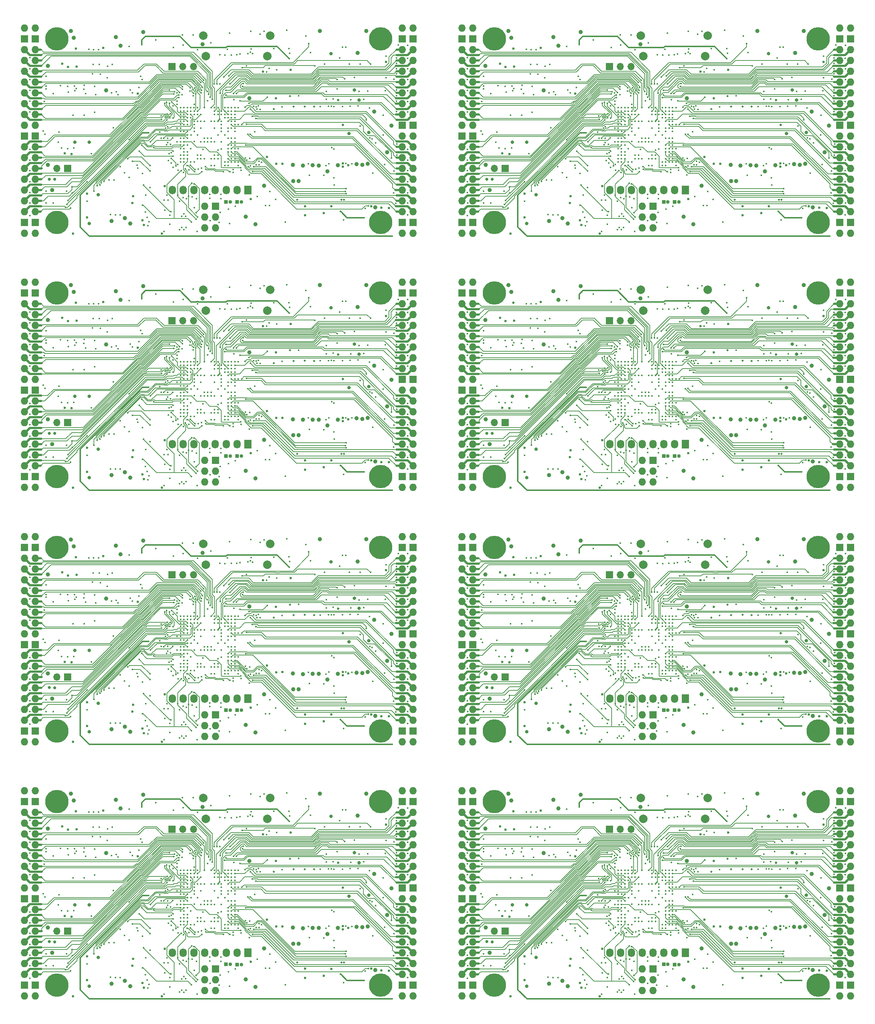
<source format=gbr>
%TF.GenerationSoftware,KiCad,Pcbnew,6.0.11+dfsg-1*%
%TF.CreationDate,2023-04-22T13:59:57+02:00*%
%TF.ProjectId,ulx3s_panel,756c7833-735f-4706-916e-656c2e6b6963,v3.1.8*%
%TF.SameCoordinates,Original*%
%TF.FileFunction,Copper,L3,Inr*%
%TF.FilePolarity,Positive*%
%FSLAX46Y46*%
G04 Gerber Fmt 4.6, Leading zero omitted, Abs format (unit mm)*
G04 Created by KiCad (PCBNEW 6.0.11+dfsg-1) date 2023-04-22 13:59:57*
%MOMM*%
%LPD*%
G01*
G04 APERTURE LIST*
%TA.AperFunction,ComponentPad*%
%ADD10C,5.500000*%
%TD*%
%TA.AperFunction,ComponentPad*%
%ADD11O,1.727200X1.727200*%
%TD*%
%TA.AperFunction,ComponentPad*%
%ADD12R,1.727200X1.727200*%
%TD*%
%TA.AperFunction,ComponentPad*%
%ADD13O,0.850000X0.850000*%
%TD*%
%TA.AperFunction,ComponentPad*%
%ADD14R,0.850000X0.850000*%
%TD*%
%TA.AperFunction,ComponentPad*%
%ADD15C,2.000000*%
%TD*%
%TA.AperFunction,ComponentPad*%
%ADD16O,1.700000X1.700000*%
%TD*%
%TA.AperFunction,ComponentPad*%
%ADD17R,1.700000X1.700000*%
%TD*%
%TA.AperFunction,ComponentPad*%
%ADD18O,1.727200X2.032000*%
%TD*%
%TA.AperFunction,ComponentPad*%
%ADD19R,1.727200X2.032000*%
%TD*%
%TA.AperFunction,ViaPad*%
%ADD20C,0.419000*%
%TD*%
%TA.AperFunction,ViaPad*%
%ADD21C,1.000000*%
%TD*%
%TA.AperFunction,ViaPad*%
%ADD22C,0.800000*%
%TD*%
%TA.AperFunction,ViaPad*%
%ADD23C,0.500000*%
%TD*%
%TA.AperFunction,ViaPad*%
%ADD24C,0.600000*%
%TD*%
%TA.AperFunction,ViaPad*%
%ADD25C,0.700000*%
%TD*%
%TA.AperFunction,ViaPad*%
%ADD26C,0.420000*%
%TD*%
%TA.AperFunction,ViaPad*%
%ADD27C,0.454000*%
%TD*%
%TA.AperFunction,Conductor*%
%ADD28C,0.300000*%
%TD*%
%TA.AperFunction,Conductor*%
%ADD29C,0.190000*%
%TD*%
%TA.AperFunction,Conductor*%
%ADD30C,0.127000*%
%TD*%
%TA.AperFunction,Conductor*%
%ADD31C,0.500000*%
%TD*%
%TA.AperFunction,Conductor*%
%ADD32C,0.200000*%
%TD*%
G04 APERTURE END LIST*
D10*
%TO.N,Board_2-GND*%
%TO.C,H4*%
X58910000Y-91610000D03*
%TD*%
%TO.N,Board_5-GND*%
%TO.C,H3*%
X238090000Y-151410000D03*
%TD*%
%TO.N,Board_7-GND*%
%TO.C,H4*%
X161890000Y-211210000D03*
%TD*%
D11*
%TO.N,Board_2-/gpio/OUT5V*%
%TO.C,J2*%
X142730000Y-89070000D03*
%TO.N,Board_2-/gpio/IN5V*%
X140190000Y-89070000D03*
D12*
%TO.N,Board_2-GND*%
X142730000Y-91610000D03*
X140190000Y-91610000D03*
D11*
%TO.N,Board_2-GP27*%
X142730000Y-94150000D03*
%TO.N,Board_2-GN27*%
X140190000Y-94150000D03*
%TO.N,Board_2-GP26*%
X142730000Y-96690000D03*
%TO.N,Board_2-GN26*%
X140190000Y-96690000D03*
%TO.N,Board_2-GP25*%
X142730000Y-99230000D03*
%TO.N,Board_2-GN25*%
X140190000Y-99230000D03*
%TO.N,Board_2-GP24*%
X142730000Y-101770000D03*
%TO.N,Board_2-GN24*%
X140190000Y-101770000D03*
%TO.N,Board_2-GP23*%
X142730000Y-104310000D03*
%TO.N,Board_2-GN23*%
X140190000Y-104310000D03*
%TO.N,Board_2-GP22*%
X142730000Y-106850000D03*
%TO.N,Board_2-GN22*%
X140190000Y-106850000D03*
%TO.N,Board_2-GP21*%
X142730000Y-109390000D03*
%TO.N,Board_2-GN21*%
X140190000Y-109390000D03*
D12*
%TO.N,Board_2-GND*%
X142730000Y-111930000D03*
X140190000Y-111930000D03*
D11*
%TO.N,Board_2-+3V3*%
X142730000Y-114470000D03*
X140190000Y-114470000D03*
%TO.N,Board_2-GP20*%
X142730000Y-117010000D03*
%TO.N,Board_2-GN20*%
X140190000Y-117010000D03*
%TO.N,Board_2-GP19*%
X142730000Y-119550000D03*
%TO.N,Board_2-GN19*%
X140190000Y-119550000D03*
%TO.N,Board_2-GP18*%
X142730000Y-122090000D03*
%TO.N,Board_2-GN18*%
X140190000Y-122090000D03*
%TO.N,Board_2-GP17*%
X142730000Y-124630000D03*
%TO.N,Board_2-GN17*%
X140190000Y-124630000D03*
%TO.N,Board_2-GP16*%
X142730000Y-127170000D03*
%TO.N,Board_2-GN16*%
X140190000Y-127170000D03*
%TO.N,Board_2-GP15*%
X142730000Y-129710000D03*
%TO.N,Board_2-GN15*%
X140190000Y-129710000D03*
%TO.N,Board_2-GP14*%
X142730000Y-132250000D03*
%TO.N,Board_2-GN14*%
X140190000Y-132250000D03*
D12*
%TO.N,Board_2-GND*%
X142730000Y-134790000D03*
X140190000Y-134790000D03*
D11*
%TO.N,Board_2-+3V3*%
X142730000Y-137330000D03*
X140190000Y-137330000D03*
%TD*%
D13*
%TO.N,Board_1-SR_CLK_N*%
%TO.C,J6*%
X205280000Y-70130000D03*
D14*
%TO.N,Board_1-SR_CLK_P*%
X204280000Y-70130000D03*
%TD*%
D15*
%TO.N,Board_0-GND*%
%TO.C,GPDI1*%
X108466000Y-35892000D03*
X93366000Y-30992000D03*
X93966000Y-35892000D03*
X109066000Y-30992000D03*
%TD*%
D11*
%TO.N,Board_0-JTAG_TDO*%
%TO.C,J4*%
X93680000Y-76260000D03*
%TO.N,Board_0-JTAG_TMS*%
X96220000Y-76260000D03*
%TO.N,Board_0-JTAG_TCK*%
X93680000Y-73720000D03*
%TO.N,Board_0-JTAG_TDI*%
X96220000Y-73720000D03*
%TO.N,Board_0-+3V3*%
X93680000Y-71180000D03*
D12*
%TO.N,Board_0-GND*%
X96220000Y-71180000D03*
%TD*%
D11*
%TO.N,Board_6-JTAG_TDO*%
%TO.C,J4*%
X93680000Y-255660000D03*
%TO.N,Board_6-JTAG_TMS*%
X96220000Y-255660000D03*
%TO.N,Board_6-JTAG_TCK*%
X93680000Y-253120000D03*
%TO.N,Board_6-JTAG_TDI*%
X96220000Y-253120000D03*
%TO.N,Board_6-+3V3*%
X93680000Y-250580000D03*
D12*
%TO.N,Board_6-GND*%
X96220000Y-250580000D03*
%TD*%
D16*
%TO.N,Board_1-+3V3*%
%TO.C,J5*%
X194036000Y-38305000D03*
%TO.N,Board_1-2V5_3V3*%
X191496000Y-38305000D03*
D17*
%TO.N,Board_1-+2V5*%
X188956000Y-38305000D03*
%TD*%
D18*
%TO.N,Board_5-OLED_BL*%
%TO.C,LCD1*%
X189040000Y-186970000D03*
%TO.N,Board_5-OLED_CS*%
X191580000Y-186970000D03*
%TO.N,Board_5-OLED_DC*%
X194120000Y-186970000D03*
%TO.N,Board_5-OLED_RES*%
X196660000Y-186970000D03*
%TO.N,Board_5-OLED_MOSI*%
X199165000Y-186970000D03*
%TO.N,Board_5-OLED_CLK*%
X201740000Y-186970000D03*
%TO.N,Board_5-+3V3*%
X204280000Y-186970000D03*
D19*
%TO.N,Board_5-GND*%
X206820000Y-186970000D03*
%TD*%
D10*
%TO.N,Board_6-GND*%
%TO.C,H3*%
X135110000Y-211210000D03*
%TD*%
D15*
%TO.N,Board_4-GND*%
%TO.C,GPDI1*%
X109066000Y-150592000D03*
X93366000Y-150592000D03*
X93966000Y-155492000D03*
X108466000Y-155492000D03*
%TD*%
D16*
%TO.N,Board_7-+3V3*%
%TO.C,J5*%
X194036000Y-217705000D03*
%TO.N,Board_7-2V5_3V3*%
X191496000Y-217705000D03*
D17*
%TO.N,Board_7-+2V5*%
X188956000Y-217705000D03*
%TD*%
D16*
%TO.N,Board_6-/wifi/WIFIEN*%
%TO.C,J3*%
X58910000Y-241690000D03*
D17*
%TO.N,Board_6-GND*%
X61450000Y-241690000D03*
%TD*%
D15*
%TO.N,Board_1-GND*%
%TO.C,GPDI1*%
X212046000Y-30992000D03*
X196346000Y-30992000D03*
X211446000Y-35892000D03*
X196946000Y-35892000D03*
%TD*%
%TO.N,Board_5-GND*%
%TO.C,GPDI1*%
X196946000Y-155492000D03*
X211446000Y-155492000D03*
X212046000Y-150592000D03*
X196346000Y-150592000D03*
%TD*%
D10*
%TO.N,Board_0-GND*%
%TO.C,H2*%
X135110000Y-74990000D03*
%TD*%
D13*
%TO.N,Board_2-SR_CLK_N*%
%TO.C,J6*%
X102300000Y-129930000D03*
D14*
%TO.N,Board_2-SR_CLK_P*%
X101300000Y-129930000D03*
%TD*%
D10*
%TO.N,Board_5-GND*%
%TO.C,H1*%
X161890000Y-194590000D03*
%TD*%
D11*
%TO.N,Board_1-JTAG_TDO*%
%TO.C,J4*%
X196660000Y-76260000D03*
%TO.N,Board_1-JTAG_TMS*%
X199200000Y-76260000D03*
%TO.N,Board_1-JTAG_TCK*%
X196660000Y-73720000D03*
%TO.N,Board_1-JTAG_TDI*%
X199200000Y-73720000D03*
%TO.N,Board_1-+3V3*%
X196660000Y-71180000D03*
D12*
%TO.N,Board_1-GND*%
X199200000Y-71180000D03*
%TD*%
D18*
%TO.N,Board_7-OLED_BL*%
%TO.C,LCD1*%
X189040000Y-246770000D03*
%TO.N,Board_7-OLED_CS*%
X191580000Y-246770000D03*
%TO.N,Board_7-OLED_DC*%
X194120000Y-246770000D03*
%TO.N,Board_7-OLED_RES*%
X196660000Y-246770000D03*
%TO.N,Board_7-OLED_MOSI*%
X199165000Y-246770000D03*
%TO.N,Board_7-OLED_CLK*%
X201740000Y-246770000D03*
%TO.N,Board_7-+3V3*%
X204280000Y-246770000D03*
D19*
%TO.N,Board_7-GND*%
X206820000Y-246770000D03*
%TD*%
D13*
%TO.N,Board_6-SR_TX01_N*%
%TO.C,J7*%
X99720000Y-249510000D03*
D14*
%TO.N,Board_6-SR_TX01_P*%
X98720000Y-249510000D03*
%TD*%
D10*
%TO.N,Board_7-GND*%
%TO.C,H3*%
X238090000Y-211210000D03*
%TD*%
D11*
%TO.N,Board_2-2V5_3V3*%
%TO.C,J1*%
X51290000Y-137330000D03*
X53830000Y-137330000D03*
D12*
%TO.N,Board_2-GND*%
X51290000Y-134790000D03*
X53830000Y-134790000D03*
D11*
%TO.N,Board_2-GP13*%
X51290000Y-132250000D03*
%TO.N,Board_2-GN13*%
X53830000Y-132250000D03*
%TO.N,Board_2-GP12*%
X51290000Y-129710000D03*
%TO.N,Board_2-GN12*%
X53830000Y-129710000D03*
%TO.N,Board_2-GP11*%
X51290000Y-127170000D03*
%TO.N,Board_2-GN11*%
X53830000Y-127170000D03*
%TO.N,Board_2-GP10*%
X51290000Y-124630000D03*
%TO.N,Board_2-GN10*%
X53830000Y-124630000D03*
%TO.N,Board_2-GP9*%
X51290000Y-122090000D03*
%TO.N,Board_2-GN9*%
X53830000Y-122090000D03*
%TO.N,Board_2-GP8*%
X51290000Y-119550000D03*
%TO.N,Board_2-GN8*%
X53830000Y-119550000D03*
%TO.N,Board_2-GP7*%
X51290000Y-117010000D03*
%TO.N,Board_2-GN7*%
X53830000Y-117010000D03*
D12*
%TO.N,Board_2-GND*%
X51290000Y-114470000D03*
X53830000Y-114470000D03*
D11*
%TO.N,Board_2-2V5_3V3*%
X51290000Y-111930000D03*
X53830000Y-111930000D03*
%TO.N,Board_2-GP6*%
X51290000Y-109390000D03*
%TO.N,Board_2-GN6*%
X53830000Y-109390000D03*
%TO.N,Board_2-GP5*%
X51290000Y-106850000D03*
%TO.N,Board_2-GN5*%
X53830000Y-106850000D03*
%TO.N,Board_2-GP4*%
X51290000Y-104310000D03*
%TO.N,Board_2-GN4*%
X53830000Y-104310000D03*
%TO.N,Board_2-GP3*%
X51290000Y-101770000D03*
%TO.N,Board_2-GN3*%
X53830000Y-101770000D03*
%TO.N,Board_2-GP2*%
X51290000Y-99230000D03*
%TO.N,Board_2-GN2*%
X53830000Y-99230000D03*
%TO.N,Board_2-GP1*%
X51290000Y-96690000D03*
%TO.N,Board_2-GN1*%
X53830000Y-96690000D03*
%TO.N,Board_2-GP0*%
X51290000Y-94150000D03*
%TO.N,Board_2-GN0*%
X53830000Y-94150000D03*
D12*
%TO.N,Board_2-GND*%
X51290000Y-91610000D03*
X53830000Y-91610000D03*
D11*
%TO.N,Board_2-2V5_3V3*%
X51290000Y-89070000D03*
X53830000Y-89070000D03*
%TD*%
D16*
%TO.N,Board_6-+3V3*%
%TO.C,J5*%
X91056000Y-217705000D03*
%TO.N,Board_6-2V5_3V3*%
X88516000Y-217705000D03*
D17*
%TO.N,Board_6-+2V5*%
X85976000Y-217705000D03*
%TD*%
D11*
%TO.N,Board_5-2V5_3V3*%
%TO.C,J1*%
X154270000Y-197130000D03*
X156810000Y-197130000D03*
D12*
%TO.N,Board_5-GND*%
X154270000Y-194590000D03*
X156810000Y-194590000D03*
D11*
%TO.N,Board_5-GP13*%
X154270000Y-192050000D03*
%TO.N,Board_5-GN13*%
X156810000Y-192050000D03*
%TO.N,Board_5-GP12*%
X154270000Y-189510000D03*
%TO.N,Board_5-GN12*%
X156810000Y-189510000D03*
%TO.N,Board_5-GP11*%
X154270000Y-186970000D03*
%TO.N,Board_5-GN11*%
X156810000Y-186970000D03*
%TO.N,Board_5-GP10*%
X154270000Y-184430000D03*
%TO.N,Board_5-GN10*%
X156810000Y-184430000D03*
%TO.N,Board_5-GP9*%
X154270000Y-181890000D03*
%TO.N,Board_5-GN9*%
X156810000Y-181890000D03*
%TO.N,Board_5-GP8*%
X154270000Y-179350000D03*
%TO.N,Board_5-GN8*%
X156810000Y-179350000D03*
%TO.N,Board_5-GP7*%
X154270000Y-176810000D03*
%TO.N,Board_5-GN7*%
X156810000Y-176810000D03*
D12*
%TO.N,Board_5-GND*%
X154270000Y-174270000D03*
X156810000Y-174270000D03*
D11*
%TO.N,Board_5-2V5_3V3*%
X154270000Y-171730000D03*
X156810000Y-171730000D03*
%TO.N,Board_5-GP6*%
X154270000Y-169190000D03*
%TO.N,Board_5-GN6*%
X156810000Y-169190000D03*
%TO.N,Board_5-GP5*%
X154270000Y-166650000D03*
%TO.N,Board_5-GN5*%
X156810000Y-166650000D03*
%TO.N,Board_5-GP4*%
X154270000Y-164110000D03*
%TO.N,Board_5-GN4*%
X156810000Y-164110000D03*
%TO.N,Board_5-GP3*%
X154270000Y-161570000D03*
%TO.N,Board_5-GN3*%
X156810000Y-161570000D03*
%TO.N,Board_5-GP2*%
X154270000Y-159030000D03*
%TO.N,Board_5-GN2*%
X156810000Y-159030000D03*
%TO.N,Board_5-GP1*%
X154270000Y-156490000D03*
%TO.N,Board_5-GN1*%
X156810000Y-156490000D03*
%TO.N,Board_5-GP0*%
X154270000Y-153950000D03*
%TO.N,Board_5-GN0*%
X156810000Y-153950000D03*
D12*
%TO.N,Board_5-GND*%
X154270000Y-151410000D03*
X156810000Y-151410000D03*
D11*
%TO.N,Board_5-2V5_3V3*%
X154270000Y-148870000D03*
X156810000Y-148870000D03*
%TD*%
%TO.N,Board_0-/gpio/OUT5V*%
%TO.C,J2*%
X142730000Y-29270000D03*
%TO.N,Board_0-/gpio/IN5V*%
X140190000Y-29270000D03*
D12*
%TO.N,Board_0-GND*%
X142730000Y-31810000D03*
X140190000Y-31810000D03*
D11*
%TO.N,Board_0-GP27*%
X142730000Y-34350000D03*
%TO.N,Board_0-GN27*%
X140190000Y-34350000D03*
%TO.N,Board_0-GP26*%
X142730000Y-36890000D03*
%TO.N,Board_0-GN26*%
X140190000Y-36890000D03*
%TO.N,Board_0-GP25*%
X142730000Y-39430000D03*
%TO.N,Board_0-GN25*%
X140190000Y-39430000D03*
%TO.N,Board_0-GP24*%
X142730000Y-41970000D03*
%TO.N,Board_0-GN24*%
X140190000Y-41970000D03*
%TO.N,Board_0-GP23*%
X142730000Y-44510000D03*
%TO.N,Board_0-GN23*%
X140190000Y-44510000D03*
%TO.N,Board_0-GP22*%
X142730000Y-47050000D03*
%TO.N,Board_0-GN22*%
X140190000Y-47050000D03*
%TO.N,Board_0-GP21*%
X142730000Y-49590000D03*
%TO.N,Board_0-GN21*%
X140190000Y-49590000D03*
D12*
%TO.N,Board_0-GND*%
X142730000Y-52130000D03*
X140190000Y-52130000D03*
D11*
%TO.N,Board_0-+3V3*%
X142730000Y-54670000D03*
X140190000Y-54670000D03*
%TO.N,Board_0-GP20*%
X142730000Y-57210000D03*
%TO.N,Board_0-GN20*%
X140190000Y-57210000D03*
%TO.N,Board_0-GP19*%
X142730000Y-59750000D03*
%TO.N,Board_0-GN19*%
X140190000Y-59750000D03*
%TO.N,Board_0-GP18*%
X142730000Y-62290000D03*
%TO.N,Board_0-GN18*%
X140190000Y-62290000D03*
%TO.N,Board_0-GP17*%
X142730000Y-64830000D03*
%TO.N,Board_0-GN17*%
X140190000Y-64830000D03*
%TO.N,Board_0-GP16*%
X142730000Y-67370000D03*
%TO.N,Board_0-GN16*%
X140190000Y-67370000D03*
%TO.N,Board_0-GP15*%
X142730000Y-69910000D03*
%TO.N,Board_0-GN15*%
X140190000Y-69910000D03*
%TO.N,Board_0-GP14*%
X142730000Y-72450000D03*
%TO.N,Board_0-GN14*%
X140190000Y-72450000D03*
D12*
%TO.N,Board_0-GND*%
X142730000Y-74990000D03*
X140190000Y-74990000D03*
D11*
%TO.N,Board_0-+3V3*%
X142730000Y-77530000D03*
X140190000Y-77530000D03*
%TD*%
%TO.N,Board_1-2V5_3V3*%
%TO.C,J1*%
X154270000Y-77530000D03*
X156810000Y-77530000D03*
D12*
%TO.N,Board_1-GND*%
X154270000Y-74990000D03*
X156810000Y-74990000D03*
D11*
%TO.N,Board_1-GP13*%
X154270000Y-72450000D03*
%TO.N,Board_1-GN13*%
X156810000Y-72450000D03*
%TO.N,Board_1-GP12*%
X154270000Y-69910000D03*
%TO.N,Board_1-GN12*%
X156810000Y-69910000D03*
%TO.N,Board_1-GP11*%
X154270000Y-67370000D03*
%TO.N,Board_1-GN11*%
X156810000Y-67370000D03*
%TO.N,Board_1-GP10*%
X154270000Y-64830000D03*
%TO.N,Board_1-GN10*%
X156810000Y-64830000D03*
%TO.N,Board_1-GP9*%
X154270000Y-62290000D03*
%TO.N,Board_1-GN9*%
X156810000Y-62290000D03*
%TO.N,Board_1-GP8*%
X154270000Y-59750000D03*
%TO.N,Board_1-GN8*%
X156810000Y-59750000D03*
%TO.N,Board_1-GP7*%
X154270000Y-57210000D03*
%TO.N,Board_1-GN7*%
X156810000Y-57210000D03*
D12*
%TO.N,Board_1-GND*%
X154270000Y-54670000D03*
X156810000Y-54670000D03*
D11*
%TO.N,Board_1-2V5_3V3*%
X154270000Y-52130000D03*
X156810000Y-52130000D03*
%TO.N,Board_1-GP6*%
X154270000Y-49590000D03*
%TO.N,Board_1-GN6*%
X156810000Y-49590000D03*
%TO.N,Board_1-GP5*%
X154270000Y-47050000D03*
%TO.N,Board_1-GN5*%
X156810000Y-47050000D03*
%TO.N,Board_1-GP4*%
X154270000Y-44510000D03*
%TO.N,Board_1-GN4*%
X156810000Y-44510000D03*
%TO.N,Board_1-GP3*%
X154270000Y-41970000D03*
%TO.N,Board_1-GN3*%
X156810000Y-41970000D03*
%TO.N,Board_1-GP2*%
X154270000Y-39430000D03*
%TO.N,Board_1-GN2*%
X156810000Y-39430000D03*
%TO.N,Board_1-GP1*%
X154270000Y-36890000D03*
%TO.N,Board_1-GN1*%
X156810000Y-36890000D03*
%TO.N,Board_1-GP0*%
X154270000Y-34350000D03*
%TO.N,Board_1-GN0*%
X156810000Y-34350000D03*
D12*
%TO.N,Board_1-GND*%
X154270000Y-31810000D03*
X156810000Y-31810000D03*
D11*
%TO.N,Board_1-2V5_3V3*%
X154270000Y-29270000D03*
X156810000Y-29270000D03*
%TD*%
D10*
%TO.N,Board_7-GND*%
%TO.C,H1*%
X161890000Y-254390000D03*
%TD*%
D16*
%TO.N,Board_4-/wifi/WIFIEN*%
%TO.C,J3*%
X58910000Y-181890000D03*
D17*
%TO.N,Board_4-GND*%
X61450000Y-181890000D03*
%TD*%
D10*
%TO.N,Board_6-GND*%
%TO.C,H2*%
X135110000Y-254390000D03*
%TD*%
%TO.N,Board_6-GND*%
%TO.C,H4*%
X58910000Y-211210000D03*
%TD*%
D11*
%TO.N,Board_4-JTAG_TDO*%
%TO.C,J4*%
X93680000Y-195860000D03*
%TO.N,Board_4-JTAG_TMS*%
X96220000Y-195860000D03*
%TO.N,Board_4-JTAG_TCK*%
X93680000Y-193320000D03*
%TO.N,Board_4-JTAG_TDI*%
X96220000Y-193320000D03*
%TO.N,Board_4-+3V3*%
X93680000Y-190780000D03*
D12*
%TO.N,Board_4-GND*%
X96220000Y-190780000D03*
%TD*%
D15*
%TO.N,Board_2-GND*%
%TO.C,GPDI1*%
X109066000Y-90792000D03*
X93366000Y-90792000D03*
X93966000Y-95692000D03*
X108466000Y-95692000D03*
%TD*%
D11*
%TO.N,Board_4-2V5_3V3*%
%TO.C,J1*%
X51290000Y-197130000D03*
X53830000Y-197130000D03*
D12*
%TO.N,Board_4-GND*%
X51290000Y-194590000D03*
X53830000Y-194590000D03*
D11*
%TO.N,Board_4-GP13*%
X51290000Y-192050000D03*
%TO.N,Board_4-GN13*%
X53830000Y-192050000D03*
%TO.N,Board_4-GP12*%
X51290000Y-189510000D03*
%TO.N,Board_4-GN12*%
X53830000Y-189510000D03*
%TO.N,Board_4-GP11*%
X51290000Y-186970000D03*
%TO.N,Board_4-GN11*%
X53830000Y-186970000D03*
%TO.N,Board_4-GP10*%
X51290000Y-184430000D03*
%TO.N,Board_4-GN10*%
X53830000Y-184430000D03*
%TO.N,Board_4-GP9*%
X51290000Y-181890000D03*
%TO.N,Board_4-GN9*%
X53830000Y-181890000D03*
%TO.N,Board_4-GP8*%
X51290000Y-179350000D03*
%TO.N,Board_4-GN8*%
X53830000Y-179350000D03*
%TO.N,Board_4-GP7*%
X51290000Y-176810000D03*
%TO.N,Board_4-GN7*%
X53830000Y-176810000D03*
D12*
%TO.N,Board_4-GND*%
X51290000Y-174270000D03*
X53830000Y-174270000D03*
D11*
%TO.N,Board_4-2V5_3V3*%
X51290000Y-171730000D03*
X53830000Y-171730000D03*
%TO.N,Board_4-GP6*%
X51290000Y-169190000D03*
%TO.N,Board_4-GN6*%
X53830000Y-169190000D03*
%TO.N,Board_4-GP5*%
X51290000Y-166650000D03*
%TO.N,Board_4-GN5*%
X53830000Y-166650000D03*
%TO.N,Board_4-GP4*%
X51290000Y-164110000D03*
%TO.N,Board_4-GN4*%
X53830000Y-164110000D03*
%TO.N,Board_4-GP3*%
X51290000Y-161570000D03*
%TO.N,Board_4-GN3*%
X53830000Y-161570000D03*
%TO.N,Board_4-GP2*%
X51290000Y-159030000D03*
%TO.N,Board_4-GN2*%
X53830000Y-159030000D03*
%TO.N,Board_4-GP1*%
X51290000Y-156490000D03*
%TO.N,Board_4-GN1*%
X53830000Y-156490000D03*
%TO.N,Board_4-GP0*%
X51290000Y-153950000D03*
%TO.N,Board_4-GN0*%
X53830000Y-153950000D03*
D12*
%TO.N,Board_4-GND*%
X51290000Y-151410000D03*
X53830000Y-151410000D03*
D11*
%TO.N,Board_4-2V5_3V3*%
X51290000Y-148870000D03*
X53830000Y-148870000D03*
%TD*%
D16*
%TO.N,Board_3-+3V3*%
%TO.C,J5*%
X194036000Y-98105000D03*
%TO.N,Board_3-2V5_3V3*%
X191496000Y-98105000D03*
D17*
%TO.N,Board_3-+2V5*%
X188956000Y-98105000D03*
%TD*%
D13*
%TO.N,Board_5-SR_CLK_N*%
%TO.C,J6*%
X205280000Y-189730000D03*
D14*
%TO.N,Board_5-SR_CLK_P*%
X204280000Y-189730000D03*
%TD*%
D10*
%TO.N,Board_1-GND*%
%TO.C,H4*%
X161890000Y-31810000D03*
%TD*%
%TO.N,Board_0-GND*%
%TO.C,H1*%
X58910000Y-74990000D03*
%TD*%
D13*
%TO.N,Board_0-SR_CLK_N*%
%TO.C,J6*%
X102300000Y-70130000D03*
D14*
%TO.N,Board_0-SR_CLK_P*%
X101300000Y-70130000D03*
%TD*%
D11*
%TO.N,Board_0-2V5_3V3*%
%TO.C,J1*%
X51290000Y-77530000D03*
X53830000Y-77530000D03*
D12*
%TO.N,Board_0-GND*%
X51290000Y-74990000D03*
X53830000Y-74990000D03*
D11*
%TO.N,Board_0-GP13*%
X51290000Y-72450000D03*
%TO.N,Board_0-GN13*%
X53830000Y-72450000D03*
%TO.N,Board_0-GP12*%
X51290000Y-69910000D03*
%TO.N,Board_0-GN12*%
X53830000Y-69910000D03*
%TO.N,Board_0-GP11*%
X51290000Y-67370000D03*
%TO.N,Board_0-GN11*%
X53830000Y-67370000D03*
%TO.N,Board_0-GP10*%
X51290000Y-64830000D03*
%TO.N,Board_0-GN10*%
X53830000Y-64830000D03*
%TO.N,Board_0-GP9*%
X51290000Y-62290000D03*
%TO.N,Board_0-GN9*%
X53830000Y-62290000D03*
%TO.N,Board_0-GP8*%
X51290000Y-59750000D03*
%TO.N,Board_0-GN8*%
X53830000Y-59750000D03*
%TO.N,Board_0-GP7*%
X51290000Y-57210000D03*
%TO.N,Board_0-GN7*%
X53830000Y-57210000D03*
D12*
%TO.N,Board_0-GND*%
X51290000Y-54670000D03*
X53830000Y-54670000D03*
D11*
%TO.N,Board_0-2V5_3V3*%
X51290000Y-52130000D03*
X53830000Y-52130000D03*
%TO.N,Board_0-GP6*%
X51290000Y-49590000D03*
%TO.N,Board_0-GN6*%
X53830000Y-49590000D03*
%TO.N,Board_0-GP5*%
X51290000Y-47050000D03*
%TO.N,Board_0-GN5*%
X53830000Y-47050000D03*
%TO.N,Board_0-GP4*%
X51290000Y-44510000D03*
%TO.N,Board_0-GN4*%
X53830000Y-44510000D03*
%TO.N,Board_0-GP3*%
X51290000Y-41970000D03*
%TO.N,Board_0-GN3*%
X53830000Y-41970000D03*
%TO.N,Board_0-GP2*%
X51290000Y-39430000D03*
%TO.N,Board_0-GN2*%
X53830000Y-39430000D03*
%TO.N,Board_0-GP1*%
X51290000Y-36890000D03*
%TO.N,Board_0-GN1*%
X53830000Y-36890000D03*
%TO.N,Board_0-GP0*%
X51290000Y-34350000D03*
%TO.N,Board_0-GN0*%
X53830000Y-34350000D03*
D12*
%TO.N,Board_0-GND*%
X51290000Y-31810000D03*
X53830000Y-31810000D03*
D11*
%TO.N,Board_0-2V5_3V3*%
X51290000Y-29270000D03*
X53830000Y-29270000D03*
%TD*%
D13*
%TO.N,Board_0-SR_TX01_N*%
%TO.C,J7*%
X99720000Y-70110000D03*
D14*
%TO.N,Board_0-SR_TX01_P*%
X98720000Y-70110000D03*
%TD*%
D11*
%TO.N,Board_6-2V5_3V3*%
%TO.C,J1*%
X51290000Y-256930000D03*
X53830000Y-256930000D03*
D12*
%TO.N,Board_6-GND*%
X51290000Y-254390000D03*
X53830000Y-254390000D03*
D11*
%TO.N,Board_6-GP13*%
X51290000Y-251850000D03*
%TO.N,Board_6-GN13*%
X53830000Y-251850000D03*
%TO.N,Board_6-GP12*%
X51290000Y-249310000D03*
%TO.N,Board_6-GN12*%
X53830000Y-249310000D03*
%TO.N,Board_6-GP11*%
X51290000Y-246770000D03*
%TO.N,Board_6-GN11*%
X53830000Y-246770000D03*
%TO.N,Board_6-GP10*%
X51290000Y-244230000D03*
%TO.N,Board_6-GN10*%
X53830000Y-244230000D03*
%TO.N,Board_6-GP9*%
X51290000Y-241690000D03*
%TO.N,Board_6-GN9*%
X53830000Y-241690000D03*
%TO.N,Board_6-GP8*%
X51290000Y-239150000D03*
%TO.N,Board_6-GN8*%
X53830000Y-239150000D03*
%TO.N,Board_6-GP7*%
X51290000Y-236610000D03*
%TO.N,Board_6-GN7*%
X53830000Y-236610000D03*
D12*
%TO.N,Board_6-GND*%
X51290000Y-234070000D03*
X53830000Y-234070000D03*
D11*
%TO.N,Board_6-2V5_3V3*%
X51290000Y-231530000D03*
X53830000Y-231530000D03*
%TO.N,Board_6-GP6*%
X51290000Y-228990000D03*
%TO.N,Board_6-GN6*%
X53830000Y-228990000D03*
%TO.N,Board_6-GP5*%
X51290000Y-226450000D03*
%TO.N,Board_6-GN5*%
X53830000Y-226450000D03*
%TO.N,Board_6-GP4*%
X51290000Y-223910000D03*
%TO.N,Board_6-GN4*%
X53830000Y-223910000D03*
%TO.N,Board_6-GP3*%
X51290000Y-221370000D03*
%TO.N,Board_6-GN3*%
X53830000Y-221370000D03*
%TO.N,Board_6-GP2*%
X51290000Y-218830000D03*
%TO.N,Board_6-GN2*%
X53830000Y-218830000D03*
%TO.N,Board_6-GP1*%
X51290000Y-216290000D03*
%TO.N,Board_6-GN1*%
X53830000Y-216290000D03*
%TO.N,Board_6-GP0*%
X51290000Y-213750000D03*
%TO.N,Board_6-GN0*%
X53830000Y-213750000D03*
D12*
%TO.N,Board_6-GND*%
X51290000Y-211210000D03*
X53830000Y-211210000D03*
D11*
%TO.N,Board_6-2V5_3V3*%
X51290000Y-208670000D03*
X53830000Y-208670000D03*
%TD*%
D10*
%TO.N,Board_3-GND*%
%TO.C,H4*%
X161890000Y-91610000D03*
%TD*%
D11*
%TO.N,Board_7-/gpio/OUT5V*%
%TO.C,J2*%
X245710000Y-208670000D03*
%TO.N,Board_7-/gpio/IN5V*%
X243170000Y-208670000D03*
D12*
%TO.N,Board_7-GND*%
X245710000Y-211210000D03*
X243170000Y-211210000D03*
D11*
%TO.N,Board_7-GP27*%
X245710000Y-213750000D03*
%TO.N,Board_7-GN27*%
X243170000Y-213750000D03*
%TO.N,Board_7-GP26*%
X245710000Y-216290000D03*
%TO.N,Board_7-GN26*%
X243170000Y-216290000D03*
%TO.N,Board_7-GP25*%
X245710000Y-218830000D03*
%TO.N,Board_7-GN25*%
X243170000Y-218830000D03*
%TO.N,Board_7-GP24*%
X245710000Y-221370000D03*
%TO.N,Board_7-GN24*%
X243170000Y-221370000D03*
%TO.N,Board_7-GP23*%
X245710000Y-223910000D03*
%TO.N,Board_7-GN23*%
X243170000Y-223910000D03*
%TO.N,Board_7-GP22*%
X245710000Y-226450000D03*
%TO.N,Board_7-GN22*%
X243170000Y-226450000D03*
%TO.N,Board_7-GP21*%
X245710000Y-228990000D03*
%TO.N,Board_7-GN21*%
X243170000Y-228990000D03*
D12*
%TO.N,Board_7-GND*%
X245710000Y-231530000D03*
X243170000Y-231530000D03*
D11*
%TO.N,Board_7-+3V3*%
X245710000Y-234070000D03*
X243170000Y-234070000D03*
%TO.N,Board_7-GP20*%
X245710000Y-236610000D03*
%TO.N,Board_7-GN20*%
X243170000Y-236610000D03*
%TO.N,Board_7-GP19*%
X245710000Y-239150000D03*
%TO.N,Board_7-GN19*%
X243170000Y-239150000D03*
%TO.N,Board_7-GP18*%
X245710000Y-241690000D03*
%TO.N,Board_7-GN18*%
X243170000Y-241690000D03*
%TO.N,Board_7-GP17*%
X245710000Y-244230000D03*
%TO.N,Board_7-GN17*%
X243170000Y-244230000D03*
%TO.N,Board_7-GP16*%
X245710000Y-246770000D03*
%TO.N,Board_7-GN16*%
X243170000Y-246770000D03*
%TO.N,Board_7-GP15*%
X245710000Y-249310000D03*
%TO.N,Board_7-GN15*%
X243170000Y-249310000D03*
%TO.N,Board_7-GP14*%
X245710000Y-251850000D03*
%TO.N,Board_7-GN14*%
X243170000Y-251850000D03*
D12*
%TO.N,Board_7-GND*%
X245710000Y-254390000D03*
X243170000Y-254390000D03*
D11*
%TO.N,Board_7-+3V3*%
X245710000Y-256930000D03*
X243170000Y-256930000D03*
%TD*%
D18*
%TO.N,Board_0-OLED_BL*%
%TO.C,LCD1*%
X86060000Y-67370000D03*
%TO.N,Board_0-OLED_CS*%
X88600000Y-67370000D03*
%TO.N,Board_0-OLED_DC*%
X91140000Y-67370000D03*
%TO.N,Board_0-OLED_RES*%
X93680000Y-67370000D03*
%TO.N,Board_0-OLED_MOSI*%
X96185000Y-67370000D03*
%TO.N,Board_0-OLED_CLK*%
X98760000Y-67370000D03*
%TO.N,Board_0-+3V3*%
X101300000Y-67370000D03*
D19*
%TO.N,Board_0-GND*%
X103840000Y-67370000D03*
%TD*%
D13*
%TO.N,Board_1-SR_TX01_N*%
%TO.C,J7*%
X202700000Y-70110000D03*
D14*
%TO.N,Board_1-SR_TX01_P*%
X201700000Y-70110000D03*
%TD*%
D11*
%TO.N,Board_3-2V5_3V3*%
%TO.C,J1*%
X154270000Y-137330000D03*
X156810000Y-137330000D03*
D12*
%TO.N,Board_3-GND*%
X154270000Y-134790000D03*
X156810000Y-134790000D03*
D11*
%TO.N,Board_3-GP13*%
X154270000Y-132250000D03*
%TO.N,Board_3-GN13*%
X156810000Y-132250000D03*
%TO.N,Board_3-GP12*%
X154270000Y-129710000D03*
%TO.N,Board_3-GN12*%
X156810000Y-129710000D03*
%TO.N,Board_3-GP11*%
X154270000Y-127170000D03*
%TO.N,Board_3-GN11*%
X156810000Y-127170000D03*
%TO.N,Board_3-GP10*%
X154270000Y-124630000D03*
%TO.N,Board_3-GN10*%
X156810000Y-124630000D03*
%TO.N,Board_3-GP9*%
X154270000Y-122090000D03*
%TO.N,Board_3-GN9*%
X156810000Y-122090000D03*
%TO.N,Board_3-GP8*%
X154270000Y-119550000D03*
%TO.N,Board_3-GN8*%
X156810000Y-119550000D03*
%TO.N,Board_3-GP7*%
X154270000Y-117010000D03*
%TO.N,Board_3-GN7*%
X156810000Y-117010000D03*
D12*
%TO.N,Board_3-GND*%
X154270000Y-114470000D03*
X156810000Y-114470000D03*
D11*
%TO.N,Board_3-2V5_3V3*%
X154270000Y-111930000D03*
X156810000Y-111930000D03*
%TO.N,Board_3-GP6*%
X154270000Y-109390000D03*
%TO.N,Board_3-GN6*%
X156810000Y-109390000D03*
%TO.N,Board_3-GP5*%
X154270000Y-106850000D03*
%TO.N,Board_3-GN5*%
X156810000Y-106850000D03*
%TO.N,Board_3-GP4*%
X154270000Y-104310000D03*
%TO.N,Board_3-GN4*%
X156810000Y-104310000D03*
%TO.N,Board_3-GP3*%
X154270000Y-101770000D03*
%TO.N,Board_3-GN3*%
X156810000Y-101770000D03*
%TO.N,Board_3-GP2*%
X154270000Y-99230000D03*
%TO.N,Board_3-GN2*%
X156810000Y-99230000D03*
%TO.N,Board_3-GP1*%
X154270000Y-96690000D03*
%TO.N,Board_3-GN1*%
X156810000Y-96690000D03*
%TO.N,Board_3-GP0*%
X154270000Y-94150000D03*
%TO.N,Board_3-GN0*%
X156810000Y-94150000D03*
D12*
%TO.N,Board_3-GND*%
X154270000Y-91610000D03*
X156810000Y-91610000D03*
D11*
%TO.N,Board_3-2V5_3V3*%
X154270000Y-89070000D03*
X156810000Y-89070000D03*
%TD*%
D10*
%TO.N,Board_2-GND*%
%TO.C,H2*%
X135110000Y-134790000D03*
%TD*%
D16*
%TO.N,Board_0-+3V3*%
%TO.C,J5*%
X91056000Y-38305000D03*
%TO.N,Board_0-2V5_3V3*%
X88516000Y-38305000D03*
D17*
%TO.N,Board_0-+2V5*%
X85976000Y-38305000D03*
%TD*%
D11*
%TO.N,Board_2-JTAG_TDO*%
%TO.C,J4*%
X93680000Y-136060000D03*
%TO.N,Board_2-JTAG_TMS*%
X96220000Y-136060000D03*
%TO.N,Board_2-JTAG_TCK*%
X93680000Y-133520000D03*
%TO.N,Board_2-JTAG_TDI*%
X96220000Y-133520000D03*
%TO.N,Board_2-+3V3*%
X93680000Y-130980000D03*
D12*
%TO.N,Board_2-GND*%
X96220000Y-130980000D03*
%TD*%
D11*
%TO.N,Board_3-JTAG_TDO*%
%TO.C,J4*%
X196660000Y-136060000D03*
%TO.N,Board_3-JTAG_TMS*%
X199200000Y-136060000D03*
%TO.N,Board_3-JTAG_TCK*%
X196660000Y-133520000D03*
%TO.N,Board_3-JTAG_TDI*%
X199200000Y-133520000D03*
%TO.N,Board_3-+3V3*%
X196660000Y-130980000D03*
D12*
%TO.N,Board_3-GND*%
X199200000Y-130980000D03*
%TD*%
D16*
%TO.N,Board_3-/wifi/WIFIEN*%
%TO.C,J3*%
X161890000Y-122090000D03*
D17*
%TO.N,Board_3-GND*%
X164430000Y-122090000D03*
%TD*%
D10*
%TO.N,Board_1-GND*%
%TO.C,H1*%
X161890000Y-74990000D03*
%TD*%
D13*
%TO.N,Board_7-SR_CLK_N*%
%TO.C,J6*%
X205280000Y-249530000D03*
D14*
%TO.N,Board_7-SR_CLK_P*%
X204280000Y-249530000D03*
%TD*%
D16*
%TO.N,Board_5-/wifi/WIFIEN*%
%TO.C,J3*%
X161890000Y-181890000D03*
D17*
%TO.N,Board_5-GND*%
X164430000Y-181890000D03*
%TD*%
D10*
%TO.N,Board_7-GND*%
%TO.C,H2*%
X238090000Y-254390000D03*
%TD*%
D18*
%TO.N,Board_6-OLED_BL*%
%TO.C,LCD1*%
X86060000Y-246770000D03*
%TO.N,Board_6-OLED_CS*%
X88600000Y-246770000D03*
%TO.N,Board_6-OLED_DC*%
X91140000Y-246770000D03*
%TO.N,Board_6-OLED_RES*%
X93680000Y-246770000D03*
%TO.N,Board_6-OLED_MOSI*%
X96185000Y-246770000D03*
%TO.N,Board_6-OLED_CLK*%
X98760000Y-246770000D03*
%TO.N,Board_6-+3V3*%
X101300000Y-246770000D03*
D19*
%TO.N,Board_6-GND*%
X103840000Y-246770000D03*
%TD*%
D11*
%TO.N,Board_7-JTAG_TDO*%
%TO.C,J4*%
X196660000Y-255660000D03*
%TO.N,Board_7-JTAG_TMS*%
X199200000Y-255660000D03*
%TO.N,Board_7-JTAG_TCK*%
X196660000Y-253120000D03*
%TO.N,Board_7-JTAG_TDI*%
X199200000Y-253120000D03*
%TO.N,Board_7-+3V3*%
X196660000Y-250580000D03*
D12*
%TO.N,Board_7-GND*%
X199200000Y-250580000D03*
%TD*%
D16*
%TO.N,Board_5-+3V3*%
%TO.C,J5*%
X194036000Y-157905000D03*
%TO.N,Board_5-2V5_3V3*%
X191496000Y-157905000D03*
D17*
%TO.N,Board_5-+2V5*%
X188956000Y-157905000D03*
%TD*%
D10*
%TO.N,Board_0-GND*%
%TO.C,H4*%
X58910000Y-31810000D03*
%TD*%
%TO.N,Board_6-GND*%
%TO.C,H1*%
X58910000Y-254390000D03*
%TD*%
D13*
%TO.N,Board_3-SR_TX01_N*%
%TO.C,J7*%
X202700000Y-129910000D03*
D14*
%TO.N,Board_3-SR_TX01_P*%
X201700000Y-129910000D03*
%TD*%
D13*
%TO.N,Board_5-SR_TX01_N*%
%TO.C,J7*%
X202700000Y-189710000D03*
D14*
%TO.N,Board_5-SR_TX01_P*%
X201700000Y-189710000D03*
%TD*%
D13*
%TO.N,Board_6-SR_CLK_N*%
%TO.C,J6*%
X102300000Y-249530000D03*
D14*
%TO.N,Board_6-SR_CLK_P*%
X101300000Y-249530000D03*
%TD*%
D18*
%TO.N,Board_4-OLED_BL*%
%TO.C,LCD1*%
X86060000Y-186970000D03*
%TO.N,Board_4-OLED_CS*%
X88600000Y-186970000D03*
%TO.N,Board_4-OLED_DC*%
X91140000Y-186970000D03*
%TO.N,Board_4-OLED_RES*%
X93680000Y-186970000D03*
%TO.N,Board_4-OLED_MOSI*%
X96185000Y-186970000D03*
%TO.N,Board_4-OLED_CLK*%
X98760000Y-186970000D03*
%TO.N,Board_4-+3V3*%
X101300000Y-186970000D03*
D19*
%TO.N,Board_4-GND*%
X103840000Y-186970000D03*
%TD*%
D11*
%TO.N,Board_5-JTAG_TDO*%
%TO.C,J4*%
X196660000Y-195860000D03*
%TO.N,Board_5-JTAG_TMS*%
X199200000Y-195860000D03*
%TO.N,Board_5-JTAG_TCK*%
X196660000Y-193320000D03*
%TO.N,Board_5-JTAG_TDI*%
X199200000Y-193320000D03*
%TO.N,Board_5-+3V3*%
X196660000Y-190780000D03*
D12*
%TO.N,Board_5-GND*%
X199200000Y-190780000D03*
%TD*%
D10*
%TO.N,Board_5-GND*%
%TO.C,H2*%
X238090000Y-194590000D03*
%TD*%
D18*
%TO.N,Board_1-OLED_BL*%
%TO.C,LCD1*%
X189040000Y-67370000D03*
%TO.N,Board_1-OLED_CS*%
X191580000Y-67370000D03*
%TO.N,Board_1-OLED_DC*%
X194120000Y-67370000D03*
%TO.N,Board_1-OLED_RES*%
X196660000Y-67370000D03*
%TO.N,Board_1-OLED_MOSI*%
X199165000Y-67370000D03*
%TO.N,Board_1-OLED_CLK*%
X201740000Y-67370000D03*
%TO.N,Board_1-+3V3*%
X204280000Y-67370000D03*
D19*
%TO.N,Board_1-GND*%
X206820000Y-67370000D03*
%TD*%
D10*
%TO.N,Board_2-GND*%
%TO.C,H3*%
X135110000Y-91610000D03*
%TD*%
%TO.N,Board_3-GND*%
%TO.C,H3*%
X238090000Y-91610000D03*
%TD*%
%TO.N,Board_4-GND*%
%TO.C,H2*%
X135110000Y-194590000D03*
%TD*%
%TO.N,Board_2-GND*%
%TO.C,H1*%
X58910000Y-134790000D03*
%TD*%
%TO.N,Board_4-GND*%
%TO.C,H1*%
X58910000Y-194590000D03*
%TD*%
D16*
%TO.N,Board_7-/wifi/WIFIEN*%
%TO.C,J3*%
X161890000Y-241690000D03*
D17*
%TO.N,Board_7-GND*%
X164430000Y-241690000D03*
%TD*%
D10*
%TO.N,Board_0-GND*%
%TO.C,H3*%
X135110000Y-31810000D03*
%TD*%
%TO.N,Board_3-GND*%
%TO.C,H2*%
X238090000Y-134790000D03*
%TD*%
D11*
%TO.N,Board_7-2V5_3V3*%
%TO.C,J1*%
X154270000Y-256930000D03*
X156810000Y-256930000D03*
D12*
%TO.N,Board_7-GND*%
X154270000Y-254390000D03*
X156810000Y-254390000D03*
D11*
%TO.N,Board_7-GP13*%
X154270000Y-251850000D03*
%TO.N,Board_7-GN13*%
X156810000Y-251850000D03*
%TO.N,Board_7-GP12*%
X154270000Y-249310000D03*
%TO.N,Board_7-GN12*%
X156810000Y-249310000D03*
%TO.N,Board_7-GP11*%
X154270000Y-246770000D03*
%TO.N,Board_7-GN11*%
X156810000Y-246770000D03*
%TO.N,Board_7-GP10*%
X154270000Y-244230000D03*
%TO.N,Board_7-GN10*%
X156810000Y-244230000D03*
%TO.N,Board_7-GP9*%
X154270000Y-241690000D03*
%TO.N,Board_7-GN9*%
X156810000Y-241690000D03*
%TO.N,Board_7-GP8*%
X154270000Y-239150000D03*
%TO.N,Board_7-GN8*%
X156810000Y-239150000D03*
%TO.N,Board_7-GP7*%
X154270000Y-236610000D03*
%TO.N,Board_7-GN7*%
X156810000Y-236610000D03*
D12*
%TO.N,Board_7-GND*%
X154270000Y-234070000D03*
X156810000Y-234070000D03*
D11*
%TO.N,Board_7-2V5_3V3*%
X154270000Y-231530000D03*
X156810000Y-231530000D03*
%TO.N,Board_7-GP6*%
X154270000Y-228990000D03*
%TO.N,Board_7-GN6*%
X156810000Y-228990000D03*
%TO.N,Board_7-GP5*%
X154270000Y-226450000D03*
%TO.N,Board_7-GN5*%
X156810000Y-226450000D03*
%TO.N,Board_7-GP4*%
X154270000Y-223910000D03*
%TO.N,Board_7-GN4*%
X156810000Y-223910000D03*
%TO.N,Board_7-GP3*%
X154270000Y-221370000D03*
%TO.N,Board_7-GN3*%
X156810000Y-221370000D03*
%TO.N,Board_7-GP2*%
X154270000Y-218830000D03*
%TO.N,Board_7-GN2*%
X156810000Y-218830000D03*
%TO.N,Board_7-GP1*%
X154270000Y-216290000D03*
%TO.N,Board_7-GN1*%
X156810000Y-216290000D03*
%TO.N,Board_7-GP0*%
X154270000Y-213750000D03*
%TO.N,Board_7-GN0*%
X156810000Y-213750000D03*
D12*
%TO.N,Board_7-GND*%
X154270000Y-211210000D03*
X156810000Y-211210000D03*
D11*
%TO.N,Board_7-2V5_3V3*%
X154270000Y-208670000D03*
X156810000Y-208670000D03*
%TD*%
D16*
%TO.N,Board_2-/wifi/WIFIEN*%
%TO.C,J3*%
X58910000Y-122090000D03*
D17*
%TO.N,Board_2-GND*%
X61450000Y-122090000D03*
%TD*%
D10*
%TO.N,Board_5-GND*%
%TO.C,H4*%
X161890000Y-151410000D03*
%TD*%
D13*
%TO.N,Board_4-SR_CLK_N*%
%TO.C,J6*%
X102300000Y-189730000D03*
D14*
%TO.N,Board_4-SR_CLK_P*%
X101300000Y-189730000D03*
%TD*%
D10*
%TO.N,Board_3-GND*%
%TO.C,H1*%
X161890000Y-134790000D03*
%TD*%
D13*
%TO.N,Board_4-SR_TX01_N*%
%TO.C,J7*%
X99720000Y-189710000D03*
D14*
%TO.N,Board_4-SR_TX01_P*%
X98720000Y-189710000D03*
%TD*%
D11*
%TO.N,Board_1-/gpio/OUT5V*%
%TO.C,J2*%
X245710000Y-29270000D03*
%TO.N,Board_1-/gpio/IN5V*%
X243170000Y-29270000D03*
D12*
%TO.N,Board_1-GND*%
X245710000Y-31810000D03*
X243170000Y-31810000D03*
D11*
%TO.N,Board_1-GP27*%
X245710000Y-34350000D03*
%TO.N,Board_1-GN27*%
X243170000Y-34350000D03*
%TO.N,Board_1-GP26*%
X245710000Y-36890000D03*
%TO.N,Board_1-GN26*%
X243170000Y-36890000D03*
%TO.N,Board_1-GP25*%
X245710000Y-39430000D03*
%TO.N,Board_1-GN25*%
X243170000Y-39430000D03*
%TO.N,Board_1-GP24*%
X245710000Y-41970000D03*
%TO.N,Board_1-GN24*%
X243170000Y-41970000D03*
%TO.N,Board_1-GP23*%
X245710000Y-44510000D03*
%TO.N,Board_1-GN23*%
X243170000Y-44510000D03*
%TO.N,Board_1-GP22*%
X245710000Y-47050000D03*
%TO.N,Board_1-GN22*%
X243170000Y-47050000D03*
%TO.N,Board_1-GP21*%
X245710000Y-49590000D03*
%TO.N,Board_1-GN21*%
X243170000Y-49590000D03*
D12*
%TO.N,Board_1-GND*%
X245710000Y-52130000D03*
X243170000Y-52130000D03*
D11*
%TO.N,Board_1-+3V3*%
X245710000Y-54670000D03*
X243170000Y-54670000D03*
%TO.N,Board_1-GP20*%
X245710000Y-57210000D03*
%TO.N,Board_1-GN20*%
X243170000Y-57210000D03*
%TO.N,Board_1-GP19*%
X245710000Y-59750000D03*
%TO.N,Board_1-GN19*%
X243170000Y-59750000D03*
%TO.N,Board_1-GP18*%
X245710000Y-62290000D03*
%TO.N,Board_1-GN18*%
X243170000Y-62290000D03*
%TO.N,Board_1-GP17*%
X245710000Y-64830000D03*
%TO.N,Board_1-GN17*%
X243170000Y-64830000D03*
%TO.N,Board_1-GP16*%
X245710000Y-67370000D03*
%TO.N,Board_1-GN16*%
X243170000Y-67370000D03*
%TO.N,Board_1-GP15*%
X245710000Y-69910000D03*
%TO.N,Board_1-GN15*%
X243170000Y-69910000D03*
%TO.N,Board_1-GP14*%
X245710000Y-72450000D03*
%TO.N,Board_1-GN14*%
X243170000Y-72450000D03*
D12*
%TO.N,Board_1-GND*%
X245710000Y-74990000D03*
X243170000Y-74990000D03*
D11*
%TO.N,Board_1-+3V3*%
X245710000Y-77530000D03*
X243170000Y-77530000D03*
%TD*%
D15*
%TO.N,Board_7-GND*%
%TO.C,GPDI1*%
X211446000Y-215292000D03*
X212046000Y-210392000D03*
X196946000Y-215292000D03*
X196346000Y-210392000D03*
%TD*%
%TO.N,Board_6-GND*%
%TO.C,GPDI1*%
X108466000Y-215292000D03*
X93366000Y-210392000D03*
X109066000Y-210392000D03*
X93966000Y-215292000D03*
%TD*%
D10*
%TO.N,Board_4-GND*%
%TO.C,H4*%
X58910000Y-151410000D03*
%TD*%
D16*
%TO.N,Board_0-/wifi/WIFIEN*%
%TO.C,J3*%
X58910000Y-62290000D03*
D17*
%TO.N,Board_0-GND*%
X61450000Y-62290000D03*
%TD*%
D18*
%TO.N,Board_2-OLED_BL*%
%TO.C,LCD1*%
X86060000Y-127170000D03*
%TO.N,Board_2-OLED_CS*%
X88600000Y-127170000D03*
%TO.N,Board_2-OLED_DC*%
X91140000Y-127170000D03*
%TO.N,Board_2-OLED_RES*%
X93680000Y-127170000D03*
%TO.N,Board_2-OLED_MOSI*%
X96185000Y-127170000D03*
%TO.N,Board_2-OLED_CLK*%
X98760000Y-127170000D03*
%TO.N,Board_2-+3V3*%
X101300000Y-127170000D03*
D19*
%TO.N,Board_2-GND*%
X103840000Y-127170000D03*
%TD*%
D16*
%TO.N,Board_1-/wifi/WIFIEN*%
%TO.C,J3*%
X161890000Y-62290000D03*
D17*
%TO.N,Board_1-GND*%
X164430000Y-62290000D03*
%TD*%
D10*
%TO.N,Board_1-GND*%
%TO.C,H3*%
X238090000Y-31810000D03*
%TD*%
D13*
%TO.N,Board_2-SR_TX01_N*%
%TO.C,J7*%
X99720000Y-129910000D03*
D14*
%TO.N,Board_2-SR_TX01_P*%
X98720000Y-129910000D03*
%TD*%
D18*
%TO.N,Board_3-OLED_BL*%
%TO.C,LCD1*%
X189040000Y-127170000D03*
%TO.N,Board_3-OLED_CS*%
X191580000Y-127170000D03*
%TO.N,Board_3-OLED_DC*%
X194120000Y-127170000D03*
%TO.N,Board_3-OLED_RES*%
X196660000Y-127170000D03*
%TO.N,Board_3-OLED_MOSI*%
X199165000Y-127170000D03*
%TO.N,Board_3-OLED_CLK*%
X201740000Y-127170000D03*
%TO.N,Board_3-+3V3*%
X204280000Y-127170000D03*
D19*
%TO.N,Board_3-GND*%
X206820000Y-127170000D03*
%TD*%
D16*
%TO.N,Board_4-+3V3*%
%TO.C,J5*%
X91056000Y-157905000D03*
%TO.N,Board_4-2V5_3V3*%
X88516000Y-157905000D03*
D17*
%TO.N,Board_4-+2V5*%
X85976000Y-157905000D03*
%TD*%
D15*
%TO.N,Board_3-GND*%
%TO.C,GPDI1*%
X196346000Y-90792000D03*
X196946000Y-95692000D03*
X211446000Y-95692000D03*
X212046000Y-90792000D03*
%TD*%
D16*
%TO.N,Board_2-+3V3*%
%TO.C,J5*%
X91056000Y-98105000D03*
%TO.N,Board_2-2V5_3V3*%
X88516000Y-98105000D03*
D17*
%TO.N,Board_2-+2V5*%
X85976000Y-98105000D03*
%TD*%
D13*
%TO.N,Board_7-SR_TX01_N*%
%TO.C,J7*%
X202700000Y-249510000D03*
D14*
%TO.N,Board_7-SR_TX01_P*%
X201700000Y-249510000D03*
%TD*%
D11*
%TO.N,Board_3-/gpio/OUT5V*%
%TO.C,J2*%
X245710000Y-89070000D03*
%TO.N,Board_3-/gpio/IN5V*%
X243170000Y-89070000D03*
D12*
%TO.N,Board_3-GND*%
X245710000Y-91610000D03*
X243170000Y-91610000D03*
D11*
%TO.N,Board_3-GP27*%
X245710000Y-94150000D03*
%TO.N,Board_3-GN27*%
X243170000Y-94150000D03*
%TO.N,Board_3-GP26*%
X245710000Y-96690000D03*
%TO.N,Board_3-GN26*%
X243170000Y-96690000D03*
%TO.N,Board_3-GP25*%
X245710000Y-99230000D03*
%TO.N,Board_3-GN25*%
X243170000Y-99230000D03*
%TO.N,Board_3-GP24*%
X245710000Y-101770000D03*
%TO.N,Board_3-GN24*%
X243170000Y-101770000D03*
%TO.N,Board_3-GP23*%
X245710000Y-104310000D03*
%TO.N,Board_3-GN23*%
X243170000Y-104310000D03*
%TO.N,Board_3-GP22*%
X245710000Y-106850000D03*
%TO.N,Board_3-GN22*%
X243170000Y-106850000D03*
%TO.N,Board_3-GP21*%
X245710000Y-109390000D03*
%TO.N,Board_3-GN21*%
X243170000Y-109390000D03*
D12*
%TO.N,Board_3-GND*%
X245710000Y-111930000D03*
X243170000Y-111930000D03*
D11*
%TO.N,Board_3-+3V3*%
X245710000Y-114470000D03*
X243170000Y-114470000D03*
%TO.N,Board_3-GP20*%
X245710000Y-117010000D03*
%TO.N,Board_3-GN20*%
X243170000Y-117010000D03*
%TO.N,Board_3-GP19*%
X245710000Y-119550000D03*
%TO.N,Board_3-GN19*%
X243170000Y-119550000D03*
%TO.N,Board_3-GP18*%
X245710000Y-122090000D03*
%TO.N,Board_3-GN18*%
X243170000Y-122090000D03*
%TO.N,Board_3-GP17*%
X245710000Y-124630000D03*
%TO.N,Board_3-GN17*%
X243170000Y-124630000D03*
%TO.N,Board_3-GP16*%
X245710000Y-127170000D03*
%TO.N,Board_3-GN16*%
X243170000Y-127170000D03*
%TO.N,Board_3-GP15*%
X245710000Y-129710000D03*
%TO.N,Board_3-GN15*%
X243170000Y-129710000D03*
%TO.N,Board_3-GP14*%
X245710000Y-132250000D03*
%TO.N,Board_3-GN14*%
X243170000Y-132250000D03*
D12*
%TO.N,Board_3-GND*%
X245710000Y-134790000D03*
X243170000Y-134790000D03*
D11*
%TO.N,Board_3-+3V3*%
X245710000Y-137330000D03*
X243170000Y-137330000D03*
%TD*%
D10*
%TO.N,Board_1-GND*%
%TO.C,H2*%
X238090000Y-74990000D03*
%TD*%
D11*
%TO.N,Board_6-/gpio/OUT5V*%
%TO.C,J2*%
X142730000Y-208670000D03*
%TO.N,Board_6-/gpio/IN5V*%
X140190000Y-208670000D03*
D12*
%TO.N,Board_6-GND*%
X142730000Y-211210000D03*
X140190000Y-211210000D03*
D11*
%TO.N,Board_6-GP27*%
X142730000Y-213750000D03*
%TO.N,Board_6-GN27*%
X140190000Y-213750000D03*
%TO.N,Board_6-GP26*%
X142730000Y-216290000D03*
%TO.N,Board_6-GN26*%
X140190000Y-216290000D03*
%TO.N,Board_6-GP25*%
X142730000Y-218830000D03*
%TO.N,Board_6-GN25*%
X140190000Y-218830000D03*
%TO.N,Board_6-GP24*%
X142730000Y-221370000D03*
%TO.N,Board_6-GN24*%
X140190000Y-221370000D03*
%TO.N,Board_6-GP23*%
X142730000Y-223910000D03*
%TO.N,Board_6-GN23*%
X140190000Y-223910000D03*
%TO.N,Board_6-GP22*%
X142730000Y-226450000D03*
%TO.N,Board_6-GN22*%
X140190000Y-226450000D03*
%TO.N,Board_6-GP21*%
X142730000Y-228990000D03*
%TO.N,Board_6-GN21*%
X140190000Y-228990000D03*
D12*
%TO.N,Board_6-GND*%
X142730000Y-231530000D03*
X140190000Y-231530000D03*
D11*
%TO.N,Board_6-+3V3*%
X142730000Y-234070000D03*
X140190000Y-234070000D03*
%TO.N,Board_6-GP20*%
X142730000Y-236610000D03*
%TO.N,Board_6-GN20*%
X140190000Y-236610000D03*
%TO.N,Board_6-GP19*%
X142730000Y-239150000D03*
%TO.N,Board_6-GN19*%
X140190000Y-239150000D03*
%TO.N,Board_6-GP18*%
X142730000Y-241690000D03*
%TO.N,Board_6-GN18*%
X140190000Y-241690000D03*
%TO.N,Board_6-GP17*%
X142730000Y-244230000D03*
%TO.N,Board_6-GN17*%
X140190000Y-244230000D03*
%TO.N,Board_6-GP16*%
X142730000Y-246770000D03*
%TO.N,Board_6-GN16*%
X140190000Y-246770000D03*
%TO.N,Board_6-GP15*%
X142730000Y-249310000D03*
%TO.N,Board_6-GN15*%
X140190000Y-249310000D03*
%TO.N,Board_6-GP14*%
X142730000Y-251850000D03*
%TO.N,Board_6-GN14*%
X140190000Y-251850000D03*
D12*
%TO.N,Board_6-GND*%
X142730000Y-254390000D03*
X140190000Y-254390000D03*
D11*
%TO.N,Board_6-+3V3*%
X142730000Y-256930000D03*
X140190000Y-256930000D03*
%TD*%
D13*
%TO.N,Board_3-SR_CLK_N*%
%TO.C,J6*%
X205280000Y-129930000D03*
D14*
%TO.N,Board_3-SR_CLK_P*%
X204280000Y-129930000D03*
%TD*%
D11*
%TO.N,Board_5-/gpio/OUT5V*%
%TO.C,J2*%
X245710000Y-148870000D03*
%TO.N,Board_5-/gpio/IN5V*%
X243170000Y-148870000D03*
D12*
%TO.N,Board_5-GND*%
X245710000Y-151410000D03*
X243170000Y-151410000D03*
D11*
%TO.N,Board_5-GP27*%
X245710000Y-153950000D03*
%TO.N,Board_5-GN27*%
X243170000Y-153950000D03*
%TO.N,Board_5-GP26*%
X245710000Y-156490000D03*
%TO.N,Board_5-GN26*%
X243170000Y-156490000D03*
%TO.N,Board_5-GP25*%
X245710000Y-159030000D03*
%TO.N,Board_5-GN25*%
X243170000Y-159030000D03*
%TO.N,Board_5-GP24*%
X245710000Y-161570000D03*
%TO.N,Board_5-GN24*%
X243170000Y-161570000D03*
%TO.N,Board_5-GP23*%
X245710000Y-164110000D03*
%TO.N,Board_5-GN23*%
X243170000Y-164110000D03*
%TO.N,Board_5-GP22*%
X245710000Y-166650000D03*
%TO.N,Board_5-GN22*%
X243170000Y-166650000D03*
%TO.N,Board_5-GP21*%
X245710000Y-169190000D03*
%TO.N,Board_5-GN21*%
X243170000Y-169190000D03*
D12*
%TO.N,Board_5-GND*%
X245710000Y-171730000D03*
X243170000Y-171730000D03*
D11*
%TO.N,Board_5-+3V3*%
X245710000Y-174270000D03*
X243170000Y-174270000D03*
%TO.N,Board_5-GP20*%
X245710000Y-176810000D03*
%TO.N,Board_5-GN20*%
X243170000Y-176810000D03*
%TO.N,Board_5-GP19*%
X245710000Y-179350000D03*
%TO.N,Board_5-GN19*%
X243170000Y-179350000D03*
%TO.N,Board_5-GP18*%
X245710000Y-181890000D03*
%TO.N,Board_5-GN18*%
X243170000Y-181890000D03*
%TO.N,Board_5-GP17*%
X245710000Y-184430000D03*
%TO.N,Board_5-GN17*%
X243170000Y-184430000D03*
%TO.N,Board_5-GP16*%
X245710000Y-186970000D03*
%TO.N,Board_5-GN16*%
X243170000Y-186970000D03*
%TO.N,Board_5-GP15*%
X245710000Y-189510000D03*
%TO.N,Board_5-GN15*%
X243170000Y-189510000D03*
%TO.N,Board_5-GP14*%
X245710000Y-192050000D03*
%TO.N,Board_5-GN14*%
X243170000Y-192050000D03*
D12*
%TO.N,Board_5-GND*%
X245710000Y-194590000D03*
X243170000Y-194590000D03*
D11*
%TO.N,Board_5-+3V3*%
X245710000Y-197130000D03*
X243170000Y-197130000D03*
%TD*%
%TO.N,Board_4-/gpio/OUT5V*%
%TO.C,J2*%
X142730000Y-148870000D03*
%TO.N,Board_4-/gpio/IN5V*%
X140190000Y-148870000D03*
D12*
%TO.N,Board_4-GND*%
X142730000Y-151410000D03*
X140190000Y-151410000D03*
D11*
%TO.N,Board_4-GP27*%
X142730000Y-153950000D03*
%TO.N,Board_4-GN27*%
X140190000Y-153950000D03*
%TO.N,Board_4-GP26*%
X142730000Y-156490000D03*
%TO.N,Board_4-GN26*%
X140190000Y-156490000D03*
%TO.N,Board_4-GP25*%
X142730000Y-159030000D03*
%TO.N,Board_4-GN25*%
X140190000Y-159030000D03*
%TO.N,Board_4-GP24*%
X142730000Y-161570000D03*
%TO.N,Board_4-GN24*%
X140190000Y-161570000D03*
%TO.N,Board_4-GP23*%
X142730000Y-164110000D03*
%TO.N,Board_4-GN23*%
X140190000Y-164110000D03*
%TO.N,Board_4-GP22*%
X142730000Y-166650000D03*
%TO.N,Board_4-GN22*%
X140190000Y-166650000D03*
%TO.N,Board_4-GP21*%
X142730000Y-169190000D03*
%TO.N,Board_4-GN21*%
X140190000Y-169190000D03*
D12*
%TO.N,Board_4-GND*%
X142730000Y-171730000D03*
X140190000Y-171730000D03*
D11*
%TO.N,Board_4-+3V3*%
X142730000Y-174270000D03*
X140190000Y-174270000D03*
%TO.N,Board_4-GP20*%
X142730000Y-176810000D03*
%TO.N,Board_4-GN20*%
X140190000Y-176810000D03*
%TO.N,Board_4-GP19*%
X142730000Y-179350000D03*
%TO.N,Board_4-GN19*%
X140190000Y-179350000D03*
%TO.N,Board_4-GP18*%
X142730000Y-181890000D03*
%TO.N,Board_4-GN18*%
X140190000Y-181890000D03*
%TO.N,Board_4-GP17*%
X142730000Y-184430000D03*
%TO.N,Board_4-GN17*%
X140190000Y-184430000D03*
%TO.N,Board_4-GP16*%
X142730000Y-186970000D03*
%TO.N,Board_4-GN16*%
X140190000Y-186970000D03*
%TO.N,Board_4-GP15*%
X142730000Y-189510000D03*
%TO.N,Board_4-GN15*%
X140190000Y-189510000D03*
%TO.N,Board_4-GP14*%
X142730000Y-192050000D03*
%TO.N,Board_4-GN14*%
X140190000Y-192050000D03*
D12*
%TO.N,Board_4-GND*%
X142730000Y-194590000D03*
X140190000Y-194590000D03*
D11*
%TO.N,Board_4-+3V3*%
X142730000Y-197130000D03*
X140190000Y-197130000D03*
%TD*%
D10*
%TO.N,Board_4-GND*%
%TO.C,H3*%
X135110000Y-151410000D03*
%TD*%
D20*
%TO.N,Board_0-+1V1*%
X92800000Y-52780000D03*
X92000000Y-54380000D03*
X96800000Y-54380000D03*
X92800000Y-55980000D03*
X96000000Y-55980000D03*
D21*
X107678000Y-66354000D03*
D20*
X96000000Y-52780000D03*
%TO.N,Board_0-+2V5*%
X98400000Y-50380000D03*
X100000000Y-60780000D03*
X93600000Y-59980000D03*
X95120000Y-32717000D03*
X90400000Y-50380000D03*
X89600000Y-56780000D03*
X90400000Y-57580000D03*
D21*
X70467000Y-43875000D03*
D20*
X97560000Y-57687000D03*
D22*
%TO.N,Board_0-+3V3*%
X66513913Y-75216458D03*
D20*
X88000000Y-59180000D03*
D21*
X93230000Y-33080000D03*
D20*
X90454474Y-54390434D03*
D21*
X116820006Y-61600000D03*
D20*
X88800000Y-59180000D03*
D23*
X114599500Y-47748500D03*
D20*
X95200000Y-51180000D03*
D24*
X84300000Y-66399543D03*
D20*
X71920000Y-37800000D03*
X67800000Y-42980000D03*
X67805500Y-49087500D03*
D21*
X56814500Y-61464500D03*
D20*
X80320000Y-75700000D03*
X93235720Y-57815806D03*
X97600000Y-52780000D03*
D25*
X58402000Y-64830000D03*
D21*
X132062000Y-61147000D03*
D20*
X121723369Y-63924883D03*
X97600000Y-51980000D03*
D23*
X119425500Y-47748500D03*
D24*
X137075918Y-71560708D03*
D20*
X104600006Y-34180000D03*
D22*
X127617000Y-54035000D03*
D21*
X104188387Y-45736021D03*
D24*
X112011000Y-61165000D03*
D20*
X136175508Y-43982208D03*
D21*
X133840000Y-71434000D03*
D24*
X110513901Y-61187945D03*
D20*
X67320000Y-40000000D03*
X98400000Y-54380000D03*
X58021000Y-70418000D03*
X100870000Y-71200000D03*
D21*
X120545730Y-61562471D03*
D20*
%TO.N,Board_0-+5V*%
X130299000Y-52323000D03*
X122204693Y-61605145D03*
X122283000Y-44129000D03*
X113544607Y-34066315D03*
D24*
X63355000Y-34096000D03*
D20*
X104966001Y-35283999D03*
X122283006Y-46053521D03*
X113720000Y-35150000D03*
%TO.N,Board_0-/analog/ADC3V3*%
X124061000Y-57718000D03*
X124066081Y-64443904D03*
%TO.N,Board_0-/analog/ADCD3V3*%
X124188000Y-66142279D03*
X123553000Y-57337000D03*
%TO.N,Board_0-/analog/AUDIO_L*%
X78214000Y-43240000D03*
%TO.N,Board_0-/analog/AUDIO_R*%
X86357000Y-33860000D03*
%TO.N,Board_0-/analog/AUDIO_V*%
X75928000Y-33588000D03*
%TO.N,Board_0-/blinkey/BTNPUL*%
X59200000Y-56080000D03*
X72188510Y-52696224D03*
%TO.N,Board_0-/blinkey/BTNPUR*%
X118361000Y-63850000D03*
X131164514Y-73847000D03*
X125645488Y-72323002D03*
%TO.N,Board_0-/blinkey/SWPU*%
X110614000Y-39067000D03*
%TO.N,Board_0-/flash/FLASH_MISO*%
X85807295Y-60969562D03*
%TO.N,Board_0-/flash/FLASH_MOSI*%
X87345267Y-61371127D03*
%TO.N,Board_0-/flash/FLASH_SCK*%
X88000000Y-59980000D03*
%TO.N,Board_0-/flash/FLASH_nCS*%
X85186964Y-60432191D03*
%TO.N,Board_0-/flash/FLASH_nHOLD*%
X86258594Y-61992719D03*
%TO.N,Board_0-/flash/FLASH_nWP*%
X85810582Y-59884742D03*
X86908003Y-61705529D03*
%TO.N,Board_0-/flash/FPGA_DONE*%
X87418745Y-62715023D03*
%TO.N,Board_0-/flash/FPGA_INITN*%
X88000000Y-60780000D03*
%TO.N,Board_0-/flash/FPGA_PROGRAMN*%
X89101024Y-62333552D03*
X92982137Y-63017863D03*
X102232850Y-62680000D03*
%TO.N,Board_0-/gpdi/GPDI_CEC*%
X102000000Y-35380000D03*
%TO.N,Board_0-/gpio/IN5V*%
X113027000Y-29796000D03*
%TO.N,Board_0-/gpio/OUT5V*%
X117480000Y-31149000D03*
X136364709Y-35872440D03*
%TO.N,Board_0-/power/FTDI_nSUSPEND*%
X110345580Y-69567766D03*
X123934000Y-45907000D03*
%TO.N,Board_0-/power/PWREN*%
X61400000Y-42930000D03*
X78846170Y-33112324D03*
X113600000Y-36480000D03*
%TO.N,Board_0-/power/VBAT*%
X112645998Y-74881000D03*
X126346996Y-74418500D03*
%TO.N,Board_0-/serdes/SRCLKN*%
X100345983Y-62545500D03*
%TO.N,Board_0-/serdes/SRCLKP*%
X100345983Y-63214500D03*
%TO.N,Board_0-/serdes/SRXN00*%
X89932490Y-62642490D03*
%TO.N,Board_0-/serdes/SRXN01*%
X92950000Y-62210500D03*
%TO.N,Board_0-/serdes/SRXP00*%
X88716356Y-63165904D03*
%TO.N,Board_0-/serdes/SRXP01*%
X92160810Y-62485830D03*
%TO.N,Board_0-/serdes/STXN00*%
X90330000Y-61490000D03*
X91428434Y-62512356D03*
%TO.N,Board_0-/serdes/STXN01*%
X93830000Y-61830000D03*
X99620002Y-63053498D03*
%TO.N,Board_0-/serdes/STXP00*%
X89570000Y-61580000D03*
X91290000Y-63040000D03*
%TO.N,Board_0-/serdes/STXP01*%
X98080000Y-63030000D03*
X93920740Y-62465760D03*
%TO.N,Board_0-/usb/ANT_433MHz*%
X80502850Y-53911276D03*
X137792000Y-78183000D03*
%TO.N,Board_0-/usb/FPD+*%
X126093000Y-33715000D03*
%TO.N,Board_0-/usb/FPD-*%
X126855000Y-33715000D03*
%TO.N,Board_0-/usb/FTD+*%
X67520000Y-34300000D03*
%TO.N,Board_0-/usb/FTD-*%
X68720000Y-34300000D03*
%TO.N,Board_0-/usb/US2VBUS*%
X125437039Y-36266488D03*
%TO.N,Board_0-/wifi/SD3V3*%
X61196000Y-67624000D03*
%TO.N,Board_0-/wifi/WIFIEN*%
X56370000Y-67624000D03*
D21*
%TO.N,Board_0-2V5_3V3*%
X56775891Y-38154861D03*
D24*
X113916000Y-39067000D03*
D20*
X91200000Y-51980000D03*
X93600000Y-51180000D03*
X91200000Y-52780000D03*
X83420000Y-49895491D03*
%TO.N,Board_0-ADC_CSn*%
X126779500Y-67657000D03*
X100000000Y-58380000D03*
%TO.N,Board_0-ADC_MISO*%
X132189000Y-71053000D03*
X99200000Y-59980000D03*
%TO.N,Board_0-ADC_MOSI*%
X126970000Y-68208490D03*
X99200000Y-58380000D03*
%TO.N,Board_0-ADC_SCLK*%
X100000000Y-57580000D03*
X126970000Y-67022000D03*
%TO.N,Board_0-AUDIO_L0*%
X88800000Y-49580000D03*
%TO.N,Board_0-AUDIO_L1*%
X88000000Y-48779947D03*
%TO.N,Board_0-AUDIO_L2*%
X88000000Y-47980000D03*
%TO.N,Board_0-AUDIO_L3*%
X87213755Y-46407630D03*
%TO.N,Board_0-AUDIO_R0*%
X87181117Y-44466513D03*
%TO.N,Board_0-AUDIO_R1*%
X88400011Y-44893930D03*
%TO.N,Board_0-AUDIO_R2*%
X89600000Y-48780000D03*
%TO.N,Board_0-AUDIO_R3*%
X89592551Y-47980000D03*
%TO.N,Board_0-AUDIO_V0*%
X84354644Y-50180484D03*
X89600000Y-51980000D03*
X84310000Y-46986500D03*
X84955124Y-52435124D03*
%TO.N,Board_0-AUDIO_V1*%
X84754500Y-46669000D03*
X86254100Y-50434100D03*
%TO.N,Board_0-AUDIO_V2*%
X85427513Y-46986500D03*
X89600000Y-50380000D03*
%TO.N,Board_0-AUDIO_V3*%
X85867106Y-46624312D03*
X89600000Y-49580000D03*
%TO.N,Board_0-BTN_F1*%
X86229122Y-58189922D03*
X78850564Y-56741435D03*
%TO.N,Board_0-BTN_F2*%
X86248011Y-59430932D03*
X78276507Y-58193521D03*
%TO.N,Board_0-BTN_PWRn*%
X90204246Y-44035000D03*
X90400000Y-48780000D03*
X119600000Y-38180000D03*
X102479490Y-38558411D03*
%TO.N,Board_0-BTN_R*%
X131427000Y-71688000D03*
X99200000Y-52780000D03*
X102400000Y-51980000D03*
X137600000Y-59780000D03*
%TO.N,Board_0-BTN_U*%
X103620000Y-60348490D03*
X104154021Y-63779990D03*
X100800000Y-58380000D03*
%TO.N,Board_0-FPDI_CEC*%
X100554000Y-46102787D03*
%TO.N,Board_0-FPDI_HPD*%
X108275000Y-39555000D03*
%TO.N,Board_0-FPDI_SCL*%
X97264000Y-42351000D03*
X104550000Y-30004051D03*
X95980000Y-49600000D03*
X133108990Y-55344025D03*
%TO.N,Board_0-FPDI_SDA*%
X99570666Y-30442520D03*
X102020000Y-46400000D03*
X107693000Y-30050000D03*
X109964000Y-34080000D03*
X132525426Y-55087160D03*
X108417066Y-45480000D03*
%TO.N,Board_0-FT2V5*%
X91200000Y-71480000D03*
X87800000Y-76630000D03*
%TO.N,Board_0-FTDI_RXD*%
X84950819Y-56221098D03*
X88800000Y-55180000D03*
X91750000Y-69430000D03*
%TO.N,Board_0-FTDI_TXD*%
X85043152Y-69753174D03*
%TO.N,Board_0-FTDI_TXDEN*%
X88002846Y-55182855D03*
X84111654Y-69767806D03*
X84730940Y-56720880D03*
%TO.N,Board_0-FTDI_nDTR*%
X88600000Y-69175979D03*
%TO.N,Board_0-FTDI_nRTS*%
X85692895Y-56628899D03*
X88000000Y-55982867D03*
X89368490Y-69380000D03*
%TO.N,Board_0-FTDI_nRXLED*%
X84062763Y-55159429D03*
X89600000Y-55180000D03*
X85741745Y-72401405D03*
X79313490Y-66176370D03*
%TO.N,Board_0-FTDI_nSLEEP*%
X87799996Y-69980000D03*
X106060000Y-68870000D03*
%TO.N,Board_0-FTDI_nTXLED*%
X89255000Y-76175000D03*
%TO.N,Board_0-GN0*%
X95200000Y-47980000D03*
%TO.N,Board_0-GN1*%
X94966000Y-45495500D03*
%TO.N,Board_0-GN10*%
X87581891Y-45607618D03*
%TO.N,Board_0-GN11*%
X85643500Y-49418510D03*
X88000000Y-49579958D03*
%TO.N,Board_0-GN12*%
X88000000Y-50379969D03*
X85504592Y-50366008D03*
X62545000Y-68075000D03*
%TO.N,Board_0-GN13*%
X61262361Y-70747391D03*
X62117485Y-71602515D03*
X89600000Y-51180000D03*
%TO.N,Board_0-GN14*%
X100000000Y-59980000D03*
X104930682Y-63049558D03*
%TO.N,Board_0-GN15*%
X103918013Y-61873088D03*
X99200000Y-57580000D03*
%TO.N,Board_0-GN16*%
X100000000Y-55980000D03*
X103350953Y-56780010D03*
%TO.N,Board_0-GN17*%
X100000000Y-55180000D03*
X103830791Y-54263418D03*
%TO.N,Board_0-GN18*%
X100000000Y-51980000D03*
%TO.N,Board_0-GN19*%
X100800000Y-51180000D03*
X105684011Y-50494020D03*
%TO.N,Board_0-GN2*%
X94302448Y-44142851D03*
%TO.N,Board_0-GN20*%
X100000000Y-49580000D03*
X104439500Y-48320000D03*
%TO.N,Board_0-GN21*%
X100000000Y-48780000D03*
X104122000Y-46923000D03*
%TO.N,Board_0-GN22*%
X98693292Y-45018000D03*
X98400000Y-47980000D03*
%TO.N,Board_0-GN23*%
X100439000Y-44700500D03*
X100000000Y-47980000D03*
%TO.N,Board_0-GN24*%
X102620290Y-42935020D03*
X99200000Y-48780000D03*
%TO.N,Board_0-GN25*%
X99628879Y-42397300D03*
X97600000Y-49580000D03*
%TO.N,Board_0-GN26*%
X96000000Y-48780000D03*
%TO.N,Board_0-GN27*%
X96800000Y-49580000D03*
X98200000Y-40780000D03*
%TO.N,Board_0-GN3*%
X93600000Y-47980000D03*
%TO.N,Board_0-GN4*%
X93094375Y-43204866D03*
%TO.N,Board_0-GN5*%
X92846702Y-44467838D03*
%TO.N,Board_0-GN6*%
X91049075Y-44595596D03*
X91192575Y-47980000D03*
%TO.N,Board_0-GN7*%
X88418714Y-43668928D03*
%TO.N,Board_0-GN8*%
X85420000Y-43806215D03*
%TO.N,Board_0-GN9*%
X86400000Y-44780000D03*
%TO.N,Board_0-GND*%
X70721000Y-40954000D03*
D21*
X74912000Y-73974000D03*
X71737000Y-74609000D03*
D22*
X63101000Y-56067000D03*
D20*
X72880000Y-44256000D03*
X79000000Y-41380000D03*
D22*
X66530000Y-56067000D03*
D20*
X63482000Y-43494000D03*
X97500000Y-68380000D03*
X62900000Y-57480000D03*
X138790000Y-36320000D03*
X138830000Y-38850000D03*
D24*
X65990000Y-73830000D03*
D26*
X52520000Y-43920000D03*
D20*
X90710000Y-68930000D03*
X95200000Y-59980000D03*
X96000000Y-61580000D03*
X91244015Y-55935985D03*
D26*
X52530000Y-46410000D03*
D20*
X136000000Y-61380000D03*
X141470000Y-70430000D03*
D24*
X117300000Y-71130000D03*
D20*
X88800000Y-48780000D03*
X141460000Y-68030000D03*
D26*
X52520000Y-41370000D03*
D21*
X114459988Y-61448772D03*
D20*
X133942000Y-56240000D03*
D26*
X94970000Y-74520000D03*
X94400000Y-46330000D03*
X67020000Y-58770000D03*
D20*
X94400000Y-55180000D03*
D26*
X52530000Y-48960000D03*
D20*
X120892998Y-47730000D03*
X108850000Y-38780000D03*
X95200000Y-55180000D03*
X99200000Y-60780000D03*
X76700000Y-44480000D03*
X63150000Y-44030000D03*
D24*
X121700000Y-72760000D03*
D20*
X88800000Y-59980000D03*
D21*
X136634000Y-58480000D03*
D20*
X118110000Y-61170000D03*
X141460000Y-73210000D03*
X87200000Y-52780011D03*
D26*
X52530000Y-57770000D03*
D20*
X56345000Y-43540000D03*
X141490000Y-33290000D03*
D26*
X97360000Y-72610000D03*
D21*
X103375000Y-73611000D03*
D22*
X130030000Y-46161000D03*
D20*
X97600000Y-53580000D03*
D24*
X62410000Y-58858500D03*
D20*
X108034000Y-70972000D03*
X96000000Y-51180000D03*
X76175000Y-43780000D03*
D21*
X114565000Y-65215000D03*
D23*
X126474000Y-69656000D03*
D20*
X101600000Y-61580000D03*
X139230000Y-33270000D03*
X65713096Y-44693096D03*
D21*
X137625000Y-52176000D03*
D24*
X135300000Y-71534750D03*
D20*
X141480000Y-41340000D03*
X130025000Y-44155000D03*
D24*
X60770000Y-58750000D03*
D20*
X92800000Y-59980000D03*
X123490000Y-47640000D03*
X93600000Y-55180000D03*
X128075000Y-46080000D03*
X85500000Y-75380000D03*
X87202850Y-55982850D03*
X133207984Y-63358661D03*
D26*
X72680000Y-73180000D03*
X104470000Y-34930000D03*
X71530000Y-73140000D03*
D24*
X125140500Y-46224500D03*
X104510000Y-69480000D03*
D20*
X88476000Y-30840000D03*
X96800000Y-51180000D03*
X101600000Y-57580000D03*
X126910000Y-61130000D03*
D24*
X60200000Y-37634479D03*
X83640000Y-77580000D03*
D23*
X115425000Y-69656000D03*
D20*
X141490000Y-60340000D03*
X141460000Y-46500000D03*
D21*
X125000000Y-61540000D03*
X129410000Y-61274000D03*
X57767000Y-67370000D03*
X133578444Y-48861349D03*
D20*
X109050000Y-67670000D03*
X58025000Y-44630000D03*
D24*
X126200000Y-61110000D03*
D20*
X118580000Y-34990000D03*
X138230000Y-62860000D03*
X122890000Y-61140000D03*
X138820000Y-37540000D03*
X99200000Y-61580000D03*
D26*
X99290000Y-71880000D03*
D24*
X62680000Y-77590000D03*
D23*
X109964000Y-48320000D03*
D20*
X96000000Y-59980000D03*
X138800000Y-48930000D03*
X55925500Y-46542000D03*
X141490000Y-57790000D03*
D22*
X123426000Y-35239000D03*
D21*
X119123000Y-61546000D03*
D20*
X61650000Y-44355000D03*
X129790000Y-47560000D03*
X101600000Y-47980000D03*
D21*
X129649000Y-35112000D03*
D20*
X65250000Y-43655000D03*
X94900000Y-68380000D03*
X88800000Y-51180000D03*
X98400000Y-61580000D03*
X56370000Y-70418000D03*
X71750000Y-44480000D03*
X55710000Y-53446000D03*
X61400000Y-57580000D03*
D24*
X65970000Y-68210000D03*
D20*
X91975000Y-34330000D03*
X127870000Y-47590000D03*
D26*
X73840000Y-73170000D03*
X98470000Y-35600000D03*
D24*
X108328000Y-59577500D03*
D20*
X97600000Y-55980000D03*
X97500000Y-69380000D03*
D26*
X99550000Y-75210000D03*
D22*
X132316000Y-53781000D03*
D20*
X141470000Y-38840000D03*
X62700000Y-49780000D03*
X138260000Y-41260000D03*
X65375000Y-42725030D03*
D24*
X63550000Y-38305000D03*
D20*
X138930000Y-56560000D03*
X88603000Y-33253000D03*
X138640000Y-70500000D03*
D21*
X120774000Y-29923000D03*
X76132000Y-75213500D03*
D20*
X111869000Y-47829578D03*
X56320000Y-42900000D03*
X56345000Y-40619000D03*
D26*
X73790000Y-61820000D03*
D20*
X88800000Y-58380000D03*
X99000000Y-34280000D03*
X73275000Y-44880000D03*
X138820000Y-43860000D03*
X92000000Y-59980000D03*
X95200000Y-55980000D03*
D26*
X52520000Y-38840000D03*
D20*
X93600000Y-55980000D03*
X128310000Y-61180000D03*
X65300000Y-49780000D03*
D25*
X57100000Y-64780000D03*
D20*
X96000000Y-59180000D03*
D26*
X88270000Y-73530000D03*
X99960000Y-35590000D03*
D24*
X107375000Y-39530000D03*
D20*
X98400000Y-60780000D03*
D21*
X62210000Y-29940000D03*
D24*
X77950000Y-44655000D03*
D20*
X66410000Y-34290000D03*
D24*
X123500000Y-71140000D03*
D20*
X91016000Y-30840000D03*
X124120000Y-47680000D03*
D23*
X113775000Y-45255000D03*
D20*
X131125000Y-45980000D03*
X91200000Y-47180000D03*
X96800000Y-47980000D03*
X141450000Y-48970000D03*
X95200000Y-61580000D03*
D24*
X126200000Y-61880000D03*
D20*
X101600000Y-51980000D03*
X78600000Y-40580000D03*
X92000000Y-59180000D03*
D24*
X117310000Y-73300000D03*
X127500000Y-61505000D03*
D20*
X100000000Y-51180000D03*
D24*
X61517352Y-38397352D03*
D26*
X52550000Y-67940000D03*
D24*
X76830000Y-68810000D03*
D21*
X131696000Y-29923000D03*
D20*
X122850000Y-47650000D03*
X106725000Y-30655000D03*
X92000000Y-51180000D03*
X96800000Y-59980000D03*
X91200000Y-51180000D03*
D24*
X79030000Y-74440000D03*
D20*
X59750000Y-42805000D03*
D24*
X110487000Y-45758521D03*
D20*
X94400000Y-55980000D03*
D21*
X115806000Y-65211000D03*
D22*
X128950500Y-43792479D03*
D26*
X52540000Y-62790000D03*
D20*
X90399975Y-60780000D03*
X136380000Y-40954000D03*
X141420000Y-36340000D03*
D24*
X79357000Y-75552000D03*
D20*
X97600000Y-51180000D03*
X138800000Y-46440000D03*
X91200000Y-53580000D03*
X60000000Y-57480000D03*
X138830000Y-40040000D03*
X101600000Y-60780000D03*
X92800000Y-59180000D03*
D24*
X76660000Y-70404500D03*
D26*
X97269269Y-35525214D03*
D20*
X100800000Y-60780000D03*
X85466554Y-73248490D03*
X82151000Y-32064000D03*
D21*
X73920000Y-33400000D03*
X72800503Y-31382940D03*
D23*
X117266500Y-47685000D03*
D26*
X52570000Y-70420000D03*
D24*
X126229539Y-52021529D03*
D26*
X52560000Y-73370000D03*
D20*
X94900000Y-69280000D03*
D26*
X52540000Y-65430000D03*
D20*
X63050000Y-42880000D03*
D21*
X130750000Y-61390000D03*
D20*
X132050000Y-44055000D03*
X69120000Y-40100000D03*
D26*
X101217843Y-35547860D03*
X52520000Y-36220000D03*
X52530000Y-60300000D03*
D20*
X141450000Y-62800000D03*
X138820000Y-45160000D03*
X68075000Y-44905000D03*
D24*
X132890000Y-71130000D03*
D20*
X108923000Y-70972000D03*
D26*
X97100000Y-74990000D03*
D21*
X79220000Y-30200000D03*
D20*
X115775000Y-45211000D03*
D26*
X89230000Y-73500000D03*
D20*
X138140000Y-68010000D03*
D26*
X59430000Y-53700000D03*
D20*
X91199986Y-60780000D03*
X141480000Y-43980000D03*
X130233117Y-37707457D03*
X92800000Y-51180000D03*
D21*
X62894809Y-31533974D03*
D20*
X138910000Y-59130000D03*
D21*
X122552000Y-62943000D03*
D22*
X68669991Y-68476607D03*
D20*
X135675000Y-54380000D03*
X96800000Y-57980000D03*
X126120000Y-47690000D03*
D23*
X125839000Y-69656000D03*
D24*
X136355000Y-37190000D03*
D20*
X141460000Y-65400000D03*
X135720000Y-49763000D03*
X56091000Y-54208000D03*
D26*
X88820000Y-72920000D03*
D21*
X105661000Y-75389000D03*
D20*
X96800000Y-59180000D03*
%TO.N,Board_0-GP0*%
X95474000Y-46003500D03*
%TO.N,Board_0-GP1*%
X94648500Y-44860500D03*
%TO.N,Board_0-GP10*%
X88792540Y-47980000D03*
X87600002Y-44980000D03*
%TO.N,Board_0-GP11*%
X84874920Y-49453403D03*
X88800000Y-50380000D03*
%TO.N,Board_0-GP12*%
X62420000Y-66600000D03*
X88000000Y-51179980D03*
X83566357Y-50758502D03*
%TO.N,Board_0-GP13*%
X60900000Y-71380000D03*
X88800000Y-51980000D03*
%TO.N,Board_0-GP14*%
X100800000Y-59980000D03*
%TO.N,Board_0-GP15*%
X105244536Y-61869536D03*
X100000000Y-56780000D03*
%TO.N,Board_0-GP16*%
X99200000Y-56780000D03*
%TO.N,Board_0-GP17*%
X104403539Y-54203462D03*
X99200000Y-55180000D03*
%TO.N,Board_0-GP18*%
X103532154Y-51851855D03*
X100800000Y-51980000D03*
%TO.N,Board_0-GP19*%
X100000000Y-50380000D03*
X104884000Y-49971010D03*
%TO.N,Board_0-GP2*%
X93447946Y-41532055D03*
%TO.N,Board_0-GP20*%
X100800000Y-48780000D03*
%TO.N,Board_0-GP21*%
X103221000Y-47845000D03*
X100800000Y-47980000D03*
%TO.N,Board_0-GP22*%
X98383773Y-45611095D03*
%TO.N,Board_0-GP23*%
X101137500Y-44700500D03*
%TO.N,Board_0-GP24*%
X102788500Y-42287500D03*
X99200000Y-47980000D03*
%TO.N,Board_0-GP25*%
X97600000Y-48780000D03*
%TO.N,Board_0-GP26*%
X97379000Y-44542998D03*
%TO.N,Board_0-GP27*%
X96800000Y-48780000D03*
X99338626Y-40555126D03*
%TO.N,Board_0-GP3*%
X92744510Y-42077491D03*
%TO.N,Board_0-GP4*%
X92927589Y-43864008D03*
%TO.N,Board_0-GP5*%
X92127577Y-43999167D03*
X91992586Y-47980000D03*
%TO.N,Board_0-GP6*%
X90275563Y-43319572D03*
X90392563Y-47980000D03*
%TO.N,Board_0-GP7*%
X88415017Y-43054983D03*
%TO.N,Board_0-GP8*%
X87800000Y-44380000D03*
%TO.N,Board_0-GP9*%
X86600000Y-44206225D03*
%TO.N,Board_0-GPDI_SCL*%
X103502000Y-38142521D03*
%TO.N,Board_0-GPDI_SDA*%
X103868000Y-35239000D03*
D27*
%TO.N,Board_0-JTAG_TCK*%
X89850004Y-68780000D03*
D20*
X90630000Y-65780000D03*
X92000000Y-73680000D03*
X89600000Y-59180000D03*
%TO.N,Board_0-JTAG_TDI*%
X91900000Y-77080000D03*
X84100000Y-77080000D03*
X89600000Y-58380000D03*
X91170000Y-65930000D03*
X91700000Y-72680000D03*
%TO.N,Board_0-JTAG_TDO*%
X88800000Y-60780000D03*
X88178531Y-62767169D03*
X79019990Y-70926000D03*
X90600000Y-74930000D03*
X66000000Y-69980000D03*
%TO.N,Board_0-JTAG_TMS*%
X89600000Y-59980000D03*
X91649990Y-74180000D03*
X80800000Y-66736998D03*
X87350000Y-68580000D03*
%TO.N,Board_0-LED0*%
X86215000Y-47558000D03*
X87200000Y-47207642D03*
%TO.N,Board_0-LED7*%
X88000000Y-51979991D03*
X84500000Y-52761519D03*
%TO.N,Board_0-OLED_BL*%
X88805371Y-53580010D03*
X79800000Y-68580000D03*
X84800009Y-68573151D03*
X84949169Y-55148597D03*
%TO.N,Board_0-OLED_CLK*%
X88800000Y-57580000D03*
X85843010Y-58575987D03*
%TO.N,Board_0-OLED_MOSI*%
X87997338Y-57582010D03*
X85333291Y-58808236D03*
%TO.N,Board_0-PWRBTn*%
X106758000Y-48353000D03*
X121902000Y-37707457D03*
X128902000Y-40845000D03*
X124823000Y-43552035D03*
%TO.N,Board_0-SDRAM_A6*%
X100800000Y-53580000D03*
X105495498Y-53673010D03*
%TO.N,Board_0-SDRAM_D0*%
X107110159Y-60799000D03*
X99200000Y-53580000D03*
%TO.N,Board_0-SDRAM_D1*%
X100800000Y-55180000D03*
X106459500Y-60545002D03*
%TO.N,Board_0-SDRAM_D12*%
X105251452Y-47657804D03*
X100800000Y-49580000D03*
%TO.N,Board_0-SDRAM_D13*%
X105780161Y-47794169D03*
X100800000Y-50380000D03*
%TO.N,Board_0-SDRAM_D14*%
X100800000Y-52780000D03*
X106277635Y-47569117D03*
%TO.N,Board_0-SDRAM_D15*%
X105957990Y-48320000D03*
X100000000Y-52780000D03*
%TO.N,Board_0-SDRAM_D2*%
X100800000Y-55980000D03*
X106485000Y-61438026D03*
%TO.N,Board_0-SDRAM_D3*%
X100800000Y-56780000D03*
X105832040Y-61438026D03*
%TO.N,Board_0-SDRAM_D4*%
X100800000Y-57580000D03*
X104453000Y-61669080D03*
%TO.N,Board_0-SDRAM_D5*%
X104269010Y-59902307D03*
X100800000Y-59180000D03*
%TO.N,Board_0-SDRAM_D6*%
X103263891Y-59797126D03*
X100000000Y-59180000D03*
%TO.N,Board_0-SD_CLK*%
X72358522Y-64957000D03*
X71165500Y-64957000D03*
%TO.N,Board_0-SD_CMD*%
X77910000Y-62196000D03*
%TO.N,Board_0-SD_D0*%
X77821902Y-61494578D03*
X87999993Y-52780005D03*
X83140365Y-53746912D03*
%TO.N,Board_0-SD_D1*%
X80800000Y-62880000D03*
X76713521Y-60552480D03*
%TO.N,Board_0-SD_D2*%
X75880000Y-64400000D03*
%TO.N,Board_0-SD_D3*%
X74850000Y-63280000D03*
%TO.N,Board_0-SHUTDOWN*%
X132443000Y-48066000D03*
X131681000Y-50860000D03*
X99180000Y-51200000D03*
%TO.N,Board_0-SW1*%
X92000000Y-49580000D03*
X91556086Y-43833767D03*
%TO.N,Board_0-SW2*%
X91402216Y-43309884D03*
X92000000Y-48780000D03*
%TO.N,Board_0-SW3*%
X91200000Y-48780000D03*
X91604486Y-44633778D03*
%TO.N,Board_0-SW4*%
X91200000Y-49580000D03*
X90990999Y-45178001D03*
%TO.N,Board_0-US2_ID*%
X127759000Y-37707457D03*
%TO.N,Board_0-USB5V*%
X70820000Y-38200000D03*
X84300000Y-72080000D03*
D24*
X69820000Y-33900000D03*
D20*
%TO.N,Board_0-USB_FPGA_D+*%
X98400000Y-48780000D03*
X99200000Y-49580000D03*
X124823000Y-41335000D03*
%TO.N,Board_0-USB_FPGA_D-*%
X126600000Y-41180000D03*
X98705835Y-43916599D03*
X99200000Y-50380000D03*
X98400000Y-49600000D03*
%TO.N,Board_0-USB_FPGA_PULL_D+*%
X118191466Y-32864958D03*
X95896487Y-42351000D03*
%TO.N,Board_0-USB_FPGA_PULL_D-*%
X96565500Y-42351000D03*
X132717084Y-37707457D03*
X96000000Y-47980000D03*
%TO.N,Board_0-USB_FTDI_D+*%
X88750000Y-76680000D03*
X67420000Y-37800000D03*
%TO.N,Board_0-USB_FTDI_D-*%
X88250000Y-76180000D03*
X68920000Y-37800000D03*
%TO.N,Board_0-USER_PROGRAMN*%
X102200000Y-62080000D03*
X88800000Y-55980000D03*
%TO.N,Board_0-WIFI_EN*%
X89594944Y-53580010D03*
X65987281Y-65367281D03*
X69051142Y-66157246D03*
X61527000Y-69816000D03*
%TO.N,Board_0-WIFI_GPIO0*%
X80800000Y-61580000D03*
X75600000Y-59980000D03*
X75887274Y-55467274D03*
X84836857Y-50855976D03*
%TO.N,Board_0-WIFI_GPIO19*%
X81682663Y-57328364D03*
X88800000Y-56780000D03*
%TO.N,Board_0-WIFI_GPIO21*%
X89600000Y-54379999D03*
X79037957Y-63457508D03*
X80924452Y-55981351D03*
%TO.N,Board_0-WIFI_GPIO22*%
X80600000Y-74779990D03*
%TO.N,Board_0-WIFI_GPIO25*%
X68400000Y-66380000D03*
X92800000Y-49580000D03*
%TO.N,Board_0-WIFI_GPIO26*%
X86131724Y-55111724D03*
X69282850Y-65662850D03*
%TO.N,Board_0-WIFI_GPIO27*%
X88000000Y-56780000D03*
X69962462Y-65342462D03*
%TO.N,Board_0-WIFI_GPIO35*%
X90400000Y-49580000D03*
X67600008Y-67580000D03*
%TO.N,Board_0-WIFI_RXD*%
X88000000Y-53580012D03*
X79722408Y-72546500D03*
X83489682Y-55134180D03*
%TO.N,Board_0-WIFI_TXD*%
X80122418Y-73787639D03*
%TO.N,Board_1-+1V1*%
X195780000Y-52780000D03*
X194980000Y-54380000D03*
X199780000Y-54380000D03*
X195780000Y-55980000D03*
X198980000Y-55980000D03*
D21*
X210658000Y-66354000D03*
D20*
X198980000Y-52780000D03*
%TO.N,Board_1-+2V5*%
X201380000Y-50380000D03*
X202980000Y-60780000D03*
X196580000Y-59980000D03*
X198100000Y-32717000D03*
X193380000Y-50380000D03*
X192580000Y-56780000D03*
X193380000Y-57580000D03*
D21*
X173447000Y-43875000D03*
D20*
X200540000Y-57687000D03*
D22*
%TO.N,Board_1-+3V3*%
X169493913Y-75216458D03*
D20*
X190980000Y-59180000D03*
D21*
X196210000Y-33080000D03*
D20*
X193434474Y-54390434D03*
D21*
X219800006Y-61600000D03*
D20*
X191780000Y-59180000D03*
D23*
X217579500Y-47748500D03*
D20*
X198180000Y-51180000D03*
D24*
X187280000Y-66399543D03*
D20*
X174900000Y-37800000D03*
X170780000Y-42980000D03*
X170785500Y-49087500D03*
D21*
X159794500Y-61464500D03*
D20*
X183300000Y-75700000D03*
X196215720Y-57815806D03*
X200580000Y-52780000D03*
D25*
X161382000Y-64830000D03*
D21*
X235042000Y-61147000D03*
D20*
X224703369Y-63924883D03*
X200580000Y-51980000D03*
D23*
X222405500Y-47748500D03*
D24*
X240055918Y-71560708D03*
D20*
X207580006Y-34180000D03*
D22*
X230597000Y-54035000D03*
D21*
X207168387Y-45736021D03*
D24*
X214991000Y-61165000D03*
D20*
X239155508Y-43982208D03*
D21*
X236820000Y-71434000D03*
D24*
X213493901Y-61187945D03*
D20*
X170300000Y-40000000D03*
X201380000Y-54380000D03*
X161001000Y-70418000D03*
X203850000Y-71200000D03*
D21*
X223525730Y-61562471D03*
D20*
%TO.N,Board_1-+5V*%
X233279000Y-52323000D03*
X225184693Y-61605145D03*
X225263000Y-44129000D03*
X216524607Y-34066315D03*
D24*
X166335000Y-34096000D03*
D20*
X207946001Y-35283999D03*
X225263006Y-46053521D03*
X216700000Y-35150000D03*
%TO.N,Board_1-/analog/ADC3V3*%
X227041000Y-57718000D03*
X227046081Y-64443904D03*
%TO.N,Board_1-/analog/ADCD3V3*%
X227168000Y-66142279D03*
X226533000Y-57337000D03*
%TO.N,Board_1-/analog/AUDIO_L*%
X181194000Y-43240000D03*
%TO.N,Board_1-/analog/AUDIO_R*%
X189337000Y-33860000D03*
%TO.N,Board_1-/analog/AUDIO_V*%
X178908000Y-33588000D03*
%TO.N,Board_1-/blinkey/BTNPUL*%
X162180000Y-56080000D03*
X175168510Y-52696224D03*
%TO.N,Board_1-/blinkey/BTNPUR*%
X221341000Y-63850000D03*
X234144514Y-73847000D03*
X228625488Y-72323002D03*
%TO.N,Board_1-/blinkey/SWPU*%
X213594000Y-39067000D03*
%TO.N,Board_1-/flash/FLASH_MISO*%
X188787295Y-60969562D03*
%TO.N,Board_1-/flash/FLASH_MOSI*%
X190325267Y-61371127D03*
%TO.N,Board_1-/flash/FLASH_SCK*%
X190980000Y-59980000D03*
%TO.N,Board_1-/flash/FLASH_nCS*%
X188166964Y-60432191D03*
%TO.N,Board_1-/flash/FLASH_nHOLD*%
X189238594Y-61992719D03*
%TO.N,Board_1-/flash/FLASH_nWP*%
X188790582Y-59884742D03*
X189888003Y-61705529D03*
%TO.N,Board_1-/flash/FPGA_DONE*%
X190398745Y-62715023D03*
%TO.N,Board_1-/flash/FPGA_INITN*%
X190980000Y-60780000D03*
%TO.N,Board_1-/flash/FPGA_PROGRAMN*%
X192081024Y-62333552D03*
X195962137Y-63017863D03*
X205212850Y-62680000D03*
%TO.N,Board_1-/gpdi/GPDI_CEC*%
X204980000Y-35380000D03*
%TO.N,Board_1-/gpio/IN5V*%
X216007000Y-29796000D03*
%TO.N,Board_1-/gpio/OUT5V*%
X220460000Y-31149000D03*
X239344709Y-35872440D03*
%TO.N,Board_1-/power/FTDI_nSUSPEND*%
X213325580Y-69567766D03*
X226914000Y-45907000D03*
%TO.N,Board_1-/power/PWREN*%
X164380000Y-42930000D03*
X181826170Y-33112324D03*
X216580000Y-36480000D03*
%TO.N,Board_1-/power/VBAT*%
X215625998Y-74881000D03*
X229326996Y-74418500D03*
%TO.N,Board_1-/serdes/SRCLKN*%
X203325983Y-62545500D03*
%TO.N,Board_1-/serdes/SRCLKP*%
X203325983Y-63214500D03*
%TO.N,Board_1-/serdes/SRXN00*%
X192912490Y-62642490D03*
%TO.N,Board_1-/serdes/SRXN01*%
X195930000Y-62210500D03*
%TO.N,Board_1-/serdes/SRXP00*%
X191696356Y-63165904D03*
%TO.N,Board_1-/serdes/SRXP01*%
X195140810Y-62485830D03*
%TO.N,Board_1-/serdes/STXN00*%
X193310000Y-61490000D03*
X194408434Y-62512356D03*
%TO.N,Board_1-/serdes/STXN01*%
X196810000Y-61830000D03*
X202600002Y-63053498D03*
%TO.N,Board_1-/serdes/STXP00*%
X192550000Y-61580000D03*
X194270000Y-63040000D03*
%TO.N,Board_1-/serdes/STXP01*%
X201060000Y-63030000D03*
X196900740Y-62465760D03*
%TO.N,Board_1-/usb/ANT_433MHz*%
X183482850Y-53911276D03*
X240772000Y-78183000D03*
%TO.N,Board_1-/usb/FPD+*%
X229073000Y-33715000D03*
%TO.N,Board_1-/usb/FPD-*%
X229835000Y-33715000D03*
%TO.N,Board_1-/usb/FTD+*%
X170500000Y-34300000D03*
%TO.N,Board_1-/usb/FTD-*%
X171700000Y-34300000D03*
%TO.N,Board_1-/usb/US2VBUS*%
X228417039Y-36266488D03*
%TO.N,Board_1-/wifi/SD3V3*%
X164176000Y-67624000D03*
%TO.N,Board_1-/wifi/WIFIEN*%
X159350000Y-67624000D03*
D21*
%TO.N,Board_1-2V5_3V3*%
X159755891Y-38154861D03*
D24*
X216896000Y-39067000D03*
D20*
X194180000Y-51980000D03*
X196580000Y-51180000D03*
X194180000Y-52780000D03*
X186400000Y-49895491D03*
%TO.N,Board_1-ADC_CSn*%
X229759500Y-67657000D03*
X202980000Y-58380000D03*
%TO.N,Board_1-ADC_MISO*%
X235169000Y-71053000D03*
X202180000Y-59980000D03*
%TO.N,Board_1-ADC_MOSI*%
X229950000Y-68208490D03*
X202180000Y-58380000D03*
%TO.N,Board_1-ADC_SCLK*%
X202980000Y-57580000D03*
X229950000Y-67022000D03*
%TO.N,Board_1-AUDIO_L0*%
X191780000Y-49580000D03*
%TO.N,Board_1-AUDIO_L1*%
X190980000Y-48779947D03*
%TO.N,Board_1-AUDIO_L2*%
X190980000Y-47980000D03*
%TO.N,Board_1-AUDIO_L3*%
X190193755Y-46407630D03*
%TO.N,Board_1-AUDIO_R0*%
X190161117Y-44466513D03*
%TO.N,Board_1-AUDIO_R1*%
X191380011Y-44893930D03*
%TO.N,Board_1-AUDIO_R2*%
X192580000Y-48780000D03*
%TO.N,Board_1-AUDIO_R3*%
X192572551Y-47980000D03*
%TO.N,Board_1-AUDIO_V0*%
X187334644Y-50180484D03*
X192580000Y-51980000D03*
X187290000Y-46986500D03*
X187935124Y-52435124D03*
%TO.N,Board_1-AUDIO_V1*%
X187734500Y-46669000D03*
X189234100Y-50434100D03*
%TO.N,Board_1-AUDIO_V2*%
X188407513Y-46986500D03*
X192580000Y-50380000D03*
%TO.N,Board_1-AUDIO_V3*%
X188847106Y-46624312D03*
X192580000Y-49580000D03*
%TO.N,Board_1-BTN_F1*%
X189209122Y-58189922D03*
X181830564Y-56741435D03*
%TO.N,Board_1-BTN_F2*%
X189228011Y-59430932D03*
X181256507Y-58193521D03*
%TO.N,Board_1-BTN_PWRn*%
X193184246Y-44035000D03*
X193380000Y-48780000D03*
X222580000Y-38180000D03*
X205459490Y-38558411D03*
%TO.N,Board_1-BTN_R*%
X234407000Y-71688000D03*
X202180000Y-52780000D03*
X205380000Y-51980000D03*
X240580000Y-59780000D03*
%TO.N,Board_1-BTN_U*%
X206600000Y-60348490D03*
X207134021Y-63779990D03*
X203780000Y-58380000D03*
%TO.N,Board_1-FPDI_CEC*%
X203534000Y-46102787D03*
%TO.N,Board_1-FPDI_HPD*%
X211255000Y-39555000D03*
%TO.N,Board_1-FPDI_SCL*%
X200244000Y-42351000D03*
X207530000Y-30004051D03*
X198960000Y-49600000D03*
X236088990Y-55344025D03*
%TO.N,Board_1-FPDI_SDA*%
X202550666Y-30442520D03*
X205000000Y-46400000D03*
X210673000Y-30050000D03*
X212944000Y-34080000D03*
X235505426Y-55087160D03*
X211397066Y-45480000D03*
%TO.N,Board_1-FT2V5*%
X194180000Y-71480000D03*
X190780000Y-76630000D03*
%TO.N,Board_1-FTDI_RXD*%
X187930819Y-56221098D03*
X191780000Y-55180000D03*
X194730000Y-69430000D03*
%TO.N,Board_1-FTDI_TXD*%
X188023152Y-69753174D03*
%TO.N,Board_1-FTDI_TXDEN*%
X190982846Y-55182855D03*
X187091654Y-69767806D03*
X187710940Y-56720880D03*
%TO.N,Board_1-FTDI_nDTR*%
X191580000Y-69175979D03*
%TO.N,Board_1-FTDI_nRTS*%
X188672895Y-56628899D03*
X190980000Y-55982867D03*
X192348490Y-69380000D03*
%TO.N,Board_1-FTDI_nRXLED*%
X187042763Y-55159429D03*
X192580000Y-55180000D03*
X188721745Y-72401405D03*
X182293490Y-66176370D03*
%TO.N,Board_1-FTDI_nSLEEP*%
X190779996Y-69980000D03*
X209040000Y-68870000D03*
%TO.N,Board_1-FTDI_nTXLED*%
X192235000Y-76175000D03*
%TO.N,Board_1-GN0*%
X198180000Y-47980000D03*
%TO.N,Board_1-GN1*%
X197946000Y-45495500D03*
%TO.N,Board_1-GN10*%
X190561891Y-45607618D03*
%TO.N,Board_1-GN11*%
X188623500Y-49418510D03*
X190980000Y-49579958D03*
%TO.N,Board_1-GN12*%
X190980000Y-50379969D03*
X188484592Y-50366008D03*
X165525000Y-68075000D03*
%TO.N,Board_1-GN13*%
X164242361Y-70747391D03*
X165097485Y-71602515D03*
X192580000Y-51180000D03*
%TO.N,Board_1-GN14*%
X202980000Y-59980000D03*
X207910682Y-63049558D03*
%TO.N,Board_1-GN15*%
X206898013Y-61873088D03*
X202180000Y-57580000D03*
%TO.N,Board_1-GN16*%
X202980000Y-55980000D03*
X206330953Y-56780010D03*
%TO.N,Board_1-GN17*%
X202980000Y-55180000D03*
X206810791Y-54263418D03*
%TO.N,Board_1-GN18*%
X202980000Y-51980000D03*
%TO.N,Board_1-GN19*%
X203780000Y-51180000D03*
X208664011Y-50494020D03*
%TO.N,Board_1-GN2*%
X197282448Y-44142851D03*
%TO.N,Board_1-GN20*%
X202980000Y-49580000D03*
X207419500Y-48320000D03*
%TO.N,Board_1-GN21*%
X202980000Y-48780000D03*
X207102000Y-46923000D03*
%TO.N,Board_1-GN22*%
X201673292Y-45018000D03*
X201380000Y-47980000D03*
%TO.N,Board_1-GN23*%
X203419000Y-44700500D03*
X202980000Y-47980000D03*
%TO.N,Board_1-GN24*%
X205600290Y-42935020D03*
X202180000Y-48780000D03*
%TO.N,Board_1-GN25*%
X202608879Y-42397300D03*
X200580000Y-49580000D03*
%TO.N,Board_1-GN26*%
X198980000Y-48780000D03*
%TO.N,Board_1-GN27*%
X199780000Y-49580000D03*
X201180000Y-40780000D03*
%TO.N,Board_1-GN3*%
X196580000Y-47980000D03*
%TO.N,Board_1-GN4*%
X196074375Y-43204866D03*
%TO.N,Board_1-GN5*%
X195826702Y-44467838D03*
%TO.N,Board_1-GN6*%
X194029075Y-44595596D03*
X194172575Y-47980000D03*
%TO.N,Board_1-GN7*%
X191398714Y-43668928D03*
%TO.N,Board_1-GN8*%
X188400000Y-43806215D03*
%TO.N,Board_1-GN9*%
X189380000Y-44780000D03*
%TO.N,Board_1-GND*%
X173701000Y-40954000D03*
D21*
X177892000Y-73974000D03*
X174717000Y-74609000D03*
D22*
X166081000Y-56067000D03*
D20*
X175860000Y-44256000D03*
X181980000Y-41380000D03*
D22*
X169510000Y-56067000D03*
D20*
X166462000Y-43494000D03*
X200480000Y-68380000D03*
X165880000Y-57480000D03*
X241770000Y-36320000D03*
X241810000Y-38850000D03*
D24*
X168970000Y-73830000D03*
D26*
X155500000Y-43920000D03*
D20*
X193690000Y-68930000D03*
X198180000Y-59980000D03*
X198980000Y-61580000D03*
X194224015Y-55935985D03*
D26*
X155510000Y-46410000D03*
D20*
X238980000Y-61380000D03*
X244450000Y-70430000D03*
D24*
X220280000Y-71130000D03*
D20*
X191780000Y-48780000D03*
X244440000Y-68030000D03*
D26*
X155500000Y-41370000D03*
D21*
X217439988Y-61448772D03*
D20*
X236922000Y-56240000D03*
D26*
X197950000Y-74520000D03*
X197380000Y-46330000D03*
X170000000Y-58770000D03*
D20*
X197380000Y-55180000D03*
D26*
X155510000Y-48960000D03*
D20*
X223872998Y-47730000D03*
X211830000Y-38780000D03*
X198180000Y-55180000D03*
X202180000Y-60780000D03*
X179680000Y-44480000D03*
X166130000Y-44030000D03*
D24*
X224680000Y-72760000D03*
D20*
X191780000Y-59980000D03*
D21*
X239614000Y-58480000D03*
D20*
X221090000Y-61170000D03*
X244440000Y-73210000D03*
X190180000Y-52780011D03*
D26*
X155510000Y-57770000D03*
D20*
X159325000Y-43540000D03*
X244470000Y-33290000D03*
D26*
X200340000Y-72610000D03*
D21*
X206355000Y-73611000D03*
D22*
X233010000Y-46161000D03*
D20*
X200580000Y-53580000D03*
D24*
X165390000Y-58858500D03*
D20*
X211014000Y-70972000D03*
X198980000Y-51180000D03*
X179155000Y-43780000D03*
D21*
X217545000Y-65215000D03*
D23*
X229454000Y-69656000D03*
D20*
X204580000Y-61580000D03*
X242210000Y-33270000D03*
X168693096Y-44693096D03*
D21*
X240605000Y-52176000D03*
D24*
X238280000Y-71534750D03*
D20*
X244460000Y-41340000D03*
X233005000Y-44155000D03*
D24*
X163750000Y-58750000D03*
D20*
X195780000Y-59980000D03*
X226470000Y-47640000D03*
X196580000Y-55180000D03*
X231055000Y-46080000D03*
X188480000Y-75380000D03*
X190182850Y-55982850D03*
X236187984Y-63358661D03*
D26*
X175660000Y-73180000D03*
X207450000Y-34930000D03*
X174510000Y-73140000D03*
D24*
X228120500Y-46224500D03*
X207490000Y-69480000D03*
D20*
X191456000Y-30840000D03*
X199780000Y-51180000D03*
X204580000Y-57580000D03*
X229890000Y-61130000D03*
D24*
X163180000Y-37634479D03*
X186620000Y-77580000D03*
D23*
X218405000Y-69656000D03*
D20*
X244470000Y-60340000D03*
X244440000Y-46500000D03*
D21*
X227980000Y-61540000D03*
X232390000Y-61274000D03*
X160747000Y-67370000D03*
X236558444Y-48861349D03*
D20*
X212030000Y-67670000D03*
X161005000Y-44630000D03*
D24*
X229180000Y-61110000D03*
D20*
X221560000Y-34990000D03*
X241210000Y-62860000D03*
X225870000Y-61140000D03*
X241800000Y-37540000D03*
X202180000Y-61580000D03*
D26*
X202270000Y-71880000D03*
D24*
X165660000Y-77590000D03*
D23*
X212944000Y-48320000D03*
D20*
X198980000Y-59980000D03*
X241780000Y-48930000D03*
X158905500Y-46542000D03*
X244470000Y-57790000D03*
D22*
X226406000Y-35239000D03*
D21*
X222103000Y-61546000D03*
D20*
X164630000Y-44355000D03*
X232770000Y-47560000D03*
X204580000Y-47980000D03*
D21*
X232629000Y-35112000D03*
D20*
X168230000Y-43655000D03*
X197880000Y-68380000D03*
X191780000Y-51180000D03*
X201380000Y-61580000D03*
X159350000Y-70418000D03*
X174730000Y-44480000D03*
X158690000Y-53446000D03*
X164380000Y-57580000D03*
D24*
X168950000Y-68210000D03*
D20*
X194955000Y-34330000D03*
X230850000Y-47590000D03*
D26*
X176820000Y-73170000D03*
X201450000Y-35600000D03*
D24*
X211308000Y-59577500D03*
D20*
X200580000Y-55980000D03*
X200480000Y-69380000D03*
D26*
X202530000Y-75210000D03*
D22*
X235296000Y-53781000D03*
D20*
X244450000Y-38840000D03*
X165680000Y-49780000D03*
X241240000Y-41260000D03*
X168355000Y-42725030D03*
D24*
X166530000Y-38305000D03*
D20*
X241910000Y-56560000D03*
X191583000Y-33253000D03*
X241620000Y-70500000D03*
D21*
X223754000Y-29923000D03*
X179112000Y-75213500D03*
D20*
X214849000Y-47829578D03*
X159300000Y-42900000D03*
X159325000Y-40619000D03*
D26*
X176770000Y-61820000D03*
D20*
X191780000Y-58380000D03*
X201980000Y-34280000D03*
X176255000Y-44880000D03*
X241800000Y-43860000D03*
X194980000Y-59980000D03*
X198180000Y-55980000D03*
D26*
X155500000Y-38840000D03*
D20*
X196580000Y-55980000D03*
X231290000Y-61180000D03*
X168280000Y-49780000D03*
D25*
X160080000Y-64780000D03*
D20*
X198980000Y-59180000D03*
D26*
X191250000Y-73530000D03*
X202940000Y-35590000D03*
D24*
X210355000Y-39530000D03*
D20*
X201380000Y-60780000D03*
D21*
X165190000Y-29940000D03*
D24*
X180930000Y-44655000D03*
D20*
X169390000Y-34290000D03*
D24*
X226480000Y-71140000D03*
D20*
X193996000Y-30840000D03*
X227100000Y-47680000D03*
D23*
X216755000Y-45255000D03*
D20*
X234105000Y-45980000D03*
X194180000Y-47180000D03*
X199780000Y-47980000D03*
X244430000Y-48970000D03*
X198180000Y-61580000D03*
D24*
X229180000Y-61880000D03*
D20*
X204580000Y-51980000D03*
X181580000Y-40580000D03*
X194980000Y-59180000D03*
D24*
X220290000Y-73300000D03*
X230480000Y-61505000D03*
D20*
X202980000Y-51180000D03*
D24*
X164497352Y-38397352D03*
D26*
X155530000Y-67940000D03*
D24*
X179810000Y-68810000D03*
D21*
X234676000Y-29923000D03*
D20*
X225830000Y-47650000D03*
X209705000Y-30655000D03*
X194980000Y-51180000D03*
X199780000Y-59980000D03*
X194180000Y-51180000D03*
D24*
X182010000Y-74440000D03*
D20*
X162730000Y-42805000D03*
D24*
X213467000Y-45758521D03*
D20*
X197380000Y-55980000D03*
D21*
X218786000Y-65211000D03*
D22*
X231930500Y-43792479D03*
D26*
X155520000Y-62790000D03*
D20*
X193379975Y-60780000D03*
X239360000Y-40954000D03*
X244400000Y-36340000D03*
D24*
X182337000Y-75552000D03*
D20*
X200580000Y-51180000D03*
X241780000Y-46440000D03*
X194180000Y-53580000D03*
X162980000Y-57480000D03*
X241810000Y-40040000D03*
X204580000Y-60780000D03*
X195780000Y-59180000D03*
D24*
X179640000Y-70404500D03*
D26*
X200249269Y-35525214D03*
D20*
X203780000Y-60780000D03*
X188446554Y-73248490D03*
X185131000Y-32064000D03*
D21*
X176900000Y-33400000D03*
X175780503Y-31382940D03*
D23*
X220246500Y-47685000D03*
D26*
X155550000Y-70420000D03*
D24*
X229209539Y-52021529D03*
D26*
X155540000Y-73370000D03*
D20*
X197880000Y-69280000D03*
D26*
X155520000Y-65430000D03*
D20*
X166030000Y-42880000D03*
D21*
X233730000Y-61390000D03*
D20*
X235030000Y-44055000D03*
X172100000Y-40100000D03*
D26*
X204197843Y-35547860D03*
X155500000Y-36220000D03*
X155510000Y-60300000D03*
D20*
X244430000Y-62800000D03*
X241800000Y-45160000D03*
X171055000Y-44905000D03*
D24*
X235870000Y-71130000D03*
D20*
X211903000Y-70972000D03*
D26*
X200080000Y-74990000D03*
D21*
X182200000Y-30200000D03*
D20*
X218755000Y-45211000D03*
D26*
X192210000Y-73500000D03*
D20*
X241120000Y-68010000D03*
D26*
X162410000Y-53700000D03*
D20*
X194179986Y-60780000D03*
X244460000Y-43980000D03*
X233213117Y-37707457D03*
X195780000Y-51180000D03*
D21*
X165874809Y-31533974D03*
D20*
X241890000Y-59130000D03*
D21*
X225532000Y-62943000D03*
D22*
X171649991Y-68476607D03*
D20*
X238655000Y-54380000D03*
X199780000Y-57980000D03*
X229100000Y-47690000D03*
D23*
X228819000Y-69656000D03*
D24*
X239335000Y-37190000D03*
D20*
X244440000Y-65400000D03*
X238700000Y-49763000D03*
X159071000Y-54208000D03*
D26*
X191800000Y-72920000D03*
D21*
X208641000Y-75389000D03*
D20*
X199780000Y-59180000D03*
%TO.N,Board_1-GP0*%
X198454000Y-46003500D03*
%TO.N,Board_1-GP1*%
X197628500Y-44860500D03*
%TO.N,Board_1-GP10*%
X191772540Y-47980000D03*
X190580002Y-44980000D03*
%TO.N,Board_1-GP11*%
X187854920Y-49453403D03*
X191780000Y-50380000D03*
%TO.N,Board_1-GP12*%
X165400000Y-66600000D03*
X190980000Y-51179980D03*
X186546357Y-50758502D03*
%TO.N,Board_1-GP13*%
X163880000Y-71380000D03*
X191780000Y-51980000D03*
%TO.N,Board_1-GP14*%
X203780000Y-59980000D03*
%TO.N,Board_1-GP15*%
X208224536Y-61869536D03*
X202980000Y-56780000D03*
%TO.N,Board_1-GP16*%
X202180000Y-56780000D03*
%TO.N,Board_1-GP17*%
X207383539Y-54203462D03*
X202180000Y-55180000D03*
%TO.N,Board_1-GP18*%
X206512154Y-51851855D03*
X203780000Y-51980000D03*
%TO.N,Board_1-GP19*%
X202980000Y-50380000D03*
X207864000Y-49971010D03*
%TO.N,Board_1-GP2*%
X196427946Y-41532055D03*
%TO.N,Board_1-GP20*%
X203780000Y-48780000D03*
%TO.N,Board_1-GP21*%
X206201000Y-47845000D03*
X203780000Y-47980000D03*
%TO.N,Board_1-GP22*%
X201363773Y-45611095D03*
%TO.N,Board_1-GP23*%
X204117500Y-44700500D03*
%TO.N,Board_1-GP24*%
X205768500Y-42287500D03*
X202180000Y-47980000D03*
%TO.N,Board_1-GP25*%
X200580000Y-48780000D03*
%TO.N,Board_1-GP26*%
X200359000Y-44542998D03*
%TO.N,Board_1-GP27*%
X199780000Y-48780000D03*
X202318626Y-40555126D03*
%TO.N,Board_1-GP3*%
X195724510Y-42077491D03*
%TO.N,Board_1-GP4*%
X195907589Y-43864008D03*
%TO.N,Board_1-GP5*%
X195107577Y-43999167D03*
X194972586Y-47980000D03*
%TO.N,Board_1-GP6*%
X193255563Y-43319572D03*
X193372563Y-47980000D03*
%TO.N,Board_1-GP7*%
X191395017Y-43054983D03*
%TO.N,Board_1-GP8*%
X190780000Y-44380000D03*
%TO.N,Board_1-GP9*%
X189580000Y-44206225D03*
%TO.N,Board_1-GPDI_SCL*%
X206482000Y-38142521D03*
%TO.N,Board_1-GPDI_SDA*%
X206848000Y-35239000D03*
D27*
%TO.N,Board_1-JTAG_TCK*%
X192830004Y-68780000D03*
D20*
X193610000Y-65780000D03*
X194980000Y-73680000D03*
X192580000Y-59180000D03*
%TO.N,Board_1-JTAG_TDI*%
X194880000Y-77080000D03*
X187080000Y-77080000D03*
X192580000Y-58380000D03*
X194150000Y-65930000D03*
X194680000Y-72680000D03*
%TO.N,Board_1-JTAG_TDO*%
X191780000Y-60780000D03*
X191158531Y-62767169D03*
X181999990Y-70926000D03*
X193580000Y-74930000D03*
X168980000Y-69980000D03*
%TO.N,Board_1-JTAG_TMS*%
X192580000Y-59980000D03*
X194629990Y-74180000D03*
X183780000Y-66736998D03*
X190330000Y-68580000D03*
%TO.N,Board_1-LED0*%
X189195000Y-47558000D03*
X190180000Y-47207642D03*
%TO.N,Board_1-LED7*%
X190980000Y-51979991D03*
X187480000Y-52761519D03*
%TO.N,Board_1-OLED_BL*%
X191785371Y-53580010D03*
X182780000Y-68580000D03*
X187780009Y-68573151D03*
X187929169Y-55148597D03*
%TO.N,Board_1-OLED_CLK*%
X191780000Y-57580000D03*
X188823010Y-58575987D03*
%TO.N,Board_1-OLED_MOSI*%
X190977338Y-57582010D03*
X188313291Y-58808236D03*
%TO.N,Board_1-PWRBTn*%
X209738000Y-48353000D03*
X224882000Y-37707457D03*
X231882000Y-40845000D03*
X227803000Y-43552035D03*
%TO.N,Board_1-SDRAM_A6*%
X203780000Y-53580000D03*
X208475498Y-53673010D03*
%TO.N,Board_1-SDRAM_D0*%
X210090159Y-60799000D03*
X202180000Y-53580000D03*
%TO.N,Board_1-SDRAM_D1*%
X203780000Y-55180000D03*
X209439500Y-60545002D03*
%TO.N,Board_1-SDRAM_D12*%
X208231452Y-47657804D03*
X203780000Y-49580000D03*
%TO.N,Board_1-SDRAM_D13*%
X208760161Y-47794169D03*
X203780000Y-50380000D03*
%TO.N,Board_1-SDRAM_D14*%
X203780000Y-52780000D03*
X209257635Y-47569117D03*
%TO.N,Board_1-SDRAM_D15*%
X208937990Y-48320000D03*
X202980000Y-52780000D03*
%TO.N,Board_1-SDRAM_D2*%
X203780000Y-55980000D03*
X209465000Y-61438026D03*
%TO.N,Board_1-SDRAM_D3*%
X203780000Y-56780000D03*
X208812040Y-61438026D03*
%TO.N,Board_1-SDRAM_D4*%
X203780000Y-57580000D03*
X207433000Y-61669080D03*
%TO.N,Board_1-SDRAM_D5*%
X207249010Y-59902307D03*
X203780000Y-59180000D03*
%TO.N,Board_1-SDRAM_D6*%
X206243891Y-59797126D03*
X202980000Y-59180000D03*
%TO.N,Board_1-SD_CLK*%
X175338522Y-64957000D03*
X174145500Y-64957000D03*
%TO.N,Board_1-SD_CMD*%
X180890000Y-62196000D03*
%TO.N,Board_1-SD_D0*%
X180801902Y-61494578D03*
X190979993Y-52780005D03*
X186120365Y-53746912D03*
%TO.N,Board_1-SD_D1*%
X183780000Y-62880000D03*
X179693521Y-60552480D03*
%TO.N,Board_1-SD_D2*%
X178860000Y-64400000D03*
%TO.N,Board_1-SD_D3*%
X177830000Y-63280000D03*
%TO.N,Board_1-SHUTDOWN*%
X235423000Y-48066000D03*
X234661000Y-50860000D03*
X202160000Y-51200000D03*
%TO.N,Board_1-SW1*%
X194980000Y-49580000D03*
X194536086Y-43833767D03*
%TO.N,Board_1-SW2*%
X194382216Y-43309884D03*
X194980000Y-48780000D03*
%TO.N,Board_1-SW3*%
X194180000Y-48780000D03*
X194584486Y-44633778D03*
%TO.N,Board_1-SW4*%
X194180000Y-49580000D03*
X193970999Y-45178001D03*
%TO.N,Board_1-US2_ID*%
X230739000Y-37707457D03*
%TO.N,Board_1-USB5V*%
X173800000Y-38200000D03*
X187280000Y-72080000D03*
D24*
X172800000Y-33900000D03*
D20*
%TO.N,Board_1-USB_FPGA_D+*%
X201380000Y-48780000D03*
X202180000Y-49580000D03*
X227803000Y-41335000D03*
%TO.N,Board_1-USB_FPGA_D-*%
X229580000Y-41180000D03*
X201685835Y-43916599D03*
X202180000Y-50380000D03*
X201380000Y-49600000D03*
%TO.N,Board_1-USB_FPGA_PULL_D+*%
X221171466Y-32864958D03*
X198876487Y-42351000D03*
%TO.N,Board_1-USB_FPGA_PULL_D-*%
X199545500Y-42351000D03*
X235697084Y-37707457D03*
X198980000Y-47980000D03*
%TO.N,Board_1-USB_FTDI_D+*%
X191730000Y-76680000D03*
X170400000Y-37800000D03*
%TO.N,Board_1-USB_FTDI_D-*%
X191230000Y-76180000D03*
X171900000Y-37800000D03*
%TO.N,Board_1-USER_PROGRAMN*%
X205180000Y-62080000D03*
X191780000Y-55980000D03*
%TO.N,Board_1-WIFI_EN*%
X192574944Y-53580010D03*
X168967281Y-65367281D03*
X172031142Y-66157246D03*
X164507000Y-69816000D03*
%TO.N,Board_1-WIFI_GPIO0*%
X183780000Y-61580000D03*
X178580000Y-59980000D03*
X178867274Y-55467274D03*
X187816857Y-50855976D03*
%TO.N,Board_1-WIFI_GPIO19*%
X184662663Y-57328364D03*
X191780000Y-56780000D03*
%TO.N,Board_1-WIFI_GPIO21*%
X192580000Y-54379999D03*
X182017957Y-63457508D03*
X183904452Y-55981351D03*
%TO.N,Board_1-WIFI_GPIO22*%
X183580000Y-74779990D03*
%TO.N,Board_1-WIFI_GPIO25*%
X171380000Y-66380000D03*
X195780000Y-49580000D03*
%TO.N,Board_1-WIFI_GPIO26*%
X189111724Y-55111724D03*
X172262850Y-65662850D03*
%TO.N,Board_1-WIFI_GPIO27*%
X190980000Y-56780000D03*
X172942462Y-65342462D03*
%TO.N,Board_1-WIFI_GPIO35*%
X193380000Y-49580000D03*
X170580008Y-67580000D03*
%TO.N,Board_1-WIFI_RXD*%
X190980000Y-53580012D03*
X182702408Y-72546500D03*
X186469682Y-55134180D03*
%TO.N,Board_1-WIFI_TXD*%
X183102418Y-73787639D03*
%TO.N,Board_2-+1V1*%
X92800000Y-112580000D03*
X92000000Y-114180000D03*
X96800000Y-114180000D03*
X92800000Y-115780000D03*
X96000000Y-115780000D03*
D21*
X107678000Y-126154000D03*
D20*
X96000000Y-112580000D03*
%TO.N,Board_2-+2V5*%
X98400000Y-110180000D03*
X100000000Y-120580000D03*
X93600000Y-119780000D03*
X95120000Y-92517000D03*
X90400000Y-110180000D03*
X89600000Y-116580000D03*
X90400000Y-117380000D03*
D21*
X70467000Y-103675000D03*
D20*
X97560000Y-117487000D03*
D22*
%TO.N,Board_2-+3V3*%
X66513913Y-135016458D03*
D20*
X88000000Y-118980000D03*
D21*
X93230000Y-92880000D03*
D20*
X90454474Y-114190434D03*
D21*
X116820006Y-121400000D03*
D20*
X88800000Y-118980000D03*
D23*
X114599500Y-107548500D03*
D20*
X95200000Y-110980000D03*
D24*
X84300000Y-126199543D03*
D20*
X71920000Y-97600000D03*
X67800000Y-102780000D03*
X67805500Y-108887500D03*
D21*
X56814500Y-121264500D03*
D20*
X80320000Y-135500000D03*
X93235720Y-117615806D03*
X97600000Y-112580000D03*
D25*
X58402000Y-124630000D03*
D21*
X132062000Y-120947000D03*
D20*
X121723369Y-123724883D03*
X97600000Y-111780000D03*
D23*
X119425500Y-107548500D03*
D24*
X137075918Y-131360708D03*
D20*
X104600006Y-93980000D03*
D22*
X127617000Y-113835000D03*
D21*
X104188387Y-105536021D03*
D24*
X112011000Y-120965000D03*
D20*
X136175508Y-103782208D03*
D21*
X133840000Y-131234000D03*
D24*
X110513901Y-120987945D03*
D20*
X67320000Y-99800000D03*
X98400000Y-114180000D03*
X58021000Y-130218000D03*
X100870000Y-131000000D03*
D21*
X120545730Y-121362471D03*
D20*
%TO.N,Board_2-+5V*%
X130299000Y-112123000D03*
X122204693Y-121405145D03*
X122283000Y-103929000D03*
X113544607Y-93866315D03*
D24*
X63355000Y-93896000D03*
D20*
X104966001Y-95083999D03*
X122283006Y-105853521D03*
X113720000Y-94950000D03*
%TO.N,Board_2-/analog/ADC3V3*%
X124061000Y-117518000D03*
X124066081Y-124243904D03*
%TO.N,Board_2-/analog/ADCD3V3*%
X124188000Y-125942279D03*
X123553000Y-117137000D03*
%TO.N,Board_2-/analog/AUDIO_L*%
X78214000Y-103040000D03*
%TO.N,Board_2-/analog/AUDIO_R*%
X86357000Y-93660000D03*
%TO.N,Board_2-/analog/AUDIO_V*%
X75928000Y-93388000D03*
%TO.N,Board_2-/blinkey/BTNPUL*%
X59200000Y-115880000D03*
X72188510Y-112496224D03*
%TO.N,Board_2-/blinkey/BTNPUR*%
X118361000Y-123650000D03*
X131164514Y-133647000D03*
X125645488Y-132123002D03*
%TO.N,Board_2-/blinkey/SWPU*%
X110614000Y-98867000D03*
%TO.N,Board_2-/flash/FLASH_MISO*%
X85807295Y-120769562D03*
%TO.N,Board_2-/flash/FLASH_MOSI*%
X87345267Y-121171127D03*
%TO.N,Board_2-/flash/FLASH_SCK*%
X88000000Y-119780000D03*
%TO.N,Board_2-/flash/FLASH_nCS*%
X85186964Y-120232191D03*
%TO.N,Board_2-/flash/FLASH_nHOLD*%
X86258594Y-121792719D03*
%TO.N,Board_2-/flash/FLASH_nWP*%
X85810582Y-119684742D03*
X86908003Y-121505529D03*
%TO.N,Board_2-/flash/FPGA_DONE*%
X87418745Y-122515023D03*
%TO.N,Board_2-/flash/FPGA_INITN*%
X88000000Y-120580000D03*
%TO.N,Board_2-/flash/FPGA_PROGRAMN*%
X89101024Y-122133552D03*
X92982137Y-122817863D03*
X102232850Y-122480000D03*
%TO.N,Board_2-/gpdi/GPDI_CEC*%
X102000000Y-95180000D03*
%TO.N,Board_2-/gpio/IN5V*%
X113027000Y-89596000D03*
%TO.N,Board_2-/gpio/OUT5V*%
X117480000Y-90949000D03*
X136364709Y-95672440D03*
%TO.N,Board_2-/power/FTDI_nSUSPEND*%
X110345580Y-129367766D03*
X123934000Y-105707000D03*
%TO.N,Board_2-/power/PWREN*%
X61400000Y-102730000D03*
X78846170Y-92912324D03*
X113600000Y-96280000D03*
%TO.N,Board_2-/power/VBAT*%
X112645998Y-134681000D03*
X126346996Y-134218500D03*
%TO.N,Board_2-/serdes/SRCLKN*%
X100345983Y-122345500D03*
%TO.N,Board_2-/serdes/SRCLKP*%
X100345983Y-123014500D03*
%TO.N,Board_2-/serdes/SRXN00*%
X89932490Y-122442490D03*
%TO.N,Board_2-/serdes/SRXN01*%
X92950000Y-122010500D03*
%TO.N,Board_2-/serdes/SRXP00*%
X88716356Y-122965904D03*
%TO.N,Board_2-/serdes/SRXP01*%
X92160810Y-122285830D03*
%TO.N,Board_2-/serdes/STXN00*%
X90330000Y-121290000D03*
X91428434Y-122312356D03*
%TO.N,Board_2-/serdes/STXN01*%
X93830000Y-121630000D03*
X99620002Y-122853498D03*
%TO.N,Board_2-/serdes/STXP00*%
X89570000Y-121380000D03*
X91290000Y-122840000D03*
%TO.N,Board_2-/serdes/STXP01*%
X98080000Y-122830000D03*
X93920740Y-122265760D03*
%TO.N,Board_2-/usb/ANT_433MHz*%
X80502850Y-113711276D03*
X137792000Y-137983000D03*
%TO.N,Board_2-/usb/FPD+*%
X126093000Y-93515000D03*
%TO.N,Board_2-/usb/FPD-*%
X126855000Y-93515000D03*
%TO.N,Board_2-/usb/FTD+*%
X67520000Y-94100000D03*
%TO.N,Board_2-/usb/FTD-*%
X68720000Y-94100000D03*
%TO.N,Board_2-/usb/US2VBUS*%
X125437039Y-96066488D03*
%TO.N,Board_2-/wifi/SD3V3*%
X61196000Y-127424000D03*
%TO.N,Board_2-/wifi/WIFIEN*%
X56370000Y-127424000D03*
D21*
%TO.N,Board_2-2V5_3V3*%
X56775891Y-97954861D03*
D24*
X113916000Y-98867000D03*
D20*
X91200000Y-111780000D03*
X93600000Y-110980000D03*
X91200000Y-112580000D03*
X83420000Y-109695491D03*
%TO.N,Board_2-ADC_CSn*%
X126779500Y-127457000D03*
X100000000Y-118180000D03*
%TO.N,Board_2-ADC_MISO*%
X132189000Y-130853000D03*
X99200000Y-119780000D03*
%TO.N,Board_2-ADC_MOSI*%
X126970000Y-128008490D03*
X99200000Y-118180000D03*
%TO.N,Board_2-ADC_SCLK*%
X100000000Y-117380000D03*
X126970000Y-126822000D03*
%TO.N,Board_2-AUDIO_L0*%
X88800000Y-109380000D03*
%TO.N,Board_2-AUDIO_L1*%
X88000000Y-108579947D03*
%TO.N,Board_2-AUDIO_L2*%
X88000000Y-107780000D03*
%TO.N,Board_2-AUDIO_L3*%
X87213755Y-106207630D03*
%TO.N,Board_2-AUDIO_R0*%
X87181117Y-104266513D03*
%TO.N,Board_2-AUDIO_R1*%
X88400011Y-104693930D03*
%TO.N,Board_2-AUDIO_R2*%
X89600000Y-108580000D03*
%TO.N,Board_2-AUDIO_R3*%
X89592551Y-107780000D03*
%TO.N,Board_2-AUDIO_V0*%
X84354644Y-109980484D03*
X89600000Y-111780000D03*
X84310000Y-106786500D03*
X84955124Y-112235124D03*
%TO.N,Board_2-AUDIO_V1*%
X84754500Y-106469000D03*
X86254100Y-110234100D03*
%TO.N,Board_2-AUDIO_V2*%
X85427513Y-106786500D03*
X89600000Y-110180000D03*
%TO.N,Board_2-AUDIO_V3*%
X85867106Y-106424312D03*
X89600000Y-109380000D03*
%TO.N,Board_2-BTN_F1*%
X86229122Y-117989922D03*
X78850564Y-116541435D03*
%TO.N,Board_2-BTN_F2*%
X86248011Y-119230932D03*
X78276507Y-117993521D03*
%TO.N,Board_2-BTN_PWRn*%
X90204246Y-103835000D03*
X90400000Y-108580000D03*
X119600000Y-97980000D03*
X102479490Y-98358411D03*
%TO.N,Board_2-BTN_R*%
X131427000Y-131488000D03*
X99200000Y-112580000D03*
X102400000Y-111780000D03*
X137600000Y-119580000D03*
%TO.N,Board_2-BTN_U*%
X103620000Y-120148490D03*
X104154021Y-123579990D03*
X100800000Y-118180000D03*
%TO.N,Board_2-FPDI_CEC*%
X100554000Y-105902787D03*
%TO.N,Board_2-FPDI_HPD*%
X108275000Y-99355000D03*
%TO.N,Board_2-FPDI_SCL*%
X97264000Y-102151000D03*
X104550000Y-89804051D03*
X95980000Y-109400000D03*
X133108990Y-115144025D03*
%TO.N,Board_2-FPDI_SDA*%
X99570666Y-90242520D03*
X102020000Y-106200000D03*
X107693000Y-89850000D03*
X109964000Y-93880000D03*
X132525426Y-114887160D03*
X108417066Y-105280000D03*
%TO.N,Board_2-FT2V5*%
X91200000Y-131280000D03*
X87800000Y-136430000D03*
%TO.N,Board_2-FTDI_RXD*%
X84950819Y-116021098D03*
X88800000Y-114980000D03*
X91750000Y-129230000D03*
%TO.N,Board_2-FTDI_TXD*%
X85043152Y-129553174D03*
%TO.N,Board_2-FTDI_TXDEN*%
X88002846Y-114982855D03*
X84111654Y-129567806D03*
X84730940Y-116520880D03*
%TO.N,Board_2-FTDI_nDTR*%
X88600000Y-128975979D03*
%TO.N,Board_2-FTDI_nRTS*%
X85692895Y-116428899D03*
X88000000Y-115782867D03*
X89368490Y-129180000D03*
%TO.N,Board_2-FTDI_nRXLED*%
X84062763Y-114959429D03*
X89600000Y-114980000D03*
X85741745Y-132201405D03*
X79313490Y-125976370D03*
%TO.N,Board_2-FTDI_nSLEEP*%
X87799996Y-129780000D03*
X106060000Y-128670000D03*
%TO.N,Board_2-FTDI_nTXLED*%
X89255000Y-135975000D03*
%TO.N,Board_2-GN0*%
X95200000Y-107780000D03*
%TO.N,Board_2-GN1*%
X94966000Y-105295500D03*
%TO.N,Board_2-GN10*%
X87581891Y-105407618D03*
%TO.N,Board_2-GN11*%
X85643500Y-109218510D03*
X88000000Y-109379958D03*
%TO.N,Board_2-GN12*%
X88000000Y-110179969D03*
X85504592Y-110166008D03*
X62545000Y-127875000D03*
%TO.N,Board_2-GN13*%
X61262361Y-130547391D03*
X62117485Y-131402515D03*
X89600000Y-110980000D03*
%TO.N,Board_2-GN14*%
X100000000Y-119780000D03*
X104930682Y-122849558D03*
%TO.N,Board_2-GN15*%
X103918013Y-121673088D03*
X99200000Y-117380000D03*
%TO.N,Board_2-GN16*%
X100000000Y-115780000D03*
X103350953Y-116580010D03*
%TO.N,Board_2-GN17*%
X100000000Y-114980000D03*
X103830791Y-114063418D03*
%TO.N,Board_2-GN18*%
X100000000Y-111780000D03*
%TO.N,Board_2-GN19*%
X100800000Y-110980000D03*
X105684011Y-110294020D03*
%TO.N,Board_2-GN2*%
X94302448Y-103942851D03*
%TO.N,Board_2-GN20*%
X100000000Y-109380000D03*
X104439500Y-108120000D03*
%TO.N,Board_2-GN21*%
X100000000Y-108580000D03*
X104122000Y-106723000D03*
%TO.N,Board_2-GN22*%
X98693292Y-104818000D03*
X98400000Y-107780000D03*
%TO.N,Board_2-GN23*%
X100439000Y-104500500D03*
X100000000Y-107780000D03*
%TO.N,Board_2-GN24*%
X102620290Y-102735020D03*
X99200000Y-108580000D03*
%TO.N,Board_2-GN25*%
X99628879Y-102197300D03*
X97600000Y-109380000D03*
%TO.N,Board_2-GN26*%
X96000000Y-108580000D03*
%TO.N,Board_2-GN27*%
X96800000Y-109380000D03*
X98200000Y-100580000D03*
%TO.N,Board_2-GN3*%
X93600000Y-107780000D03*
%TO.N,Board_2-GN4*%
X93094375Y-103004866D03*
%TO.N,Board_2-GN5*%
X92846702Y-104267838D03*
%TO.N,Board_2-GN6*%
X91049075Y-104395596D03*
X91192575Y-107780000D03*
%TO.N,Board_2-GN7*%
X88418714Y-103468928D03*
%TO.N,Board_2-GN8*%
X85420000Y-103606215D03*
%TO.N,Board_2-GN9*%
X86400000Y-104580000D03*
%TO.N,Board_2-GND*%
X70721000Y-100754000D03*
D21*
X74912000Y-133774000D03*
X71737000Y-134409000D03*
D22*
X63101000Y-115867000D03*
D20*
X72880000Y-104056000D03*
X79000000Y-101180000D03*
D22*
X66530000Y-115867000D03*
D20*
X63482000Y-103294000D03*
X97500000Y-128180000D03*
X62900000Y-117280000D03*
X138790000Y-96120000D03*
X138830000Y-98650000D03*
D24*
X65990000Y-133630000D03*
D26*
X52520000Y-103720000D03*
D20*
X90710000Y-128730000D03*
X95200000Y-119780000D03*
X96000000Y-121380000D03*
X91244015Y-115735985D03*
D26*
X52530000Y-106210000D03*
D20*
X136000000Y-121180000D03*
X141470000Y-130230000D03*
D24*
X117300000Y-130930000D03*
D20*
X88800000Y-108580000D03*
X141460000Y-127830000D03*
D26*
X52520000Y-101170000D03*
D21*
X114459988Y-121248772D03*
D20*
X133942000Y-116040000D03*
D26*
X94970000Y-134320000D03*
X94400000Y-106130000D03*
X67020000Y-118570000D03*
D20*
X94400000Y-114980000D03*
D26*
X52530000Y-108760000D03*
D20*
X120892998Y-107530000D03*
X108850000Y-98580000D03*
X95200000Y-114980000D03*
X99200000Y-120580000D03*
X76700000Y-104280000D03*
X63150000Y-103830000D03*
D24*
X121700000Y-132560000D03*
D20*
X88800000Y-119780000D03*
D21*
X136634000Y-118280000D03*
D20*
X118110000Y-120970000D03*
X141460000Y-133010000D03*
X87200000Y-112580011D03*
D26*
X52530000Y-117570000D03*
D20*
X56345000Y-103340000D03*
X141490000Y-93090000D03*
D26*
X97360000Y-132410000D03*
D21*
X103375000Y-133411000D03*
D22*
X130030000Y-105961000D03*
D20*
X97600000Y-113380000D03*
D24*
X62410000Y-118658500D03*
D20*
X108034000Y-130772000D03*
X96000000Y-110980000D03*
X76175000Y-103580000D03*
D21*
X114565000Y-125015000D03*
D23*
X126474000Y-129456000D03*
D20*
X101600000Y-121380000D03*
X139230000Y-93070000D03*
X65713096Y-104493096D03*
D21*
X137625000Y-111976000D03*
D24*
X135300000Y-131334750D03*
D20*
X141480000Y-101140000D03*
X130025000Y-103955000D03*
D24*
X60770000Y-118550000D03*
D20*
X92800000Y-119780000D03*
X123490000Y-107440000D03*
X93600000Y-114980000D03*
X128075000Y-105880000D03*
X85500000Y-135180000D03*
X87202850Y-115782850D03*
X133207984Y-123158661D03*
D26*
X72680000Y-132980000D03*
X104470000Y-94730000D03*
X71530000Y-132940000D03*
D24*
X125140500Y-106024500D03*
X104510000Y-129280000D03*
D20*
X88476000Y-90640000D03*
X96800000Y-110980000D03*
X101600000Y-117380000D03*
X126910000Y-120930000D03*
D24*
X60200000Y-97434479D03*
X83640000Y-137380000D03*
D23*
X115425000Y-129456000D03*
D20*
X141490000Y-120140000D03*
X141460000Y-106300000D03*
D21*
X125000000Y-121340000D03*
X129410000Y-121074000D03*
X57767000Y-127170000D03*
X133578444Y-108661349D03*
D20*
X109050000Y-127470000D03*
X58025000Y-104430000D03*
D24*
X126200000Y-120910000D03*
D20*
X118580000Y-94790000D03*
X138230000Y-122660000D03*
X122890000Y-120940000D03*
X138820000Y-97340000D03*
X99200000Y-121380000D03*
D26*
X99290000Y-131680000D03*
D24*
X62680000Y-137390000D03*
D23*
X109964000Y-108120000D03*
D20*
X96000000Y-119780000D03*
X138800000Y-108730000D03*
X55925500Y-106342000D03*
X141490000Y-117590000D03*
D22*
X123426000Y-95039000D03*
D21*
X119123000Y-121346000D03*
D20*
X61650000Y-104155000D03*
X129790000Y-107360000D03*
X101600000Y-107780000D03*
D21*
X129649000Y-94912000D03*
D20*
X65250000Y-103455000D03*
X94900000Y-128180000D03*
X88800000Y-110980000D03*
X98400000Y-121380000D03*
X56370000Y-130218000D03*
X71750000Y-104280000D03*
X55710000Y-113246000D03*
X61400000Y-117380000D03*
D24*
X65970000Y-128010000D03*
D20*
X91975000Y-94130000D03*
X127870000Y-107390000D03*
D26*
X73840000Y-132970000D03*
X98470000Y-95400000D03*
D24*
X108328000Y-119377500D03*
D20*
X97600000Y-115780000D03*
X97500000Y-129180000D03*
D26*
X99550000Y-135010000D03*
D22*
X132316000Y-113581000D03*
D20*
X141470000Y-98640000D03*
X62700000Y-109580000D03*
X138260000Y-101060000D03*
X65375000Y-102525030D03*
D24*
X63550000Y-98105000D03*
D20*
X138930000Y-116360000D03*
X88603000Y-93053000D03*
X138640000Y-130300000D03*
D21*
X120774000Y-89723000D03*
X76132000Y-135013500D03*
D20*
X111869000Y-107629578D03*
X56320000Y-102700000D03*
X56345000Y-100419000D03*
D26*
X73790000Y-121620000D03*
D20*
X88800000Y-118180000D03*
X99000000Y-94080000D03*
X73275000Y-104680000D03*
X138820000Y-103660000D03*
X92000000Y-119780000D03*
X95200000Y-115780000D03*
D26*
X52520000Y-98640000D03*
D20*
X93600000Y-115780000D03*
X128310000Y-120980000D03*
X65300000Y-109580000D03*
D25*
X57100000Y-124580000D03*
D20*
X96000000Y-118980000D03*
D26*
X88270000Y-133330000D03*
X99960000Y-95390000D03*
D24*
X107375000Y-99330000D03*
D20*
X98400000Y-120580000D03*
D21*
X62210000Y-89740000D03*
D24*
X77950000Y-104455000D03*
D20*
X66410000Y-94090000D03*
D24*
X123500000Y-130940000D03*
D20*
X91016000Y-90640000D03*
X124120000Y-107480000D03*
D23*
X113775000Y-105055000D03*
D20*
X131125000Y-105780000D03*
X91200000Y-106980000D03*
X96800000Y-107780000D03*
X141450000Y-108770000D03*
X95200000Y-121380000D03*
D24*
X126200000Y-121680000D03*
D20*
X101600000Y-111780000D03*
X78600000Y-100380000D03*
X92000000Y-118980000D03*
D24*
X117310000Y-133100000D03*
X127500000Y-121305000D03*
D20*
X100000000Y-110980000D03*
D24*
X61517352Y-98197352D03*
D26*
X52550000Y-127740000D03*
D24*
X76830000Y-128610000D03*
D21*
X131696000Y-89723000D03*
D20*
X122850000Y-107450000D03*
X106725000Y-90455000D03*
X92000000Y-110980000D03*
X96800000Y-119780000D03*
X91200000Y-110980000D03*
D24*
X79030000Y-134240000D03*
D20*
X59750000Y-102605000D03*
D24*
X110487000Y-105558521D03*
D20*
X94400000Y-115780000D03*
D21*
X115806000Y-125011000D03*
D22*
X128950500Y-103592479D03*
D26*
X52540000Y-122590000D03*
D20*
X90399975Y-120580000D03*
X136380000Y-100754000D03*
X141420000Y-96140000D03*
D24*
X79357000Y-135352000D03*
D20*
X97600000Y-110980000D03*
X138800000Y-106240000D03*
X91200000Y-113380000D03*
X60000000Y-117280000D03*
X138830000Y-99840000D03*
X101600000Y-120580000D03*
X92800000Y-118980000D03*
D24*
X76660000Y-130204500D03*
D26*
X97269269Y-95325214D03*
D20*
X100800000Y-120580000D03*
X85466554Y-133048490D03*
X82151000Y-91864000D03*
D21*
X73920000Y-93200000D03*
X72800503Y-91182940D03*
D23*
X117266500Y-107485000D03*
D26*
X52570000Y-130220000D03*
D24*
X126229539Y-111821529D03*
D26*
X52560000Y-133170000D03*
D20*
X94900000Y-129080000D03*
D26*
X52540000Y-125230000D03*
D20*
X63050000Y-102680000D03*
D21*
X130750000Y-121190000D03*
D20*
X132050000Y-103855000D03*
X69120000Y-99900000D03*
D26*
X101217843Y-95347860D03*
X52520000Y-96020000D03*
X52530000Y-120100000D03*
D20*
X141450000Y-122600000D03*
X138820000Y-104960000D03*
X68075000Y-104705000D03*
D24*
X132890000Y-130930000D03*
D20*
X108923000Y-130772000D03*
D26*
X97100000Y-134790000D03*
D21*
X79220000Y-90000000D03*
D20*
X115775000Y-105011000D03*
D26*
X89230000Y-133300000D03*
D20*
X138140000Y-127810000D03*
D26*
X59430000Y-113500000D03*
D20*
X91199986Y-120580000D03*
X141480000Y-103780000D03*
X130233117Y-97507457D03*
X92800000Y-110980000D03*
D21*
X62894809Y-91333974D03*
D20*
X138910000Y-118930000D03*
D21*
X122552000Y-122743000D03*
D22*
X68669991Y-128276607D03*
D20*
X135675000Y-114180000D03*
X96800000Y-117780000D03*
X126120000Y-107490000D03*
D23*
X125839000Y-129456000D03*
D24*
X136355000Y-96990000D03*
D20*
X141460000Y-125200000D03*
X135720000Y-109563000D03*
X56091000Y-114008000D03*
D26*
X88820000Y-132720000D03*
D21*
X105661000Y-135189000D03*
D20*
X96800000Y-118980000D03*
%TO.N,Board_2-GP0*%
X95474000Y-105803500D03*
%TO.N,Board_2-GP1*%
X94648500Y-104660500D03*
%TO.N,Board_2-GP10*%
X88792540Y-107780000D03*
X87600002Y-104780000D03*
%TO.N,Board_2-GP11*%
X84874920Y-109253403D03*
X88800000Y-110180000D03*
%TO.N,Board_2-GP12*%
X62420000Y-126400000D03*
X88000000Y-110979980D03*
X83566357Y-110558502D03*
%TO.N,Board_2-GP13*%
X60900000Y-131180000D03*
X88800000Y-111780000D03*
%TO.N,Board_2-GP14*%
X100800000Y-119780000D03*
%TO.N,Board_2-GP15*%
X105244536Y-121669536D03*
X100000000Y-116580000D03*
%TO.N,Board_2-GP16*%
X99200000Y-116580000D03*
%TO.N,Board_2-GP17*%
X104403539Y-114003462D03*
X99200000Y-114980000D03*
%TO.N,Board_2-GP18*%
X103532154Y-111651855D03*
X100800000Y-111780000D03*
%TO.N,Board_2-GP19*%
X100000000Y-110180000D03*
X104884000Y-109771010D03*
%TO.N,Board_2-GP2*%
X93447946Y-101332055D03*
%TO.N,Board_2-GP20*%
X100800000Y-108580000D03*
%TO.N,Board_2-GP21*%
X103221000Y-107645000D03*
X100800000Y-107780000D03*
%TO.N,Board_2-GP22*%
X98383773Y-105411095D03*
%TO.N,Board_2-GP23*%
X101137500Y-104500500D03*
%TO.N,Board_2-GP24*%
X102788500Y-102087500D03*
X99200000Y-107780000D03*
%TO.N,Board_2-GP25*%
X97600000Y-108580000D03*
%TO.N,Board_2-GP26*%
X97379000Y-104342998D03*
%TO.N,Board_2-GP27*%
X96800000Y-108580000D03*
X99338626Y-100355126D03*
%TO.N,Board_2-GP3*%
X92744510Y-101877491D03*
%TO.N,Board_2-GP4*%
X92927589Y-103664008D03*
%TO.N,Board_2-GP5*%
X92127577Y-103799167D03*
X91992586Y-107780000D03*
%TO.N,Board_2-GP6*%
X90275563Y-103119572D03*
X90392563Y-107780000D03*
%TO.N,Board_2-GP7*%
X88415017Y-102854983D03*
%TO.N,Board_2-GP8*%
X87800000Y-104180000D03*
%TO.N,Board_2-GP9*%
X86600000Y-104006225D03*
%TO.N,Board_2-GPDI_SCL*%
X103502000Y-97942521D03*
%TO.N,Board_2-GPDI_SDA*%
X103868000Y-95039000D03*
D27*
%TO.N,Board_2-JTAG_TCK*%
X89850004Y-128580000D03*
D20*
X90630000Y-125580000D03*
X92000000Y-133480000D03*
X89600000Y-118980000D03*
%TO.N,Board_2-JTAG_TDI*%
X91900000Y-136880000D03*
X84100000Y-136880000D03*
X89600000Y-118180000D03*
X91170000Y-125730000D03*
X91700000Y-132480000D03*
%TO.N,Board_2-JTAG_TDO*%
X88800000Y-120580000D03*
X88178531Y-122567169D03*
X79019990Y-130726000D03*
X90600000Y-134730000D03*
X66000000Y-129780000D03*
%TO.N,Board_2-JTAG_TMS*%
X89600000Y-119780000D03*
X91649990Y-133980000D03*
X80800000Y-126536998D03*
X87350000Y-128380000D03*
%TO.N,Board_2-LED0*%
X86215000Y-107358000D03*
X87200000Y-107007642D03*
%TO.N,Board_2-LED7*%
X88000000Y-111779991D03*
X84500000Y-112561519D03*
%TO.N,Board_2-OLED_BL*%
X88805371Y-113380010D03*
X79800000Y-128380000D03*
X84800009Y-128373151D03*
X84949169Y-114948597D03*
%TO.N,Board_2-OLED_CLK*%
X88800000Y-117380000D03*
X85843010Y-118375987D03*
%TO.N,Board_2-OLED_MOSI*%
X87997338Y-117382010D03*
X85333291Y-118608236D03*
%TO.N,Board_2-PWRBTn*%
X106758000Y-108153000D03*
X121902000Y-97507457D03*
X128902000Y-100645000D03*
X124823000Y-103352035D03*
%TO.N,Board_2-SDRAM_A6*%
X100800000Y-113380000D03*
X105495498Y-113473010D03*
%TO.N,Board_2-SDRAM_D0*%
X107110159Y-120599000D03*
X99200000Y-113380000D03*
%TO.N,Board_2-SDRAM_D1*%
X100800000Y-114980000D03*
X106459500Y-120345002D03*
%TO.N,Board_2-SDRAM_D12*%
X105251452Y-107457804D03*
X100800000Y-109380000D03*
%TO.N,Board_2-SDRAM_D13*%
X105780161Y-107594169D03*
X100800000Y-110180000D03*
%TO.N,Board_2-SDRAM_D14*%
X100800000Y-112580000D03*
X106277635Y-107369117D03*
%TO.N,Board_2-SDRAM_D15*%
X105957990Y-108120000D03*
X100000000Y-112580000D03*
%TO.N,Board_2-SDRAM_D2*%
X100800000Y-115780000D03*
X106485000Y-121238026D03*
%TO.N,Board_2-SDRAM_D3*%
X100800000Y-116580000D03*
X105832040Y-121238026D03*
%TO.N,Board_2-SDRAM_D4*%
X100800000Y-117380000D03*
X104453000Y-121469080D03*
%TO.N,Board_2-SDRAM_D5*%
X104269010Y-119702307D03*
X100800000Y-118980000D03*
%TO.N,Board_2-SDRAM_D6*%
X103263891Y-119597126D03*
X100000000Y-118980000D03*
%TO.N,Board_2-SD_CLK*%
X72358522Y-124757000D03*
X71165500Y-124757000D03*
%TO.N,Board_2-SD_CMD*%
X77910000Y-121996000D03*
%TO.N,Board_2-SD_D0*%
X77821902Y-121294578D03*
X87999993Y-112580005D03*
X83140365Y-113546912D03*
%TO.N,Board_2-SD_D1*%
X80800000Y-122680000D03*
X76713521Y-120352480D03*
%TO.N,Board_2-SD_D2*%
X75880000Y-124200000D03*
%TO.N,Board_2-SD_D3*%
X74850000Y-123080000D03*
%TO.N,Board_2-SHUTDOWN*%
X132443000Y-107866000D03*
X131681000Y-110660000D03*
X99180000Y-111000000D03*
%TO.N,Board_2-SW1*%
X92000000Y-109380000D03*
X91556086Y-103633767D03*
%TO.N,Board_2-SW2*%
X91402216Y-103109884D03*
X92000000Y-108580000D03*
%TO.N,Board_2-SW3*%
X91200000Y-108580000D03*
X91604486Y-104433778D03*
%TO.N,Board_2-SW4*%
X91200000Y-109380000D03*
X90990999Y-104978001D03*
%TO.N,Board_2-US2_ID*%
X127759000Y-97507457D03*
%TO.N,Board_2-USB5V*%
X70820000Y-98000000D03*
X84300000Y-131880000D03*
D24*
X69820000Y-93700000D03*
D20*
%TO.N,Board_2-USB_FPGA_D+*%
X98400000Y-108580000D03*
X99200000Y-109380000D03*
X124823000Y-101135000D03*
%TO.N,Board_2-USB_FPGA_D-*%
X126600000Y-100980000D03*
X98705835Y-103716599D03*
X99200000Y-110180000D03*
X98400000Y-109400000D03*
%TO.N,Board_2-USB_FPGA_PULL_D+*%
X118191466Y-92664958D03*
X95896487Y-102151000D03*
%TO.N,Board_2-USB_FPGA_PULL_D-*%
X96565500Y-102151000D03*
X132717084Y-97507457D03*
X96000000Y-107780000D03*
%TO.N,Board_2-USB_FTDI_D+*%
X88750000Y-136480000D03*
X67420000Y-97600000D03*
%TO.N,Board_2-USB_FTDI_D-*%
X88250000Y-135980000D03*
X68920000Y-97600000D03*
%TO.N,Board_2-USER_PROGRAMN*%
X102200000Y-121880000D03*
X88800000Y-115780000D03*
%TO.N,Board_2-WIFI_EN*%
X89594944Y-113380010D03*
X65987281Y-125167281D03*
X69051142Y-125957246D03*
X61527000Y-129616000D03*
%TO.N,Board_2-WIFI_GPIO0*%
X80800000Y-121380000D03*
X75600000Y-119780000D03*
X75887274Y-115267274D03*
X84836857Y-110655976D03*
%TO.N,Board_2-WIFI_GPIO19*%
X81682663Y-117128364D03*
X88800000Y-116580000D03*
%TO.N,Board_2-WIFI_GPIO21*%
X89600000Y-114179999D03*
X79037957Y-123257508D03*
X80924452Y-115781351D03*
%TO.N,Board_2-WIFI_GPIO22*%
X80600000Y-134579990D03*
%TO.N,Board_2-WIFI_GPIO25*%
X68400000Y-126180000D03*
X92800000Y-109380000D03*
%TO.N,Board_2-WIFI_GPIO26*%
X86131724Y-114911724D03*
X69282850Y-125462850D03*
%TO.N,Board_2-WIFI_GPIO27*%
X88000000Y-116580000D03*
X69962462Y-125142462D03*
%TO.N,Board_2-WIFI_GPIO35*%
X90400000Y-109380000D03*
X67600008Y-127380000D03*
%TO.N,Board_2-WIFI_RXD*%
X88000000Y-113380012D03*
X79722408Y-132346500D03*
X83489682Y-114934180D03*
%TO.N,Board_2-WIFI_TXD*%
X80122418Y-133587639D03*
%TO.N,Board_3-+1V1*%
X195780000Y-112580000D03*
X194980000Y-114180000D03*
X199780000Y-114180000D03*
X195780000Y-115780000D03*
X198980000Y-115780000D03*
D21*
X210658000Y-126154000D03*
D20*
X198980000Y-112580000D03*
%TO.N,Board_3-+2V5*%
X201380000Y-110180000D03*
X202980000Y-120580000D03*
X196580000Y-119780000D03*
X198100000Y-92517000D03*
X193380000Y-110180000D03*
X192580000Y-116580000D03*
X193380000Y-117380000D03*
D21*
X173447000Y-103675000D03*
D20*
X200540000Y-117487000D03*
D22*
%TO.N,Board_3-+3V3*%
X169493913Y-135016458D03*
D20*
X190980000Y-118980000D03*
D21*
X196210000Y-92880000D03*
D20*
X193434474Y-114190434D03*
D21*
X219800006Y-121400000D03*
D20*
X191780000Y-118980000D03*
D23*
X217579500Y-107548500D03*
D20*
X198180000Y-110980000D03*
D24*
X187280000Y-126199543D03*
D20*
X174900000Y-97600000D03*
X170780000Y-102780000D03*
X170785500Y-108887500D03*
D21*
X159794500Y-121264500D03*
D20*
X183300000Y-135500000D03*
X196215720Y-117615806D03*
X200580000Y-112580000D03*
D25*
X161382000Y-124630000D03*
D21*
X235042000Y-120947000D03*
D20*
X224703369Y-123724883D03*
X200580000Y-111780000D03*
D23*
X222405500Y-107548500D03*
D24*
X240055918Y-131360708D03*
D20*
X207580006Y-93980000D03*
D22*
X230597000Y-113835000D03*
D21*
X207168387Y-105536021D03*
D24*
X214991000Y-120965000D03*
D20*
X239155508Y-103782208D03*
D21*
X236820000Y-131234000D03*
D24*
X213493901Y-120987945D03*
D20*
X170300000Y-99800000D03*
X201380000Y-114180000D03*
X161001000Y-130218000D03*
X203850000Y-131000000D03*
D21*
X223525730Y-121362471D03*
D20*
%TO.N,Board_3-+5V*%
X233279000Y-112123000D03*
X225184693Y-121405145D03*
X225263000Y-103929000D03*
X216524607Y-93866315D03*
D24*
X166335000Y-93896000D03*
D20*
X207946001Y-95083999D03*
X225263006Y-105853521D03*
X216700000Y-94950000D03*
%TO.N,Board_3-/analog/ADC3V3*%
X227041000Y-117518000D03*
X227046081Y-124243904D03*
%TO.N,Board_3-/analog/ADCD3V3*%
X227168000Y-125942279D03*
X226533000Y-117137000D03*
%TO.N,Board_3-/analog/AUDIO_L*%
X181194000Y-103040000D03*
%TO.N,Board_3-/analog/AUDIO_R*%
X189337000Y-93660000D03*
%TO.N,Board_3-/analog/AUDIO_V*%
X178908000Y-93388000D03*
%TO.N,Board_3-/blinkey/BTNPUL*%
X162180000Y-115880000D03*
X175168510Y-112496224D03*
%TO.N,Board_3-/blinkey/BTNPUR*%
X221341000Y-123650000D03*
X234144514Y-133647000D03*
X228625488Y-132123002D03*
%TO.N,Board_3-/blinkey/SWPU*%
X213594000Y-98867000D03*
%TO.N,Board_3-/flash/FLASH_MISO*%
X188787295Y-120769562D03*
%TO.N,Board_3-/flash/FLASH_MOSI*%
X190325267Y-121171127D03*
%TO.N,Board_3-/flash/FLASH_SCK*%
X190980000Y-119780000D03*
%TO.N,Board_3-/flash/FLASH_nCS*%
X188166964Y-120232191D03*
%TO.N,Board_3-/flash/FLASH_nHOLD*%
X189238594Y-121792719D03*
%TO.N,Board_3-/flash/FLASH_nWP*%
X188790582Y-119684742D03*
X189888003Y-121505529D03*
%TO.N,Board_3-/flash/FPGA_DONE*%
X190398745Y-122515023D03*
%TO.N,Board_3-/flash/FPGA_INITN*%
X190980000Y-120580000D03*
%TO.N,Board_3-/flash/FPGA_PROGRAMN*%
X192081024Y-122133552D03*
X195962137Y-122817863D03*
X205212850Y-122480000D03*
%TO.N,Board_3-/gpdi/GPDI_CEC*%
X204980000Y-95180000D03*
%TO.N,Board_3-/gpio/IN5V*%
X216007000Y-89596000D03*
%TO.N,Board_3-/gpio/OUT5V*%
X220460000Y-90949000D03*
X239344709Y-95672440D03*
%TO.N,Board_3-/power/FTDI_nSUSPEND*%
X213325580Y-129367766D03*
X226914000Y-105707000D03*
%TO.N,Board_3-/power/PWREN*%
X164380000Y-102730000D03*
X181826170Y-92912324D03*
X216580000Y-96280000D03*
%TO.N,Board_3-/power/VBAT*%
X215625998Y-134681000D03*
X229326996Y-134218500D03*
%TO.N,Board_3-/serdes/SRCLKN*%
X203325983Y-122345500D03*
%TO.N,Board_3-/serdes/SRCLKP*%
X203325983Y-123014500D03*
%TO.N,Board_3-/serdes/SRXN00*%
X192912490Y-122442490D03*
%TO.N,Board_3-/serdes/SRXN01*%
X195930000Y-122010500D03*
%TO.N,Board_3-/serdes/SRXP00*%
X191696356Y-122965904D03*
%TO.N,Board_3-/serdes/SRXP01*%
X195140810Y-122285830D03*
%TO.N,Board_3-/serdes/STXN00*%
X193310000Y-121290000D03*
X194408434Y-122312356D03*
%TO.N,Board_3-/serdes/STXN01*%
X196810000Y-121630000D03*
X202600002Y-122853498D03*
%TO.N,Board_3-/serdes/STXP00*%
X192550000Y-121380000D03*
X194270000Y-122840000D03*
%TO.N,Board_3-/serdes/STXP01*%
X201060000Y-122830000D03*
X196900740Y-122265760D03*
%TO.N,Board_3-/usb/ANT_433MHz*%
X183482850Y-113711276D03*
X240772000Y-137983000D03*
%TO.N,Board_3-/usb/FPD+*%
X229073000Y-93515000D03*
%TO.N,Board_3-/usb/FPD-*%
X229835000Y-93515000D03*
%TO.N,Board_3-/usb/FTD+*%
X170500000Y-94100000D03*
%TO.N,Board_3-/usb/FTD-*%
X171700000Y-94100000D03*
%TO.N,Board_3-/usb/US2VBUS*%
X228417039Y-96066488D03*
%TO.N,Board_3-/wifi/SD3V3*%
X164176000Y-127424000D03*
%TO.N,Board_3-/wifi/WIFIEN*%
X159350000Y-127424000D03*
D21*
%TO.N,Board_3-2V5_3V3*%
X159755891Y-97954861D03*
D24*
X216896000Y-98867000D03*
D20*
X194180000Y-111780000D03*
X196580000Y-110980000D03*
X194180000Y-112580000D03*
X186400000Y-109695491D03*
%TO.N,Board_3-ADC_CSn*%
X229759500Y-127457000D03*
X202980000Y-118180000D03*
%TO.N,Board_3-ADC_MISO*%
X235169000Y-130853000D03*
X202180000Y-119780000D03*
%TO.N,Board_3-ADC_MOSI*%
X229950000Y-128008490D03*
X202180000Y-118180000D03*
%TO.N,Board_3-ADC_SCLK*%
X202980000Y-117380000D03*
X229950000Y-126822000D03*
%TO.N,Board_3-AUDIO_L0*%
X191780000Y-109380000D03*
%TO.N,Board_3-AUDIO_L1*%
X190980000Y-108579947D03*
%TO.N,Board_3-AUDIO_L2*%
X190980000Y-107780000D03*
%TO.N,Board_3-AUDIO_L3*%
X190193755Y-106207630D03*
%TO.N,Board_3-AUDIO_R0*%
X190161117Y-104266513D03*
%TO.N,Board_3-AUDIO_R1*%
X191380011Y-104693930D03*
%TO.N,Board_3-AUDIO_R2*%
X192580000Y-108580000D03*
%TO.N,Board_3-AUDIO_R3*%
X192572551Y-107780000D03*
%TO.N,Board_3-AUDIO_V0*%
X187334644Y-109980484D03*
X192580000Y-111780000D03*
X187290000Y-106786500D03*
X187935124Y-112235124D03*
%TO.N,Board_3-AUDIO_V1*%
X187734500Y-106469000D03*
X189234100Y-110234100D03*
%TO.N,Board_3-AUDIO_V2*%
X188407513Y-106786500D03*
X192580000Y-110180000D03*
%TO.N,Board_3-AUDIO_V3*%
X188847106Y-106424312D03*
X192580000Y-109380000D03*
%TO.N,Board_3-BTN_F1*%
X189209122Y-117989922D03*
X181830564Y-116541435D03*
%TO.N,Board_3-BTN_F2*%
X189228011Y-119230932D03*
X181256507Y-117993521D03*
%TO.N,Board_3-BTN_PWRn*%
X193184246Y-103835000D03*
X193380000Y-108580000D03*
X222580000Y-97980000D03*
X205459490Y-98358411D03*
%TO.N,Board_3-BTN_R*%
X234407000Y-131488000D03*
X202180000Y-112580000D03*
X205380000Y-111780000D03*
X240580000Y-119580000D03*
%TO.N,Board_3-BTN_U*%
X206600000Y-120148490D03*
X207134021Y-123579990D03*
X203780000Y-118180000D03*
%TO.N,Board_3-FPDI_CEC*%
X203534000Y-105902787D03*
%TO.N,Board_3-FPDI_HPD*%
X211255000Y-99355000D03*
%TO.N,Board_3-FPDI_SCL*%
X200244000Y-102151000D03*
X207530000Y-89804051D03*
X198960000Y-109400000D03*
X236088990Y-115144025D03*
%TO.N,Board_3-FPDI_SDA*%
X202550666Y-90242520D03*
X205000000Y-106200000D03*
X210673000Y-89850000D03*
X212944000Y-93880000D03*
X235505426Y-114887160D03*
X211397066Y-105280000D03*
%TO.N,Board_3-FT2V5*%
X194180000Y-131280000D03*
X190780000Y-136430000D03*
%TO.N,Board_3-FTDI_RXD*%
X187930819Y-116021098D03*
X191780000Y-114980000D03*
X194730000Y-129230000D03*
%TO.N,Board_3-FTDI_TXD*%
X188023152Y-129553174D03*
%TO.N,Board_3-FTDI_TXDEN*%
X190982846Y-114982855D03*
X187091654Y-129567806D03*
X187710940Y-116520880D03*
%TO.N,Board_3-FTDI_nDTR*%
X191580000Y-128975979D03*
%TO.N,Board_3-FTDI_nRTS*%
X188672895Y-116428899D03*
X190980000Y-115782867D03*
X192348490Y-129180000D03*
%TO.N,Board_3-FTDI_nRXLED*%
X187042763Y-114959429D03*
X192580000Y-114980000D03*
X188721745Y-132201405D03*
X182293490Y-125976370D03*
%TO.N,Board_3-FTDI_nSLEEP*%
X190779996Y-129780000D03*
X209040000Y-128670000D03*
%TO.N,Board_3-FTDI_nTXLED*%
X192235000Y-135975000D03*
%TO.N,Board_3-GN0*%
X198180000Y-107780000D03*
%TO.N,Board_3-GN1*%
X197946000Y-105295500D03*
%TO.N,Board_3-GN10*%
X190561891Y-105407618D03*
%TO.N,Board_3-GN11*%
X188623500Y-109218510D03*
X190980000Y-109379958D03*
%TO.N,Board_3-GN12*%
X190980000Y-110179969D03*
X188484592Y-110166008D03*
X165525000Y-127875000D03*
%TO.N,Board_3-GN13*%
X164242361Y-130547391D03*
X165097485Y-131402515D03*
X192580000Y-110980000D03*
%TO.N,Board_3-GN14*%
X202980000Y-119780000D03*
X207910682Y-122849558D03*
%TO.N,Board_3-GN15*%
X206898013Y-121673088D03*
X202180000Y-117380000D03*
%TO.N,Board_3-GN16*%
X202980000Y-115780000D03*
X206330953Y-116580010D03*
%TO.N,Board_3-GN17*%
X202980000Y-114980000D03*
X206810791Y-114063418D03*
%TO.N,Board_3-GN18*%
X202980000Y-111780000D03*
%TO.N,Board_3-GN19*%
X203780000Y-110980000D03*
X208664011Y-110294020D03*
%TO.N,Board_3-GN2*%
X197282448Y-103942851D03*
%TO.N,Board_3-GN20*%
X202980000Y-109380000D03*
X207419500Y-108120000D03*
%TO.N,Board_3-GN21*%
X202980000Y-108580000D03*
X207102000Y-106723000D03*
%TO.N,Board_3-GN22*%
X201673292Y-104818000D03*
X201380000Y-107780000D03*
%TO.N,Board_3-GN23*%
X203419000Y-104500500D03*
X202980000Y-107780000D03*
%TO.N,Board_3-GN24*%
X205600290Y-102735020D03*
X202180000Y-108580000D03*
%TO.N,Board_3-GN25*%
X202608879Y-102197300D03*
X200580000Y-109380000D03*
%TO.N,Board_3-GN26*%
X198980000Y-108580000D03*
%TO.N,Board_3-GN27*%
X199780000Y-109380000D03*
X201180000Y-100580000D03*
%TO.N,Board_3-GN3*%
X196580000Y-107780000D03*
%TO.N,Board_3-GN4*%
X196074375Y-103004866D03*
%TO.N,Board_3-GN5*%
X195826702Y-104267838D03*
%TO.N,Board_3-GN6*%
X194029075Y-104395596D03*
X194172575Y-107780000D03*
%TO.N,Board_3-GN7*%
X191398714Y-103468928D03*
%TO.N,Board_3-GN8*%
X188400000Y-103606215D03*
%TO.N,Board_3-GN9*%
X189380000Y-104580000D03*
%TO.N,Board_3-GND*%
X173701000Y-100754000D03*
D21*
X177892000Y-133774000D03*
X174717000Y-134409000D03*
D22*
X166081000Y-115867000D03*
D20*
X175860000Y-104056000D03*
X181980000Y-101180000D03*
D22*
X169510000Y-115867000D03*
D20*
X166462000Y-103294000D03*
X200480000Y-128180000D03*
X165880000Y-117280000D03*
X241770000Y-96120000D03*
X241810000Y-98650000D03*
D24*
X168970000Y-133630000D03*
D26*
X155500000Y-103720000D03*
D20*
X193690000Y-128730000D03*
X198180000Y-119780000D03*
X198980000Y-121380000D03*
X194224015Y-115735985D03*
D26*
X155510000Y-106210000D03*
D20*
X238980000Y-121180000D03*
X244450000Y-130230000D03*
D24*
X220280000Y-130930000D03*
D20*
X191780000Y-108580000D03*
X244440000Y-127830000D03*
D26*
X155500000Y-101170000D03*
D21*
X217439988Y-121248772D03*
D20*
X236922000Y-116040000D03*
D26*
X197950000Y-134320000D03*
X197380000Y-106130000D03*
X170000000Y-118570000D03*
D20*
X197380000Y-114980000D03*
D26*
X155510000Y-108760000D03*
D20*
X223872998Y-107530000D03*
X211830000Y-98580000D03*
X198180000Y-114980000D03*
X202180000Y-120580000D03*
X179680000Y-104280000D03*
X166130000Y-103830000D03*
D24*
X224680000Y-132560000D03*
D20*
X191780000Y-119780000D03*
D21*
X239614000Y-118280000D03*
D20*
X221090000Y-120970000D03*
X244440000Y-133010000D03*
X190180000Y-112580011D03*
D26*
X155510000Y-117570000D03*
D20*
X159325000Y-103340000D03*
X244470000Y-93090000D03*
D26*
X200340000Y-132410000D03*
D21*
X206355000Y-133411000D03*
D22*
X233010000Y-105961000D03*
D20*
X200580000Y-113380000D03*
D24*
X165390000Y-118658500D03*
D20*
X211014000Y-130772000D03*
X198980000Y-110980000D03*
X179155000Y-103580000D03*
D21*
X217545000Y-125015000D03*
D23*
X229454000Y-129456000D03*
D20*
X204580000Y-121380000D03*
X242210000Y-93070000D03*
X168693096Y-104493096D03*
D21*
X240605000Y-111976000D03*
D24*
X238280000Y-131334750D03*
D20*
X244460000Y-101140000D03*
X233005000Y-103955000D03*
D24*
X163750000Y-118550000D03*
D20*
X195780000Y-119780000D03*
X226470000Y-107440000D03*
X196580000Y-114980000D03*
X231055000Y-105880000D03*
X188480000Y-135180000D03*
X190182850Y-115782850D03*
X236187984Y-123158661D03*
D26*
X175660000Y-132980000D03*
X207450000Y-94730000D03*
X174510000Y-132940000D03*
D24*
X228120500Y-106024500D03*
X207490000Y-129280000D03*
D20*
X191456000Y-90640000D03*
X199780000Y-110980000D03*
X204580000Y-117380000D03*
X229890000Y-120930000D03*
D24*
X163180000Y-97434479D03*
X186620000Y-137380000D03*
D23*
X218405000Y-129456000D03*
D20*
X244470000Y-120140000D03*
X244440000Y-106300000D03*
D21*
X227980000Y-121340000D03*
X232390000Y-121074000D03*
X160747000Y-127170000D03*
X236558444Y-108661349D03*
D20*
X212030000Y-127470000D03*
X161005000Y-104430000D03*
D24*
X229180000Y-120910000D03*
D20*
X221560000Y-94790000D03*
X241210000Y-122660000D03*
X225870000Y-120940000D03*
X241800000Y-97340000D03*
X202180000Y-121380000D03*
D26*
X202270000Y-131680000D03*
D24*
X165660000Y-137390000D03*
D23*
X212944000Y-108120000D03*
D20*
X198980000Y-119780000D03*
X241780000Y-108730000D03*
X158905500Y-106342000D03*
X244470000Y-117590000D03*
D22*
X226406000Y-95039000D03*
D21*
X222103000Y-121346000D03*
D20*
X164630000Y-104155000D03*
X232770000Y-107360000D03*
X204580000Y-107780000D03*
D21*
X232629000Y-94912000D03*
D20*
X168230000Y-103455000D03*
X197880000Y-128180000D03*
X191780000Y-110980000D03*
X201380000Y-121380000D03*
X159350000Y-130218000D03*
X174730000Y-104280000D03*
X158690000Y-113246000D03*
X164380000Y-117380000D03*
D24*
X168950000Y-128010000D03*
D20*
X194955000Y-94130000D03*
X230850000Y-107390000D03*
D26*
X176820000Y-132970000D03*
X201450000Y-95400000D03*
D24*
X211308000Y-119377500D03*
D20*
X200580000Y-115780000D03*
X200480000Y-129180000D03*
D26*
X202530000Y-135010000D03*
D22*
X235296000Y-113581000D03*
D20*
X244450000Y-98640000D03*
X165680000Y-109580000D03*
X241240000Y-101060000D03*
X168355000Y-102525030D03*
D24*
X166530000Y-98105000D03*
D20*
X241910000Y-116360000D03*
X191583000Y-93053000D03*
X241620000Y-130300000D03*
D21*
X223754000Y-89723000D03*
X179112000Y-135013500D03*
D20*
X214849000Y-107629578D03*
X159300000Y-102700000D03*
X159325000Y-100419000D03*
D26*
X176770000Y-121620000D03*
D20*
X191780000Y-118180000D03*
X201980000Y-94080000D03*
X176255000Y-104680000D03*
X241800000Y-103660000D03*
X194980000Y-119780000D03*
X198180000Y-115780000D03*
D26*
X155500000Y-98640000D03*
D20*
X196580000Y-115780000D03*
X231290000Y-120980000D03*
X168280000Y-109580000D03*
D25*
X160080000Y-124580000D03*
D20*
X198980000Y-118980000D03*
D26*
X191250000Y-133330000D03*
X202940000Y-95390000D03*
D24*
X210355000Y-99330000D03*
D20*
X201380000Y-120580000D03*
D21*
X165190000Y-89740000D03*
D24*
X180930000Y-104455000D03*
D20*
X169390000Y-94090000D03*
D24*
X226480000Y-130940000D03*
D20*
X193996000Y-90640000D03*
X227100000Y-107480000D03*
D23*
X216755000Y-105055000D03*
D20*
X234105000Y-105780000D03*
X194180000Y-106980000D03*
X199780000Y-107780000D03*
X244430000Y-108770000D03*
X198180000Y-121380000D03*
D24*
X229180000Y-121680000D03*
D20*
X204580000Y-111780000D03*
X181580000Y-100380000D03*
X194980000Y-118980000D03*
D24*
X220290000Y-133100000D03*
X230480000Y-121305000D03*
D20*
X202980000Y-110980000D03*
D24*
X164497352Y-98197352D03*
D26*
X155530000Y-127740000D03*
D24*
X179810000Y-128610000D03*
D21*
X234676000Y-89723000D03*
D20*
X225830000Y-107450000D03*
X209705000Y-90455000D03*
X194980000Y-110980000D03*
X199780000Y-119780000D03*
X194180000Y-110980000D03*
D24*
X182010000Y-134240000D03*
D20*
X162730000Y-102605000D03*
D24*
X213467000Y-105558521D03*
D20*
X197380000Y-115780000D03*
D21*
X218786000Y-125011000D03*
D22*
X231930500Y-103592479D03*
D26*
X155520000Y-122590000D03*
D20*
X193379975Y-120580000D03*
X239360000Y-100754000D03*
X244400000Y-96140000D03*
D24*
X182337000Y-135352000D03*
D20*
X200580000Y-110980000D03*
X241780000Y-106240000D03*
X194180000Y-113380000D03*
X162980000Y-117280000D03*
X241810000Y-99840000D03*
X204580000Y-120580000D03*
X195780000Y-118980000D03*
D24*
X179640000Y-130204500D03*
D26*
X200249269Y-95325214D03*
D20*
X203780000Y-120580000D03*
X188446554Y-133048490D03*
X185131000Y-91864000D03*
D21*
X176900000Y-93200000D03*
X175780503Y-91182940D03*
D23*
X220246500Y-107485000D03*
D26*
X155550000Y-130220000D03*
D24*
X229209539Y-111821529D03*
D26*
X155540000Y-133170000D03*
D20*
X197880000Y-129080000D03*
D26*
X155520000Y-125230000D03*
D20*
X166030000Y-102680000D03*
D21*
X233730000Y-121190000D03*
D20*
X235030000Y-103855000D03*
X172100000Y-99900000D03*
D26*
X204197843Y-95347860D03*
X155500000Y-96020000D03*
X155510000Y-120100000D03*
D20*
X244430000Y-122600000D03*
X241800000Y-104960000D03*
X171055000Y-104705000D03*
D24*
X235870000Y-130930000D03*
D20*
X211903000Y-130772000D03*
D26*
X200080000Y-134790000D03*
D21*
X182200000Y-90000000D03*
D20*
X218755000Y-105011000D03*
D26*
X192210000Y-133300000D03*
D20*
X241120000Y-127810000D03*
D26*
X162410000Y-113500000D03*
D20*
X194179986Y-120580000D03*
X244460000Y-103780000D03*
X233213117Y-97507457D03*
X195780000Y-110980000D03*
D21*
X165874809Y-91333974D03*
D20*
X241890000Y-118930000D03*
D21*
X225532000Y-122743000D03*
D22*
X171649991Y-128276607D03*
D20*
X238655000Y-114180000D03*
X199780000Y-117780000D03*
X229100000Y-107490000D03*
D23*
X228819000Y-129456000D03*
D24*
X239335000Y-96990000D03*
D20*
X244440000Y-125200000D03*
X238700000Y-109563000D03*
X159071000Y-114008000D03*
D26*
X191800000Y-132720000D03*
D21*
X208641000Y-135189000D03*
D20*
X199780000Y-118980000D03*
%TO.N,Board_3-GP0*%
X198454000Y-105803500D03*
%TO.N,Board_3-GP1*%
X197628500Y-104660500D03*
%TO.N,Board_3-GP10*%
X191772540Y-107780000D03*
X190580002Y-104780000D03*
%TO.N,Board_3-GP11*%
X187854920Y-109253403D03*
X191780000Y-110180000D03*
%TO.N,Board_3-GP12*%
X165400000Y-126400000D03*
X190980000Y-110979980D03*
X186546357Y-110558502D03*
%TO.N,Board_3-GP13*%
X163880000Y-131180000D03*
X191780000Y-111780000D03*
%TO.N,Board_3-GP14*%
X203780000Y-119780000D03*
%TO.N,Board_3-GP15*%
X208224536Y-121669536D03*
X202980000Y-116580000D03*
%TO.N,Board_3-GP16*%
X202180000Y-116580000D03*
%TO.N,Board_3-GP17*%
X207383539Y-114003462D03*
X202180000Y-114980000D03*
%TO.N,Board_3-GP18*%
X206512154Y-111651855D03*
X203780000Y-111780000D03*
%TO.N,Board_3-GP19*%
X202980000Y-110180000D03*
X207864000Y-109771010D03*
%TO.N,Board_3-GP2*%
X196427946Y-101332055D03*
%TO.N,Board_3-GP20*%
X203780000Y-108580000D03*
%TO.N,Board_3-GP21*%
X206201000Y-107645000D03*
X203780000Y-107780000D03*
%TO.N,Board_3-GP22*%
X201363773Y-105411095D03*
%TO.N,Board_3-GP23*%
X204117500Y-104500500D03*
%TO.N,Board_3-GP24*%
X205768500Y-102087500D03*
X202180000Y-107780000D03*
%TO.N,Board_3-GP25*%
X200580000Y-108580000D03*
%TO.N,Board_3-GP26*%
X200359000Y-104342998D03*
%TO.N,Board_3-GP27*%
X199780000Y-108580000D03*
X202318626Y-100355126D03*
%TO.N,Board_3-GP3*%
X195724510Y-101877491D03*
%TO.N,Board_3-GP4*%
X195907589Y-103664008D03*
%TO.N,Board_3-GP5*%
X195107577Y-103799167D03*
X194972586Y-107780000D03*
%TO.N,Board_3-GP6*%
X193255563Y-103119572D03*
X193372563Y-107780000D03*
%TO.N,Board_3-GP7*%
X191395017Y-102854983D03*
%TO.N,Board_3-GP8*%
X190780000Y-104180000D03*
%TO.N,Board_3-GP9*%
X189580000Y-104006225D03*
%TO.N,Board_3-GPDI_SCL*%
X206482000Y-97942521D03*
%TO.N,Board_3-GPDI_SDA*%
X206848000Y-95039000D03*
D27*
%TO.N,Board_3-JTAG_TCK*%
X192830004Y-128580000D03*
D20*
X193610000Y-125580000D03*
X194980000Y-133480000D03*
X192580000Y-118980000D03*
%TO.N,Board_3-JTAG_TDI*%
X194880000Y-136880000D03*
X187080000Y-136880000D03*
X192580000Y-118180000D03*
X194150000Y-125730000D03*
X194680000Y-132480000D03*
%TO.N,Board_3-JTAG_TDO*%
X191780000Y-120580000D03*
X191158531Y-122567169D03*
X181999990Y-130726000D03*
X193580000Y-134730000D03*
X168980000Y-129780000D03*
%TO.N,Board_3-JTAG_TMS*%
X192580000Y-119780000D03*
X194629990Y-133980000D03*
X183780000Y-126536998D03*
X190330000Y-128380000D03*
%TO.N,Board_3-LED0*%
X189195000Y-107358000D03*
X190180000Y-107007642D03*
%TO.N,Board_3-LED7*%
X190980000Y-111779991D03*
X187480000Y-112561519D03*
%TO.N,Board_3-OLED_BL*%
X191785371Y-113380010D03*
X182780000Y-128380000D03*
X187780009Y-128373151D03*
X187929169Y-114948597D03*
%TO.N,Board_3-OLED_CLK*%
X191780000Y-117380000D03*
X188823010Y-118375987D03*
%TO.N,Board_3-OLED_MOSI*%
X190977338Y-117382010D03*
X188313291Y-118608236D03*
%TO.N,Board_3-PWRBTn*%
X209738000Y-108153000D03*
X224882000Y-97507457D03*
X231882000Y-100645000D03*
X227803000Y-103352035D03*
%TO.N,Board_3-SDRAM_A6*%
X203780000Y-113380000D03*
X208475498Y-113473010D03*
%TO.N,Board_3-SDRAM_D0*%
X210090159Y-120599000D03*
X202180000Y-113380000D03*
%TO.N,Board_3-SDRAM_D1*%
X203780000Y-114980000D03*
X209439500Y-120345002D03*
%TO.N,Board_3-SDRAM_D12*%
X208231452Y-107457804D03*
X203780000Y-109380000D03*
%TO.N,Board_3-SDRAM_D13*%
X208760161Y-107594169D03*
X203780000Y-110180000D03*
%TO.N,Board_3-SDRAM_D14*%
X203780000Y-112580000D03*
X209257635Y-107369117D03*
%TO.N,Board_3-SDRAM_D15*%
X208937990Y-108120000D03*
X202980000Y-112580000D03*
%TO.N,Board_3-SDRAM_D2*%
X203780000Y-115780000D03*
X209465000Y-121238026D03*
%TO.N,Board_3-SDRAM_D3*%
X203780000Y-116580000D03*
X208812040Y-121238026D03*
%TO.N,Board_3-SDRAM_D4*%
X203780000Y-117380000D03*
X207433000Y-121469080D03*
%TO.N,Board_3-SDRAM_D5*%
X207249010Y-119702307D03*
X203780000Y-118980000D03*
%TO.N,Board_3-SDRAM_D6*%
X206243891Y-119597126D03*
X202980000Y-118980000D03*
%TO.N,Board_3-SD_CLK*%
X175338522Y-124757000D03*
X174145500Y-124757000D03*
%TO.N,Board_3-SD_CMD*%
X180890000Y-121996000D03*
%TO.N,Board_3-SD_D0*%
X180801902Y-121294578D03*
X190979993Y-112580005D03*
X186120365Y-113546912D03*
%TO.N,Board_3-SD_D1*%
X183780000Y-122680000D03*
X179693521Y-120352480D03*
%TO.N,Board_3-SD_D2*%
X178860000Y-124200000D03*
%TO.N,Board_3-SD_D3*%
X177830000Y-123080000D03*
%TO.N,Board_3-SHUTDOWN*%
X235423000Y-107866000D03*
X234661000Y-110660000D03*
X202160000Y-111000000D03*
%TO.N,Board_3-SW1*%
X194980000Y-109380000D03*
X194536086Y-103633767D03*
%TO.N,Board_3-SW2*%
X194382216Y-103109884D03*
X194980000Y-108580000D03*
%TO.N,Board_3-SW3*%
X194180000Y-108580000D03*
X194584486Y-104433778D03*
%TO.N,Board_3-SW4*%
X194180000Y-109380000D03*
X193970999Y-104978001D03*
%TO.N,Board_3-US2_ID*%
X230739000Y-97507457D03*
%TO.N,Board_3-USB5V*%
X173800000Y-98000000D03*
X187280000Y-131880000D03*
D24*
X172800000Y-93700000D03*
D20*
%TO.N,Board_3-USB_FPGA_D+*%
X201380000Y-108580000D03*
X202180000Y-109380000D03*
X227803000Y-101135000D03*
%TO.N,Board_3-USB_FPGA_D-*%
X229580000Y-100980000D03*
X201685835Y-103716599D03*
X202180000Y-110180000D03*
X201380000Y-109400000D03*
%TO.N,Board_3-USB_FPGA_PULL_D+*%
X221171466Y-92664958D03*
X198876487Y-102151000D03*
%TO.N,Board_3-USB_FPGA_PULL_D-*%
X199545500Y-102151000D03*
X235697084Y-97507457D03*
X198980000Y-107780000D03*
%TO.N,Board_3-USB_FTDI_D+*%
X191730000Y-136480000D03*
X170400000Y-97600000D03*
%TO.N,Board_3-USB_FTDI_D-*%
X191230000Y-135980000D03*
X171900000Y-97600000D03*
%TO.N,Board_3-USER_PROGRAMN*%
X205180000Y-121880000D03*
X191780000Y-115780000D03*
%TO.N,Board_3-WIFI_EN*%
X192574944Y-113380010D03*
X168967281Y-125167281D03*
X172031142Y-125957246D03*
X164507000Y-129616000D03*
%TO.N,Board_3-WIFI_GPIO0*%
X183780000Y-121380000D03*
X178580000Y-119780000D03*
X178867274Y-115267274D03*
X187816857Y-110655976D03*
%TO.N,Board_3-WIFI_GPIO19*%
X184662663Y-117128364D03*
X191780000Y-116580000D03*
%TO.N,Board_3-WIFI_GPIO21*%
X192580000Y-114179999D03*
X182017957Y-123257508D03*
X183904452Y-115781351D03*
%TO.N,Board_3-WIFI_GPIO22*%
X183580000Y-134579990D03*
%TO.N,Board_3-WIFI_GPIO25*%
X171380000Y-126180000D03*
X195780000Y-109380000D03*
%TO.N,Board_3-WIFI_GPIO26*%
X189111724Y-114911724D03*
X172262850Y-125462850D03*
%TO.N,Board_3-WIFI_GPIO27*%
X190980000Y-116580000D03*
X172942462Y-125142462D03*
%TO.N,Board_3-WIFI_GPIO35*%
X193380000Y-109380000D03*
X170580008Y-127380000D03*
%TO.N,Board_3-WIFI_RXD*%
X190980000Y-113380012D03*
X182702408Y-132346500D03*
X186469682Y-114934180D03*
%TO.N,Board_3-WIFI_TXD*%
X183102418Y-133587639D03*
%TO.N,Board_4-+1V1*%
X92800000Y-172380000D03*
X92000000Y-173980000D03*
X96800000Y-173980000D03*
X92800000Y-175580000D03*
X96000000Y-175580000D03*
D21*
X107678000Y-185954000D03*
D20*
X96000000Y-172380000D03*
%TO.N,Board_4-+2V5*%
X98400000Y-169980000D03*
X100000000Y-180380000D03*
X93600000Y-179580000D03*
X95120000Y-152317000D03*
X90400000Y-169980000D03*
X89600000Y-176380000D03*
X90400000Y-177180000D03*
D21*
X70467000Y-163475000D03*
D20*
X97560000Y-177287000D03*
D22*
%TO.N,Board_4-+3V3*%
X66513913Y-194816458D03*
D20*
X88000000Y-178780000D03*
D21*
X93230000Y-152680000D03*
D20*
X90454474Y-173990434D03*
D21*
X116820006Y-181200000D03*
D20*
X88800000Y-178780000D03*
D23*
X114599500Y-167348500D03*
D20*
X95200000Y-170780000D03*
D24*
X84300000Y-185999543D03*
D20*
X71920000Y-157400000D03*
X67800000Y-162580000D03*
X67805500Y-168687500D03*
D21*
X56814500Y-181064500D03*
D20*
X80320000Y-195300000D03*
X93235720Y-177415806D03*
X97600000Y-172380000D03*
D25*
X58402000Y-184430000D03*
D21*
X132062000Y-180747000D03*
D20*
X121723369Y-183524883D03*
X97600000Y-171580000D03*
D23*
X119425500Y-167348500D03*
D24*
X137075918Y-191160708D03*
D20*
X104600006Y-153780000D03*
D22*
X127617000Y-173635000D03*
D21*
X104188387Y-165336021D03*
D24*
X112011000Y-180765000D03*
D20*
X136175508Y-163582208D03*
D21*
X133840000Y-191034000D03*
D24*
X110513901Y-180787945D03*
D20*
X67320000Y-159600000D03*
X98400000Y-173980000D03*
X58021000Y-190018000D03*
X100870000Y-190800000D03*
D21*
X120545730Y-181162471D03*
D20*
%TO.N,Board_4-+5V*%
X130299000Y-171923000D03*
X122204693Y-181205145D03*
X122283000Y-163729000D03*
X113544607Y-153666315D03*
D24*
X63355000Y-153696000D03*
D20*
X104966001Y-154883999D03*
X122283006Y-165653521D03*
X113720000Y-154750000D03*
%TO.N,Board_4-/analog/ADC3V3*%
X124061000Y-177318000D03*
X124066081Y-184043904D03*
%TO.N,Board_4-/analog/ADCD3V3*%
X124188000Y-185742279D03*
X123553000Y-176937000D03*
%TO.N,Board_4-/analog/AUDIO_L*%
X78214000Y-162840000D03*
%TO.N,Board_4-/analog/AUDIO_R*%
X86357000Y-153460000D03*
%TO.N,Board_4-/analog/AUDIO_V*%
X75928000Y-153188000D03*
%TO.N,Board_4-/blinkey/BTNPUL*%
X59200000Y-175680000D03*
X72188510Y-172296224D03*
%TO.N,Board_4-/blinkey/BTNPUR*%
X118361000Y-183450000D03*
X131164514Y-193447000D03*
X125645488Y-191923002D03*
%TO.N,Board_4-/blinkey/SWPU*%
X110614000Y-158667000D03*
%TO.N,Board_4-/flash/FLASH_MISO*%
X85807295Y-180569562D03*
%TO.N,Board_4-/flash/FLASH_MOSI*%
X87345267Y-180971127D03*
%TO.N,Board_4-/flash/FLASH_SCK*%
X88000000Y-179580000D03*
%TO.N,Board_4-/flash/FLASH_nCS*%
X85186964Y-180032191D03*
%TO.N,Board_4-/flash/FLASH_nHOLD*%
X86258594Y-181592719D03*
%TO.N,Board_4-/flash/FLASH_nWP*%
X85810582Y-179484742D03*
X86908003Y-181305529D03*
%TO.N,Board_4-/flash/FPGA_DONE*%
X87418745Y-182315023D03*
%TO.N,Board_4-/flash/FPGA_INITN*%
X88000000Y-180380000D03*
%TO.N,Board_4-/flash/FPGA_PROGRAMN*%
X89101024Y-181933552D03*
X92982137Y-182617863D03*
X102232850Y-182280000D03*
%TO.N,Board_4-/gpdi/GPDI_CEC*%
X102000000Y-154980000D03*
%TO.N,Board_4-/gpio/IN5V*%
X113027000Y-149396000D03*
%TO.N,Board_4-/gpio/OUT5V*%
X117480000Y-150749000D03*
X136364709Y-155472440D03*
%TO.N,Board_4-/power/FTDI_nSUSPEND*%
X110345580Y-189167766D03*
X123934000Y-165507000D03*
%TO.N,Board_4-/power/PWREN*%
X61400000Y-162530000D03*
X78846170Y-152712324D03*
X113600000Y-156080000D03*
%TO.N,Board_4-/power/VBAT*%
X112645998Y-194481000D03*
X126346996Y-194018500D03*
%TO.N,Board_4-/serdes/SRCLKN*%
X100345983Y-182145500D03*
%TO.N,Board_4-/serdes/SRCLKP*%
X100345983Y-182814500D03*
%TO.N,Board_4-/serdes/SRXN00*%
X89932490Y-182242490D03*
%TO.N,Board_4-/serdes/SRXN01*%
X92950000Y-181810500D03*
%TO.N,Board_4-/serdes/SRXP00*%
X88716356Y-182765904D03*
%TO.N,Board_4-/serdes/SRXP01*%
X92160810Y-182085830D03*
%TO.N,Board_4-/serdes/STXN00*%
X90330000Y-181090000D03*
X91428434Y-182112356D03*
%TO.N,Board_4-/serdes/STXN01*%
X93830000Y-181430000D03*
X99620002Y-182653498D03*
%TO.N,Board_4-/serdes/STXP00*%
X89570000Y-181180000D03*
X91290000Y-182640000D03*
%TO.N,Board_4-/serdes/STXP01*%
X98080000Y-182630000D03*
X93920740Y-182065760D03*
%TO.N,Board_4-/usb/ANT_433MHz*%
X80502850Y-173511276D03*
X137792000Y-197783000D03*
%TO.N,Board_4-/usb/FPD+*%
X126093000Y-153315000D03*
%TO.N,Board_4-/usb/FPD-*%
X126855000Y-153315000D03*
%TO.N,Board_4-/usb/FTD+*%
X67520000Y-153900000D03*
%TO.N,Board_4-/usb/FTD-*%
X68720000Y-153900000D03*
%TO.N,Board_4-/usb/US2VBUS*%
X125437039Y-155866488D03*
%TO.N,Board_4-/wifi/SD3V3*%
X61196000Y-187224000D03*
%TO.N,Board_4-/wifi/WIFIEN*%
X56370000Y-187224000D03*
D21*
%TO.N,Board_4-2V5_3V3*%
X56775891Y-157754861D03*
D24*
X113916000Y-158667000D03*
D20*
X91200000Y-171580000D03*
X93600000Y-170780000D03*
X91200000Y-172380000D03*
X83420000Y-169495491D03*
%TO.N,Board_4-ADC_CSn*%
X126779500Y-187257000D03*
X100000000Y-177980000D03*
%TO.N,Board_4-ADC_MISO*%
X132189000Y-190653000D03*
X99200000Y-179580000D03*
%TO.N,Board_4-ADC_MOSI*%
X126970000Y-187808490D03*
X99200000Y-177980000D03*
%TO.N,Board_4-ADC_SCLK*%
X100000000Y-177180000D03*
X126970000Y-186622000D03*
%TO.N,Board_4-AUDIO_L0*%
X88800000Y-169180000D03*
%TO.N,Board_4-AUDIO_L1*%
X88000000Y-168379947D03*
%TO.N,Board_4-AUDIO_L2*%
X88000000Y-167580000D03*
%TO.N,Board_4-AUDIO_L3*%
X87213755Y-166007630D03*
%TO.N,Board_4-AUDIO_R0*%
X87181117Y-164066513D03*
%TO.N,Board_4-AUDIO_R1*%
X88400011Y-164493930D03*
%TO.N,Board_4-AUDIO_R2*%
X89600000Y-168380000D03*
%TO.N,Board_4-AUDIO_R3*%
X89592551Y-167580000D03*
%TO.N,Board_4-AUDIO_V0*%
X84354644Y-169780484D03*
X89600000Y-171580000D03*
X84310000Y-166586500D03*
X84955124Y-172035124D03*
%TO.N,Board_4-AUDIO_V1*%
X84754500Y-166269000D03*
X86254100Y-170034100D03*
%TO.N,Board_4-AUDIO_V2*%
X85427513Y-166586500D03*
X89600000Y-169980000D03*
%TO.N,Board_4-AUDIO_V3*%
X85867106Y-166224312D03*
X89600000Y-169180000D03*
%TO.N,Board_4-BTN_F1*%
X86229122Y-177789922D03*
X78850564Y-176341435D03*
%TO.N,Board_4-BTN_F2*%
X86248011Y-179030932D03*
X78276507Y-177793521D03*
%TO.N,Board_4-BTN_PWRn*%
X90204246Y-163635000D03*
X90400000Y-168380000D03*
X119600000Y-157780000D03*
X102479490Y-158158411D03*
%TO.N,Board_4-BTN_R*%
X131427000Y-191288000D03*
X99200000Y-172380000D03*
X102400000Y-171580000D03*
X137600000Y-179380000D03*
%TO.N,Board_4-BTN_U*%
X103620000Y-179948490D03*
X104154021Y-183379990D03*
X100800000Y-177980000D03*
%TO.N,Board_4-FPDI_CEC*%
X100554000Y-165702787D03*
%TO.N,Board_4-FPDI_HPD*%
X108275000Y-159155000D03*
%TO.N,Board_4-FPDI_SCL*%
X97264000Y-161951000D03*
X104550000Y-149604051D03*
X95980000Y-169200000D03*
X133108990Y-174944025D03*
%TO.N,Board_4-FPDI_SDA*%
X99570666Y-150042520D03*
X102020000Y-166000000D03*
X107693000Y-149650000D03*
X109964000Y-153680000D03*
X132525426Y-174687160D03*
X108417066Y-165080000D03*
%TO.N,Board_4-FT2V5*%
X91200000Y-191080000D03*
X87800000Y-196230000D03*
%TO.N,Board_4-FTDI_RXD*%
X84950819Y-175821098D03*
X88800000Y-174780000D03*
X91750000Y-189030000D03*
%TO.N,Board_4-FTDI_TXD*%
X85043152Y-189353174D03*
%TO.N,Board_4-FTDI_TXDEN*%
X88002846Y-174782855D03*
X84111654Y-189367806D03*
X84730940Y-176320880D03*
%TO.N,Board_4-FTDI_nDTR*%
X88600000Y-188775979D03*
%TO.N,Board_4-FTDI_nRTS*%
X85692895Y-176228899D03*
X88000000Y-175582867D03*
X89368490Y-188980000D03*
%TO.N,Board_4-FTDI_nRXLED*%
X84062763Y-174759429D03*
X89600000Y-174780000D03*
X85741745Y-192001405D03*
X79313490Y-185776370D03*
%TO.N,Board_4-FTDI_nSLEEP*%
X87799996Y-189580000D03*
X106060000Y-188470000D03*
%TO.N,Board_4-FTDI_nTXLED*%
X89255000Y-195775000D03*
%TO.N,Board_4-GN0*%
X95200000Y-167580000D03*
%TO.N,Board_4-GN1*%
X94966000Y-165095500D03*
%TO.N,Board_4-GN10*%
X87581891Y-165207618D03*
%TO.N,Board_4-GN11*%
X85643500Y-169018510D03*
X88000000Y-169179958D03*
%TO.N,Board_4-GN12*%
X88000000Y-169979969D03*
X85504592Y-169966008D03*
X62545000Y-187675000D03*
%TO.N,Board_4-GN13*%
X61262361Y-190347391D03*
X62117485Y-191202515D03*
X89600000Y-170780000D03*
%TO.N,Board_4-GN14*%
X100000000Y-179580000D03*
X104930682Y-182649558D03*
%TO.N,Board_4-GN15*%
X103918013Y-181473088D03*
X99200000Y-177180000D03*
%TO.N,Board_4-GN16*%
X100000000Y-175580000D03*
X103350953Y-176380010D03*
%TO.N,Board_4-GN17*%
X100000000Y-174780000D03*
X103830791Y-173863418D03*
%TO.N,Board_4-GN18*%
X100000000Y-171580000D03*
%TO.N,Board_4-GN19*%
X100800000Y-170780000D03*
X105684011Y-170094020D03*
%TO.N,Board_4-GN2*%
X94302448Y-163742851D03*
%TO.N,Board_4-GN20*%
X100000000Y-169180000D03*
X104439500Y-167920000D03*
%TO.N,Board_4-GN21*%
X100000000Y-168380000D03*
X104122000Y-166523000D03*
%TO.N,Board_4-GN22*%
X98693292Y-164618000D03*
X98400000Y-167580000D03*
%TO.N,Board_4-GN23*%
X100439000Y-164300500D03*
X100000000Y-167580000D03*
%TO.N,Board_4-GN24*%
X102620290Y-162535020D03*
X99200000Y-168380000D03*
%TO.N,Board_4-GN25*%
X99628879Y-161997300D03*
X97600000Y-169180000D03*
%TO.N,Board_4-GN26*%
X96000000Y-168380000D03*
%TO.N,Board_4-GN27*%
X96800000Y-169180000D03*
X98200000Y-160380000D03*
%TO.N,Board_4-GN3*%
X93600000Y-167580000D03*
%TO.N,Board_4-GN4*%
X93094375Y-162804866D03*
%TO.N,Board_4-GN5*%
X92846702Y-164067838D03*
%TO.N,Board_4-GN6*%
X91049075Y-164195596D03*
X91192575Y-167580000D03*
%TO.N,Board_4-GN7*%
X88418714Y-163268928D03*
%TO.N,Board_4-GN8*%
X85420000Y-163406215D03*
%TO.N,Board_4-GN9*%
X86400000Y-164380000D03*
%TO.N,Board_4-GND*%
X70721000Y-160554000D03*
D21*
X74912000Y-193574000D03*
X71737000Y-194209000D03*
D22*
X63101000Y-175667000D03*
D20*
X72880000Y-163856000D03*
X79000000Y-160980000D03*
D22*
X66530000Y-175667000D03*
D20*
X63482000Y-163094000D03*
X97500000Y-187980000D03*
X62900000Y-177080000D03*
X138790000Y-155920000D03*
X138830000Y-158450000D03*
D24*
X65990000Y-193430000D03*
D26*
X52520000Y-163520000D03*
D20*
X90710000Y-188530000D03*
X95200000Y-179580000D03*
X96000000Y-181180000D03*
X91244015Y-175535985D03*
D26*
X52530000Y-166010000D03*
D20*
X136000000Y-180980000D03*
X141470000Y-190030000D03*
D24*
X117300000Y-190730000D03*
D20*
X88800000Y-168380000D03*
X141460000Y-187630000D03*
D26*
X52520000Y-160970000D03*
D21*
X114459988Y-181048772D03*
D20*
X133942000Y-175840000D03*
D26*
X94970000Y-194120000D03*
X94400000Y-165930000D03*
X67020000Y-178370000D03*
D20*
X94400000Y-174780000D03*
D26*
X52530000Y-168560000D03*
D20*
X120892998Y-167330000D03*
X108850000Y-158380000D03*
X95200000Y-174780000D03*
X99200000Y-180380000D03*
X76700000Y-164080000D03*
X63150000Y-163630000D03*
D24*
X121700000Y-192360000D03*
D20*
X88800000Y-179580000D03*
D21*
X136634000Y-178080000D03*
D20*
X118110000Y-180770000D03*
X141460000Y-192810000D03*
X87200000Y-172380011D03*
D26*
X52530000Y-177370000D03*
D20*
X56345000Y-163140000D03*
X141490000Y-152890000D03*
D26*
X97360000Y-192210000D03*
D21*
X103375000Y-193211000D03*
D22*
X130030000Y-165761000D03*
D20*
X97600000Y-173180000D03*
D24*
X62410000Y-178458500D03*
D20*
X108034000Y-190572000D03*
X96000000Y-170780000D03*
X76175000Y-163380000D03*
D21*
X114565000Y-184815000D03*
D23*
X126474000Y-189256000D03*
D20*
X101600000Y-181180000D03*
X139230000Y-152870000D03*
X65713096Y-164293096D03*
D21*
X137625000Y-171776000D03*
D24*
X135300000Y-191134750D03*
D20*
X141480000Y-160940000D03*
X130025000Y-163755000D03*
D24*
X60770000Y-178350000D03*
D20*
X92800000Y-179580000D03*
X123490000Y-167240000D03*
X93600000Y-174780000D03*
X128075000Y-165680000D03*
X85500000Y-194980000D03*
X87202850Y-175582850D03*
X133207984Y-182958661D03*
D26*
X72680000Y-192780000D03*
X104470000Y-154530000D03*
X71530000Y-192740000D03*
D24*
X125140500Y-165824500D03*
X104510000Y-189080000D03*
D20*
X88476000Y-150440000D03*
X96800000Y-170780000D03*
X101600000Y-177180000D03*
X126910000Y-180730000D03*
D24*
X60200000Y-157234479D03*
X83640000Y-197180000D03*
D23*
X115425000Y-189256000D03*
D20*
X141490000Y-179940000D03*
X141460000Y-166100000D03*
D21*
X125000000Y-181140000D03*
X129410000Y-180874000D03*
X57767000Y-186970000D03*
X133578444Y-168461349D03*
D20*
X109050000Y-187270000D03*
X58025000Y-164230000D03*
D24*
X126200000Y-180710000D03*
D20*
X118580000Y-154590000D03*
X138230000Y-182460000D03*
X122890000Y-180740000D03*
X138820000Y-157140000D03*
X99200000Y-181180000D03*
D26*
X99290000Y-191480000D03*
D24*
X62680000Y-197190000D03*
D23*
X109964000Y-167920000D03*
D20*
X96000000Y-179580000D03*
X138800000Y-168530000D03*
X55925500Y-166142000D03*
X141490000Y-177390000D03*
D22*
X123426000Y-154839000D03*
D21*
X119123000Y-181146000D03*
D20*
X61650000Y-163955000D03*
X129790000Y-167160000D03*
X101600000Y-167580000D03*
D21*
X129649000Y-154712000D03*
D20*
X65250000Y-163255000D03*
X94900000Y-187980000D03*
X88800000Y-170780000D03*
X98400000Y-181180000D03*
X56370000Y-190018000D03*
X71750000Y-164080000D03*
X55710000Y-173046000D03*
X61400000Y-177180000D03*
D24*
X65970000Y-187810000D03*
D20*
X91975000Y-153930000D03*
X127870000Y-167190000D03*
D26*
X73840000Y-192770000D03*
X98470000Y-155200000D03*
D24*
X108328000Y-179177500D03*
D20*
X97600000Y-175580000D03*
X97500000Y-188980000D03*
D26*
X99550000Y-194810000D03*
D22*
X132316000Y-173381000D03*
D20*
X141470000Y-158440000D03*
X62700000Y-169380000D03*
X138260000Y-160860000D03*
X65375000Y-162325030D03*
D24*
X63550000Y-157905000D03*
D20*
X138930000Y-176160000D03*
X88603000Y-152853000D03*
X138640000Y-190100000D03*
D21*
X120774000Y-149523000D03*
X76132000Y-194813500D03*
D20*
X111869000Y-167429578D03*
X56320000Y-162500000D03*
X56345000Y-160219000D03*
D26*
X73790000Y-181420000D03*
D20*
X88800000Y-177980000D03*
X99000000Y-153880000D03*
X73275000Y-164480000D03*
X138820000Y-163460000D03*
X92000000Y-179580000D03*
X95200000Y-175580000D03*
D26*
X52520000Y-158440000D03*
D20*
X93600000Y-175580000D03*
X128310000Y-180780000D03*
X65300000Y-169380000D03*
D25*
X57100000Y-184380000D03*
D20*
X96000000Y-178780000D03*
D26*
X88270000Y-193130000D03*
X99960000Y-155190000D03*
D24*
X107375000Y-159130000D03*
D20*
X98400000Y-180380000D03*
D21*
X62210000Y-149540000D03*
D24*
X77950000Y-164255000D03*
D20*
X66410000Y-153890000D03*
D24*
X123500000Y-190740000D03*
D20*
X91016000Y-150440000D03*
X124120000Y-167280000D03*
D23*
X113775000Y-164855000D03*
D20*
X131125000Y-165580000D03*
X91200000Y-166780000D03*
X96800000Y-167580000D03*
X141450000Y-168570000D03*
X95200000Y-181180000D03*
D24*
X126200000Y-181480000D03*
D20*
X101600000Y-171580000D03*
X78600000Y-160180000D03*
X92000000Y-178780000D03*
D24*
X117310000Y-192900000D03*
X127500000Y-181105000D03*
D20*
X100000000Y-170780000D03*
D24*
X61517352Y-157997352D03*
D26*
X52550000Y-187540000D03*
D24*
X76830000Y-188410000D03*
D21*
X131696000Y-149523000D03*
D20*
X122850000Y-167250000D03*
X106725000Y-150255000D03*
X92000000Y-170780000D03*
X96800000Y-179580000D03*
X91200000Y-170780000D03*
D24*
X79030000Y-194040000D03*
D20*
X59750000Y-162405000D03*
D24*
X110487000Y-165358521D03*
D20*
X94400000Y-175580000D03*
D21*
X115806000Y-184811000D03*
D22*
X128950500Y-163392479D03*
D26*
X52540000Y-182390000D03*
D20*
X90399975Y-180380000D03*
X136380000Y-160554000D03*
X141420000Y-155940000D03*
D24*
X79357000Y-195152000D03*
D20*
X97600000Y-170780000D03*
X138800000Y-166040000D03*
X91200000Y-173180000D03*
X60000000Y-177080000D03*
X138830000Y-159640000D03*
X101600000Y-180380000D03*
X92800000Y-178780000D03*
D24*
X76660000Y-190004500D03*
D26*
X97269269Y-155125214D03*
D20*
X100800000Y-180380000D03*
X85466554Y-192848490D03*
X82151000Y-151664000D03*
D21*
X73920000Y-153000000D03*
X72800503Y-150982940D03*
D23*
X117266500Y-167285000D03*
D26*
X52570000Y-190020000D03*
D24*
X126229539Y-171621529D03*
D26*
X52560000Y-192970000D03*
D20*
X94900000Y-188880000D03*
D26*
X52540000Y-185030000D03*
D20*
X63050000Y-162480000D03*
D21*
X130750000Y-180990000D03*
D20*
X132050000Y-163655000D03*
X69120000Y-159700000D03*
D26*
X101217843Y-155147860D03*
X52520000Y-155820000D03*
X52530000Y-179900000D03*
D20*
X141450000Y-182400000D03*
X138820000Y-164760000D03*
X68075000Y-164505000D03*
D24*
X132890000Y-190730000D03*
D20*
X108923000Y-190572000D03*
D26*
X97100000Y-194590000D03*
D21*
X79220000Y-149800000D03*
D20*
X115775000Y-164811000D03*
D26*
X89230000Y-193100000D03*
D20*
X138140000Y-187610000D03*
D26*
X59430000Y-173300000D03*
D20*
X91199986Y-180380000D03*
X141480000Y-163580000D03*
X130233117Y-157307457D03*
X92800000Y-170780000D03*
D21*
X62894809Y-151133974D03*
D20*
X138910000Y-178730000D03*
D21*
X122552000Y-182543000D03*
D22*
X68669991Y-188076607D03*
D20*
X135675000Y-173980000D03*
X96800000Y-177580000D03*
X126120000Y-167290000D03*
D23*
X125839000Y-189256000D03*
D24*
X136355000Y-156790000D03*
D20*
X141460000Y-185000000D03*
X135720000Y-169363000D03*
X56091000Y-173808000D03*
D26*
X88820000Y-192520000D03*
D21*
X105661000Y-194989000D03*
D20*
X96800000Y-178780000D03*
%TO.N,Board_4-GP0*%
X95474000Y-165603500D03*
%TO.N,Board_4-GP1*%
X94648500Y-164460500D03*
%TO.N,Board_4-GP10*%
X88792540Y-167580000D03*
X87600002Y-164580000D03*
%TO.N,Board_4-GP11*%
X84874920Y-169053403D03*
X88800000Y-169980000D03*
%TO.N,Board_4-GP12*%
X62420000Y-186200000D03*
X88000000Y-170779980D03*
X83566357Y-170358502D03*
%TO.N,Board_4-GP13*%
X60900000Y-190980000D03*
X88800000Y-171580000D03*
%TO.N,Board_4-GP14*%
X100800000Y-179580000D03*
%TO.N,Board_4-GP15*%
X105244536Y-181469536D03*
X100000000Y-176380000D03*
%TO.N,Board_4-GP16*%
X99200000Y-176380000D03*
%TO.N,Board_4-GP17*%
X104403539Y-173803462D03*
X99200000Y-174780000D03*
%TO.N,Board_4-GP18*%
X103532154Y-171451855D03*
X100800000Y-171580000D03*
%TO.N,Board_4-GP19*%
X100000000Y-169980000D03*
X104884000Y-169571010D03*
%TO.N,Board_4-GP2*%
X93447946Y-161132055D03*
%TO.N,Board_4-GP20*%
X100800000Y-168380000D03*
%TO.N,Board_4-GP21*%
X103221000Y-167445000D03*
X100800000Y-167580000D03*
%TO.N,Board_4-GP22*%
X98383773Y-165211095D03*
%TO.N,Board_4-GP23*%
X101137500Y-164300500D03*
%TO.N,Board_4-GP24*%
X102788500Y-161887500D03*
X99200000Y-167580000D03*
%TO.N,Board_4-GP25*%
X97600000Y-168380000D03*
%TO.N,Board_4-GP26*%
X97379000Y-164142998D03*
%TO.N,Board_4-GP27*%
X96800000Y-168380000D03*
X99338626Y-160155126D03*
%TO.N,Board_4-GP3*%
X92744510Y-161677491D03*
%TO.N,Board_4-GP4*%
X92927589Y-163464008D03*
%TO.N,Board_4-GP5*%
X92127577Y-163599167D03*
X91992586Y-167580000D03*
%TO.N,Board_4-GP6*%
X90275563Y-162919572D03*
X90392563Y-167580000D03*
%TO.N,Board_4-GP7*%
X88415017Y-162654983D03*
%TO.N,Board_4-GP8*%
X87800000Y-163980000D03*
%TO.N,Board_4-GP9*%
X86600000Y-163806225D03*
%TO.N,Board_4-GPDI_SCL*%
X103502000Y-157742521D03*
%TO.N,Board_4-GPDI_SDA*%
X103868000Y-154839000D03*
D27*
%TO.N,Board_4-JTAG_TCK*%
X89850004Y-188380000D03*
D20*
X90630000Y-185380000D03*
X92000000Y-193280000D03*
X89600000Y-178780000D03*
%TO.N,Board_4-JTAG_TDI*%
X91900000Y-196680000D03*
X84100000Y-196680000D03*
X89600000Y-177980000D03*
X91170000Y-185530000D03*
X91700000Y-192280000D03*
%TO.N,Board_4-JTAG_TDO*%
X88800000Y-180380000D03*
X88178531Y-182367169D03*
X79019990Y-190526000D03*
X90600000Y-194530000D03*
X66000000Y-189580000D03*
%TO.N,Board_4-JTAG_TMS*%
X89600000Y-179580000D03*
X91649990Y-193780000D03*
X80800000Y-186336998D03*
X87350000Y-188180000D03*
%TO.N,Board_4-LED0*%
X86215000Y-167158000D03*
X87200000Y-166807642D03*
%TO.N,Board_4-LED7*%
X88000000Y-171579991D03*
X84500000Y-172361519D03*
%TO.N,Board_4-OLED_BL*%
X88805371Y-173180010D03*
X79800000Y-188180000D03*
X84800009Y-188173151D03*
X84949169Y-174748597D03*
%TO.N,Board_4-OLED_CLK*%
X88800000Y-177180000D03*
X85843010Y-178175987D03*
%TO.N,Board_4-OLED_MOSI*%
X87997338Y-177182010D03*
X85333291Y-178408236D03*
%TO.N,Board_4-PWRBTn*%
X106758000Y-167953000D03*
X121902000Y-157307457D03*
X128902000Y-160445000D03*
X124823000Y-163152035D03*
%TO.N,Board_4-SDRAM_A6*%
X100800000Y-173180000D03*
X105495498Y-173273010D03*
%TO.N,Board_4-SDRAM_D0*%
X107110159Y-180399000D03*
X99200000Y-173180000D03*
%TO.N,Board_4-SDRAM_D1*%
X100800000Y-174780000D03*
X106459500Y-180145002D03*
%TO.N,Board_4-SDRAM_D12*%
X105251452Y-167257804D03*
X100800000Y-169180000D03*
%TO.N,Board_4-SDRAM_D13*%
X105780161Y-167394169D03*
X100800000Y-169980000D03*
%TO.N,Board_4-SDRAM_D14*%
X100800000Y-172380000D03*
X106277635Y-167169117D03*
%TO.N,Board_4-SDRAM_D15*%
X105957990Y-167920000D03*
X100000000Y-172380000D03*
%TO.N,Board_4-SDRAM_D2*%
X100800000Y-175580000D03*
X106485000Y-181038026D03*
%TO.N,Board_4-SDRAM_D3*%
X100800000Y-176380000D03*
X105832040Y-181038026D03*
%TO.N,Board_4-SDRAM_D4*%
X100800000Y-177180000D03*
X104453000Y-181269080D03*
%TO.N,Board_4-SDRAM_D5*%
X104269010Y-179502307D03*
X100800000Y-178780000D03*
%TO.N,Board_4-SDRAM_D6*%
X103263891Y-179397126D03*
X100000000Y-178780000D03*
%TO.N,Board_4-SD_CLK*%
X72358522Y-184557000D03*
X71165500Y-184557000D03*
%TO.N,Board_4-SD_CMD*%
X77910000Y-181796000D03*
%TO.N,Board_4-SD_D0*%
X77821902Y-181094578D03*
X87999993Y-172380005D03*
X83140365Y-173346912D03*
%TO.N,Board_4-SD_D1*%
X80800000Y-182480000D03*
X76713521Y-180152480D03*
%TO.N,Board_4-SD_D2*%
X75880000Y-184000000D03*
%TO.N,Board_4-SD_D3*%
X74850000Y-182880000D03*
%TO.N,Board_4-SHUTDOWN*%
X132443000Y-167666000D03*
X131681000Y-170460000D03*
X99180000Y-170800000D03*
%TO.N,Board_4-SW1*%
X92000000Y-169180000D03*
X91556086Y-163433767D03*
%TO.N,Board_4-SW2*%
X91402216Y-162909884D03*
X92000000Y-168380000D03*
%TO.N,Board_4-SW3*%
X91200000Y-168380000D03*
X91604486Y-164233778D03*
%TO.N,Board_4-SW4*%
X91200000Y-169180000D03*
X90990999Y-164778001D03*
%TO.N,Board_4-US2_ID*%
X127759000Y-157307457D03*
%TO.N,Board_4-USB5V*%
X70820000Y-157800000D03*
X84300000Y-191680000D03*
D24*
X69820000Y-153500000D03*
D20*
%TO.N,Board_4-USB_FPGA_D+*%
X98400000Y-168380000D03*
X99200000Y-169180000D03*
X124823000Y-160935000D03*
%TO.N,Board_4-USB_FPGA_D-*%
X126600000Y-160780000D03*
X98705835Y-163516599D03*
X99200000Y-169980000D03*
X98400000Y-169200000D03*
%TO.N,Board_4-USB_FPGA_PULL_D+*%
X118191466Y-152464958D03*
X95896487Y-161951000D03*
%TO.N,Board_4-USB_FPGA_PULL_D-*%
X96565500Y-161951000D03*
X132717084Y-157307457D03*
X96000000Y-167580000D03*
%TO.N,Board_4-USB_FTDI_D+*%
X88750000Y-196280000D03*
X67420000Y-157400000D03*
%TO.N,Board_4-USB_FTDI_D-*%
X88250000Y-195780000D03*
X68920000Y-157400000D03*
%TO.N,Board_4-USER_PROGRAMN*%
X102200000Y-181680000D03*
X88800000Y-175580000D03*
%TO.N,Board_4-WIFI_EN*%
X89594944Y-173180010D03*
X65987281Y-184967281D03*
X69051142Y-185757246D03*
X61527000Y-189416000D03*
%TO.N,Board_4-WIFI_GPIO0*%
X80800000Y-181180000D03*
X75600000Y-179580000D03*
X75887274Y-175067274D03*
X84836857Y-170455976D03*
%TO.N,Board_4-WIFI_GPIO19*%
X81682663Y-176928364D03*
X88800000Y-176380000D03*
%TO.N,Board_4-WIFI_GPIO21*%
X89600000Y-173979999D03*
X79037957Y-183057508D03*
X80924452Y-175581351D03*
%TO.N,Board_4-WIFI_GPIO22*%
X80600000Y-194379990D03*
%TO.N,Board_4-WIFI_GPIO25*%
X68400000Y-185980000D03*
X92800000Y-169180000D03*
%TO.N,Board_4-WIFI_GPIO26*%
X86131724Y-174711724D03*
X69282850Y-185262850D03*
%TO.N,Board_4-WIFI_GPIO27*%
X88000000Y-176380000D03*
X69962462Y-184942462D03*
%TO.N,Board_4-WIFI_GPIO35*%
X90400000Y-169180000D03*
X67600008Y-187180000D03*
%TO.N,Board_4-WIFI_RXD*%
X88000000Y-173180012D03*
X79722408Y-192146500D03*
X83489682Y-174734180D03*
%TO.N,Board_4-WIFI_TXD*%
X80122418Y-193387639D03*
%TO.N,Board_5-+1V1*%
X195780000Y-172380000D03*
X194980000Y-173980000D03*
X199780000Y-173980000D03*
X195780000Y-175580000D03*
X198980000Y-175580000D03*
D21*
X210658000Y-185954000D03*
D20*
X198980000Y-172380000D03*
%TO.N,Board_5-+2V5*%
X201380000Y-169980000D03*
X202980000Y-180380000D03*
X196580000Y-179580000D03*
X198100000Y-152317000D03*
X193380000Y-169980000D03*
X192580000Y-176380000D03*
X193380000Y-177180000D03*
D21*
X173447000Y-163475000D03*
D20*
X200540000Y-177287000D03*
D22*
%TO.N,Board_5-+3V3*%
X169493913Y-194816458D03*
D20*
X190980000Y-178780000D03*
D21*
X196210000Y-152680000D03*
D20*
X193434474Y-173990434D03*
D21*
X219800006Y-181200000D03*
D20*
X191780000Y-178780000D03*
D23*
X217579500Y-167348500D03*
D20*
X198180000Y-170780000D03*
D24*
X187280000Y-185999543D03*
D20*
X174900000Y-157400000D03*
X170780000Y-162580000D03*
X170785500Y-168687500D03*
D21*
X159794500Y-181064500D03*
D20*
X183300000Y-195300000D03*
X196215720Y-177415806D03*
X200580000Y-172380000D03*
D25*
X161382000Y-184430000D03*
D21*
X235042000Y-180747000D03*
D20*
X224703369Y-183524883D03*
X200580000Y-171580000D03*
D23*
X222405500Y-167348500D03*
D24*
X240055918Y-191160708D03*
D20*
X207580006Y-153780000D03*
D22*
X230597000Y-173635000D03*
D21*
X207168387Y-165336021D03*
D24*
X214991000Y-180765000D03*
D20*
X239155508Y-163582208D03*
D21*
X236820000Y-191034000D03*
D24*
X213493901Y-180787945D03*
D20*
X170300000Y-159600000D03*
X201380000Y-173980000D03*
X161001000Y-190018000D03*
X203850000Y-190800000D03*
D21*
X223525730Y-181162471D03*
D20*
%TO.N,Board_5-+5V*%
X233279000Y-171923000D03*
X225184693Y-181205145D03*
X225263000Y-163729000D03*
X216524607Y-153666315D03*
D24*
X166335000Y-153696000D03*
D20*
X207946001Y-154883999D03*
X225263006Y-165653521D03*
X216700000Y-154750000D03*
%TO.N,Board_5-/analog/ADC3V3*%
X227041000Y-177318000D03*
X227046081Y-184043904D03*
%TO.N,Board_5-/analog/ADCD3V3*%
X227168000Y-185742279D03*
X226533000Y-176937000D03*
%TO.N,Board_5-/analog/AUDIO_L*%
X181194000Y-162840000D03*
%TO.N,Board_5-/analog/AUDIO_R*%
X189337000Y-153460000D03*
%TO.N,Board_5-/analog/AUDIO_V*%
X178908000Y-153188000D03*
%TO.N,Board_5-/blinkey/BTNPUL*%
X162180000Y-175680000D03*
X175168510Y-172296224D03*
%TO.N,Board_5-/blinkey/BTNPUR*%
X221341000Y-183450000D03*
X234144514Y-193447000D03*
X228625488Y-191923002D03*
%TO.N,Board_5-/blinkey/SWPU*%
X213594000Y-158667000D03*
%TO.N,Board_5-/flash/FLASH_MISO*%
X188787295Y-180569562D03*
%TO.N,Board_5-/flash/FLASH_MOSI*%
X190325267Y-180971127D03*
%TO.N,Board_5-/flash/FLASH_SCK*%
X190980000Y-179580000D03*
%TO.N,Board_5-/flash/FLASH_nCS*%
X188166964Y-180032191D03*
%TO.N,Board_5-/flash/FLASH_nHOLD*%
X189238594Y-181592719D03*
%TO.N,Board_5-/flash/FLASH_nWP*%
X188790582Y-179484742D03*
X189888003Y-181305529D03*
%TO.N,Board_5-/flash/FPGA_DONE*%
X190398745Y-182315023D03*
%TO.N,Board_5-/flash/FPGA_INITN*%
X190980000Y-180380000D03*
%TO.N,Board_5-/flash/FPGA_PROGRAMN*%
X192081024Y-181933552D03*
X195962137Y-182617863D03*
X205212850Y-182280000D03*
%TO.N,Board_5-/gpdi/GPDI_CEC*%
X204980000Y-154980000D03*
%TO.N,Board_5-/gpio/IN5V*%
X216007000Y-149396000D03*
%TO.N,Board_5-/gpio/OUT5V*%
X220460000Y-150749000D03*
X239344709Y-155472440D03*
%TO.N,Board_5-/power/FTDI_nSUSPEND*%
X213325580Y-189167766D03*
X226914000Y-165507000D03*
%TO.N,Board_5-/power/PWREN*%
X164380000Y-162530000D03*
X181826170Y-152712324D03*
X216580000Y-156080000D03*
%TO.N,Board_5-/power/VBAT*%
X215625998Y-194481000D03*
X229326996Y-194018500D03*
%TO.N,Board_5-/serdes/SRCLKN*%
X203325983Y-182145500D03*
%TO.N,Board_5-/serdes/SRCLKP*%
X203325983Y-182814500D03*
%TO.N,Board_5-/serdes/SRXN00*%
X192912490Y-182242490D03*
%TO.N,Board_5-/serdes/SRXN01*%
X195930000Y-181810500D03*
%TO.N,Board_5-/serdes/SRXP00*%
X191696356Y-182765904D03*
%TO.N,Board_5-/serdes/SRXP01*%
X195140810Y-182085830D03*
%TO.N,Board_5-/serdes/STXN00*%
X193310000Y-181090000D03*
X194408434Y-182112356D03*
%TO.N,Board_5-/serdes/STXN01*%
X196810000Y-181430000D03*
X202600002Y-182653498D03*
%TO.N,Board_5-/serdes/STXP00*%
X192550000Y-181180000D03*
X194270000Y-182640000D03*
%TO.N,Board_5-/serdes/STXP01*%
X201060000Y-182630000D03*
X196900740Y-182065760D03*
%TO.N,Board_5-/usb/ANT_433MHz*%
X183482850Y-173511276D03*
X240772000Y-197783000D03*
%TO.N,Board_5-/usb/FPD+*%
X229073000Y-153315000D03*
%TO.N,Board_5-/usb/FPD-*%
X229835000Y-153315000D03*
%TO.N,Board_5-/usb/FTD+*%
X170500000Y-153900000D03*
%TO.N,Board_5-/usb/FTD-*%
X171700000Y-153900000D03*
%TO.N,Board_5-/usb/US2VBUS*%
X228417039Y-155866488D03*
%TO.N,Board_5-/wifi/SD3V3*%
X164176000Y-187224000D03*
%TO.N,Board_5-/wifi/WIFIEN*%
X159350000Y-187224000D03*
D21*
%TO.N,Board_5-2V5_3V3*%
X159755891Y-157754861D03*
D24*
X216896000Y-158667000D03*
D20*
X194180000Y-171580000D03*
X196580000Y-170780000D03*
X194180000Y-172380000D03*
X186400000Y-169495491D03*
%TO.N,Board_5-ADC_CSn*%
X229759500Y-187257000D03*
X202980000Y-177980000D03*
%TO.N,Board_5-ADC_MISO*%
X235169000Y-190653000D03*
X202180000Y-179580000D03*
%TO.N,Board_5-ADC_MOSI*%
X229950000Y-187808490D03*
X202180000Y-177980000D03*
%TO.N,Board_5-ADC_SCLK*%
X202980000Y-177180000D03*
X229950000Y-186622000D03*
%TO.N,Board_5-AUDIO_L0*%
X191780000Y-169180000D03*
%TO.N,Board_5-AUDIO_L1*%
X190980000Y-168379947D03*
%TO.N,Board_5-AUDIO_L2*%
X190980000Y-167580000D03*
%TO.N,Board_5-AUDIO_L3*%
X190193755Y-166007630D03*
%TO.N,Board_5-AUDIO_R0*%
X190161117Y-164066513D03*
%TO.N,Board_5-AUDIO_R1*%
X191380011Y-164493930D03*
%TO.N,Board_5-AUDIO_R2*%
X192580000Y-168380000D03*
%TO.N,Board_5-AUDIO_R3*%
X192572551Y-167580000D03*
%TO.N,Board_5-AUDIO_V0*%
X187334644Y-169780484D03*
X192580000Y-171580000D03*
X187290000Y-166586500D03*
X187935124Y-172035124D03*
%TO.N,Board_5-AUDIO_V1*%
X187734500Y-166269000D03*
X189234100Y-170034100D03*
%TO.N,Board_5-AUDIO_V2*%
X188407513Y-166586500D03*
X192580000Y-169980000D03*
%TO.N,Board_5-AUDIO_V3*%
X188847106Y-166224312D03*
X192580000Y-169180000D03*
%TO.N,Board_5-BTN_F1*%
X189209122Y-177789922D03*
X181830564Y-176341435D03*
%TO.N,Board_5-BTN_F2*%
X189228011Y-179030932D03*
X181256507Y-177793521D03*
%TO.N,Board_5-BTN_PWRn*%
X193184246Y-163635000D03*
X193380000Y-168380000D03*
X222580000Y-157780000D03*
X205459490Y-158158411D03*
%TO.N,Board_5-BTN_R*%
X234407000Y-191288000D03*
X202180000Y-172380000D03*
X205380000Y-171580000D03*
X240580000Y-179380000D03*
%TO.N,Board_5-BTN_U*%
X206600000Y-179948490D03*
X207134021Y-183379990D03*
X203780000Y-177980000D03*
%TO.N,Board_5-FPDI_CEC*%
X203534000Y-165702787D03*
%TO.N,Board_5-FPDI_HPD*%
X211255000Y-159155000D03*
%TO.N,Board_5-FPDI_SCL*%
X200244000Y-161951000D03*
X207530000Y-149604051D03*
X198960000Y-169200000D03*
X236088990Y-174944025D03*
%TO.N,Board_5-FPDI_SDA*%
X202550666Y-150042520D03*
X205000000Y-166000000D03*
X210673000Y-149650000D03*
X212944000Y-153680000D03*
X235505426Y-174687160D03*
X211397066Y-165080000D03*
%TO.N,Board_5-FT2V5*%
X194180000Y-191080000D03*
X190780000Y-196230000D03*
%TO.N,Board_5-FTDI_RXD*%
X187930819Y-175821098D03*
X191780000Y-174780000D03*
X194730000Y-189030000D03*
%TO.N,Board_5-FTDI_TXD*%
X188023152Y-189353174D03*
%TO.N,Board_5-FTDI_TXDEN*%
X190982846Y-174782855D03*
X187091654Y-189367806D03*
X187710940Y-176320880D03*
%TO.N,Board_5-FTDI_nDTR*%
X191580000Y-188775979D03*
%TO.N,Board_5-FTDI_nRTS*%
X188672895Y-176228899D03*
X190980000Y-175582867D03*
X192348490Y-188980000D03*
%TO.N,Board_5-FTDI_nRXLED*%
X187042763Y-174759429D03*
X192580000Y-174780000D03*
X188721745Y-192001405D03*
X182293490Y-185776370D03*
%TO.N,Board_5-FTDI_nSLEEP*%
X190779996Y-189580000D03*
X209040000Y-188470000D03*
%TO.N,Board_5-FTDI_nTXLED*%
X192235000Y-195775000D03*
%TO.N,Board_5-GN0*%
X198180000Y-167580000D03*
%TO.N,Board_5-GN1*%
X197946000Y-165095500D03*
%TO.N,Board_5-GN10*%
X190561891Y-165207618D03*
%TO.N,Board_5-GN11*%
X188623500Y-169018510D03*
X190980000Y-169179958D03*
%TO.N,Board_5-GN12*%
X190980000Y-169979969D03*
X188484592Y-169966008D03*
X165525000Y-187675000D03*
%TO.N,Board_5-GN13*%
X164242361Y-190347391D03*
X165097485Y-191202515D03*
X192580000Y-170780000D03*
%TO.N,Board_5-GN14*%
X202980000Y-179580000D03*
X207910682Y-182649558D03*
%TO.N,Board_5-GN15*%
X206898013Y-181473088D03*
X202180000Y-177180000D03*
%TO.N,Board_5-GN16*%
X202980000Y-175580000D03*
X206330953Y-176380010D03*
%TO.N,Board_5-GN17*%
X202980000Y-174780000D03*
X206810791Y-173863418D03*
%TO.N,Board_5-GN18*%
X202980000Y-171580000D03*
%TO.N,Board_5-GN19*%
X203780000Y-170780000D03*
X208664011Y-170094020D03*
%TO.N,Board_5-GN2*%
X197282448Y-163742851D03*
%TO.N,Board_5-GN20*%
X202980000Y-169180000D03*
X207419500Y-167920000D03*
%TO.N,Board_5-GN21*%
X202980000Y-168380000D03*
X207102000Y-166523000D03*
%TO.N,Board_5-GN22*%
X201673292Y-164618000D03*
X201380000Y-167580000D03*
%TO.N,Board_5-GN23*%
X203419000Y-164300500D03*
X202980000Y-167580000D03*
%TO.N,Board_5-GN24*%
X205600290Y-162535020D03*
X202180000Y-168380000D03*
%TO.N,Board_5-GN25*%
X202608879Y-161997300D03*
X200580000Y-169180000D03*
%TO.N,Board_5-GN26*%
X198980000Y-168380000D03*
%TO.N,Board_5-GN27*%
X199780000Y-169180000D03*
X201180000Y-160380000D03*
%TO.N,Board_5-GN3*%
X196580000Y-167580000D03*
%TO.N,Board_5-GN4*%
X196074375Y-162804866D03*
%TO.N,Board_5-GN5*%
X195826702Y-164067838D03*
%TO.N,Board_5-GN6*%
X194029075Y-164195596D03*
X194172575Y-167580000D03*
%TO.N,Board_5-GN7*%
X191398714Y-163268928D03*
%TO.N,Board_5-GN8*%
X188400000Y-163406215D03*
%TO.N,Board_5-GN9*%
X189380000Y-164380000D03*
%TO.N,Board_5-GND*%
X173701000Y-160554000D03*
D21*
X177892000Y-193574000D03*
X174717000Y-194209000D03*
D22*
X166081000Y-175667000D03*
D20*
X175860000Y-163856000D03*
X181980000Y-160980000D03*
D22*
X169510000Y-175667000D03*
D20*
X166462000Y-163094000D03*
X200480000Y-187980000D03*
X165880000Y-177080000D03*
X241770000Y-155920000D03*
X241810000Y-158450000D03*
D24*
X168970000Y-193430000D03*
D26*
X155500000Y-163520000D03*
D20*
X193690000Y-188530000D03*
X198180000Y-179580000D03*
X198980000Y-181180000D03*
X194224015Y-175535985D03*
D26*
X155510000Y-166010000D03*
D20*
X238980000Y-180980000D03*
X244450000Y-190030000D03*
D24*
X220280000Y-190730000D03*
D20*
X191780000Y-168380000D03*
X244440000Y-187630000D03*
D26*
X155500000Y-160970000D03*
D21*
X217439988Y-181048772D03*
D20*
X236922000Y-175840000D03*
D26*
X197950000Y-194120000D03*
X197380000Y-165930000D03*
X170000000Y-178370000D03*
D20*
X197380000Y-174780000D03*
D26*
X155510000Y-168560000D03*
D20*
X223872998Y-167330000D03*
X211830000Y-158380000D03*
X198180000Y-174780000D03*
X202180000Y-180380000D03*
X179680000Y-164080000D03*
X166130000Y-163630000D03*
D24*
X224680000Y-192360000D03*
D20*
X191780000Y-179580000D03*
D21*
X239614000Y-178080000D03*
D20*
X221090000Y-180770000D03*
X244440000Y-192810000D03*
X190180000Y-172380011D03*
D26*
X155510000Y-177370000D03*
D20*
X159325000Y-163140000D03*
X244470000Y-152890000D03*
D26*
X200340000Y-192210000D03*
D21*
X206355000Y-193211000D03*
D22*
X233010000Y-165761000D03*
D20*
X200580000Y-173180000D03*
D24*
X165390000Y-178458500D03*
D20*
X211014000Y-190572000D03*
X198980000Y-170780000D03*
X179155000Y-163380000D03*
D21*
X217545000Y-184815000D03*
D23*
X229454000Y-189256000D03*
D20*
X204580000Y-181180000D03*
X242210000Y-152870000D03*
X168693096Y-164293096D03*
D21*
X240605000Y-171776000D03*
D24*
X238280000Y-191134750D03*
D20*
X244460000Y-160940000D03*
X233005000Y-163755000D03*
D24*
X163750000Y-178350000D03*
D20*
X195780000Y-179580000D03*
X226470000Y-167240000D03*
X196580000Y-174780000D03*
X231055000Y-165680000D03*
X188480000Y-194980000D03*
X190182850Y-175582850D03*
X236187984Y-182958661D03*
D26*
X175660000Y-192780000D03*
X207450000Y-154530000D03*
X174510000Y-192740000D03*
D24*
X228120500Y-165824500D03*
X207490000Y-189080000D03*
D20*
X191456000Y-150440000D03*
X199780000Y-170780000D03*
X204580000Y-177180000D03*
X229890000Y-180730000D03*
D24*
X163180000Y-157234479D03*
X186620000Y-197180000D03*
D23*
X218405000Y-189256000D03*
D20*
X244470000Y-179940000D03*
X244440000Y-166100000D03*
D21*
X227980000Y-181140000D03*
X232390000Y-180874000D03*
X160747000Y-186970000D03*
X236558444Y-168461349D03*
D20*
X212030000Y-187270000D03*
X161005000Y-164230000D03*
D24*
X229180000Y-180710000D03*
D20*
X221560000Y-154590000D03*
X241210000Y-182460000D03*
X225870000Y-180740000D03*
X241800000Y-157140000D03*
X202180000Y-181180000D03*
D26*
X202270000Y-191480000D03*
D24*
X165660000Y-197190000D03*
D23*
X212944000Y-167920000D03*
D20*
X198980000Y-179580000D03*
X241780000Y-168530000D03*
X158905500Y-166142000D03*
X244470000Y-177390000D03*
D22*
X226406000Y-154839000D03*
D21*
X222103000Y-181146000D03*
D20*
X164630000Y-163955000D03*
X232770000Y-167160000D03*
X204580000Y-167580000D03*
D21*
X232629000Y-154712000D03*
D20*
X168230000Y-163255000D03*
X197880000Y-187980000D03*
X191780000Y-170780000D03*
X201380000Y-181180000D03*
X159350000Y-190018000D03*
X174730000Y-164080000D03*
X158690000Y-173046000D03*
X164380000Y-177180000D03*
D24*
X168950000Y-187810000D03*
D20*
X194955000Y-153930000D03*
X230850000Y-167190000D03*
D26*
X176820000Y-192770000D03*
X201450000Y-155200000D03*
D24*
X211308000Y-179177500D03*
D20*
X200580000Y-175580000D03*
X200480000Y-188980000D03*
D26*
X202530000Y-194810000D03*
D22*
X235296000Y-173381000D03*
D20*
X244450000Y-158440000D03*
X165680000Y-169380000D03*
X241240000Y-160860000D03*
X168355000Y-162325030D03*
D24*
X166530000Y-157905000D03*
D20*
X241910000Y-176160000D03*
X191583000Y-152853000D03*
X241620000Y-190100000D03*
D21*
X223754000Y-149523000D03*
X179112000Y-194813500D03*
D20*
X214849000Y-167429578D03*
X159300000Y-162500000D03*
X159325000Y-160219000D03*
D26*
X176770000Y-181420000D03*
D20*
X191780000Y-177980000D03*
X201980000Y-153880000D03*
X176255000Y-164480000D03*
X241800000Y-163460000D03*
X194980000Y-179580000D03*
X198180000Y-175580000D03*
D26*
X155500000Y-158440000D03*
D20*
X196580000Y-175580000D03*
X231290000Y-180780000D03*
X168280000Y-169380000D03*
D25*
X160080000Y-184380000D03*
D20*
X198980000Y-178780000D03*
D26*
X191250000Y-193130000D03*
X202940000Y-155190000D03*
D24*
X210355000Y-159130000D03*
D20*
X201380000Y-180380000D03*
D21*
X165190000Y-149540000D03*
D24*
X180930000Y-164255000D03*
D20*
X169390000Y-153890000D03*
D24*
X226480000Y-190740000D03*
D20*
X193996000Y-150440000D03*
X227100000Y-167280000D03*
D23*
X216755000Y-164855000D03*
D20*
X234105000Y-165580000D03*
X194180000Y-166780000D03*
X199780000Y-167580000D03*
X244430000Y-168570000D03*
X198180000Y-181180000D03*
D24*
X229180000Y-181480000D03*
D20*
X204580000Y-171580000D03*
X181580000Y-160180000D03*
X194980000Y-178780000D03*
D24*
X220290000Y-192900000D03*
X230480000Y-181105000D03*
D20*
X202980000Y-170780000D03*
D24*
X164497352Y-157997352D03*
D26*
X155530000Y-187540000D03*
D24*
X179810000Y-188410000D03*
D21*
X234676000Y-149523000D03*
D20*
X225830000Y-167250000D03*
X209705000Y-150255000D03*
X194980000Y-170780000D03*
X199780000Y-179580000D03*
X194180000Y-170780000D03*
D24*
X182010000Y-194040000D03*
D20*
X162730000Y-162405000D03*
D24*
X213467000Y-165358521D03*
D20*
X197380000Y-175580000D03*
D21*
X218786000Y-184811000D03*
D22*
X231930500Y-163392479D03*
D26*
X155520000Y-182390000D03*
D20*
X193379975Y-180380000D03*
X239360000Y-160554000D03*
X244400000Y-155940000D03*
D24*
X182337000Y-195152000D03*
D20*
X200580000Y-170780000D03*
X241780000Y-166040000D03*
X194180000Y-173180000D03*
X162980000Y-177080000D03*
X241810000Y-159640000D03*
X204580000Y-180380000D03*
X195780000Y-178780000D03*
D24*
X179640000Y-190004500D03*
D26*
X200249269Y-155125214D03*
D20*
X203780000Y-180380000D03*
X188446554Y-192848490D03*
X185131000Y-151664000D03*
D21*
X176900000Y-153000000D03*
X175780503Y-150982940D03*
D23*
X220246500Y-167285000D03*
D26*
X155550000Y-190020000D03*
D24*
X229209539Y-171621529D03*
D26*
X155540000Y-192970000D03*
D20*
X197880000Y-188880000D03*
D26*
X155520000Y-185030000D03*
D20*
X166030000Y-162480000D03*
D21*
X233730000Y-180990000D03*
D20*
X235030000Y-163655000D03*
X172100000Y-159700000D03*
D26*
X204197843Y-155147860D03*
X155500000Y-155820000D03*
X155510000Y-179900000D03*
D20*
X244430000Y-182400000D03*
X241800000Y-164760000D03*
X171055000Y-164505000D03*
D24*
X235870000Y-190730000D03*
D20*
X211903000Y-190572000D03*
D26*
X200080000Y-194590000D03*
D21*
X182200000Y-149800000D03*
D20*
X218755000Y-164811000D03*
D26*
X192210000Y-193100000D03*
D20*
X241120000Y-187610000D03*
D26*
X162410000Y-173300000D03*
D20*
X194179986Y-180380000D03*
X244460000Y-163580000D03*
X233213117Y-157307457D03*
X195780000Y-170780000D03*
D21*
X165874809Y-151133974D03*
D20*
X241890000Y-178730000D03*
D21*
X225532000Y-182543000D03*
D22*
X171649991Y-188076607D03*
D20*
X238655000Y-173980000D03*
X199780000Y-177580000D03*
X229100000Y-167290000D03*
D23*
X228819000Y-189256000D03*
D24*
X239335000Y-156790000D03*
D20*
X244440000Y-185000000D03*
X238700000Y-169363000D03*
X159071000Y-173808000D03*
D26*
X191800000Y-192520000D03*
D21*
X208641000Y-194989000D03*
D20*
X199780000Y-178780000D03*
%TO.N,Board_5-GP0*%
X198454000Y-165603500D03*
%TO.N,Board_5-GP1*%
X197628500Y-164460500D03*
%TO.N,Board_5-GP10*%
X191772540Y-167580000D03*
X190580002Y-164580000D03*
%TO.N,Board_5-GP11*%
X187854920Y-169053403D03*
X191780000Y-169980000D03*
%TO.N,Board_5-GP12*%
X165400000Y-186200000D03*
X190980000Y-170779980D03*
X186546357Y-170358502D03*
%TO.N,Board_5-GP13*%
X163880000Y-190980000D03*
X191780000Y-171580000D03*
%TO.N,Board_5-GP14*%
X203780000Y-179580000D03*
%TO.N,Board_5-GP15*%
X208224536Y-181469536D03*
X202980000Y-176380000D03*
%TO.N,Board_5-GP16*%
X202180000Y-176380000D03*
%TO.N,Board_5-GP17*%
X207383539Y-173803462D03*
X202180000Y-174780000D03*
%TO.N,Board_5-GP18*%
X206512154Y-171451855D03*
X203780000Y-171580000D03*
%TO.N,Board_5-GP19*%
X202980000Y-169980000D03*
X207864000Y-169571010D03*
%TO.N,Board_5-GP2*%
X196427946Y-161132055D03*
%TO.N,Board_5-GP20*%
X203780000Y-168380000D03*
%TO.N,Board_5-GP21*%
X206201000Y-167445000D03*
X203780000Y-167580000D03*
%TO.N,Board_5-GP22*%
X201363773Y-165211095D03*
%TO.N,Board_5-GP23*%
X204117500Y-164300500D03*
%TO.N,Board_5-GP24*%
X205768500Y-161887500D03*
X202180000Y-167580000D03*
%TO.N,Board_5-GP25*%
X200580000Y-168380000D03*
%TO.N,Board_5-GP26*%
X200359000Y-164142998D03*
%TO.N,Board_5-GP27*%
X199780000Y-168380000D03*
X202318626Y-160155126D03*
%TO.N,Board_5-GP3*%
X195724510Y-161677491D03*
%TO.N,Board_5-GP4*%
X195907589Y-163464008D03*
%TO.N,Board_5-GP5*%
X195107577Y-163599167D03*
X194972586Y-167580000D03*
%TO.N,Board_5-GP6*%
X193255563Y-162919572D03*
X193372563Y-167580000D03*
%TO.N,Board_5-GP7*%
X191395017Y-162654983D03*
%TO.N,Board_5-GP8*%
X190780000Y-163980000D03*
%TO.N,Board_5-GP9*%
X189580000Y-163806225D03*
%TO.N,Board_5-GPDI_SCL*%
X206482000Y-157742521D03*
%TO.N,Board_5-GPDI_SDA*%
X206848000Y-154839000D03*
D27*
%TO.N,Board_5-JTAG_TCK*%
X192830004Y-188380000D03*
D20*
X193610000Y-185380000D03*
X194980000Y-193280000D03*
X192580000Y-178780000D03*
%TO.N,Board_5-JTAG_TDI*%
X194880000Y-196680000D03*
X187080000Y-196680000D03*
X192580000Y-177980000D03*
X194150000Y-185530000D03*
X194680000Y-192280000D03*
%TO.N,Board_5-JTAG_TDO*%
X191780000Y-180380000D03*
X191158531Y-182367169D03*
X181999990Y-190526000D03*
X193580000Y-194530000D03*
X168980000Y-189580000D03*
%TO.N,Board_5-JTAG_TMS*%
X192580000Y-179580000D03*
X194629990Y-193780000D03*
X183780000Y-186336998D03*
X190330000Y-188180000D03*
%TO.N,Board_5-LED0*%
X189195000Y-167158000D03*
X190180000Y-166807642D03*
%TO.N,Board_5-LED7*%
X190980000Y-171579991D03*
X187480000Y-172361519D03*
%TO.N,Board_5-OLED_BL*%
X191785371Y-173180010D03*
X182780000Y-188180000D03*
X187780009Y-188173151D03*
X187929169Y-174748597D03*
%TO.N,Board_5-OLED_CLK*%
X191780000Y-177180000D03*
X188823010Y-178175987D03*
%TO.N,Board_5-OLED_MOSI*%
X190977338Y-177182010D03*
X188313291Y-178408236D03*
%TO.N,Board_5-PWRBTn*%
X209738000Y-167953000D03*
X224882000Y-157307457D03*
X231882000Y-160445000D03*
X227803000Y-163152035D03*
%TO.N,Board_5-SDRAM_A6*%
X203780000Y-173180000D03*
X208475498Y-173273010D03*
%TO.N,Board_5-SDRAM_D0*%
X210090159Y-180399000D03*
X202180000Y-173180000D03*
%TO.N,Board_5-SDRAM_D1*%
X203780000Y-174780000D03*
X209439500Y-180145002D03*
%TO.N,Board_5-SDRAM_D12*%
X208231452Y-167257804D03*
X203780000Y-169180000D03*
%TO.N,Board_5-SDRAM_D13*%
X208760161Y-167394169D03*
X203780000Y-169980000D03*
%TO.N,Board_5-SDRAM_D14*%
X203780000Y-172380000D03*
X209257635Y-167169117D03*
%TO.N,Board_5-SDRAM_D15*%
X208937990Y-167920000D03*
X202980000Y-172380000D03*
%TO.N,Board_5-SDRAM_D2*%
X203780000Y-175580000D03*
X209465000Y-181038026D03*
%TO.N,Board_5-SDRAM_D3*%
X203780000Y-176380000D03*
X208812040Y-181038026D03*
%TO.N,Board_5-SDRAM_D4*%
X203780000Y-177180000D03*
X207433000Y-181269080D03*
%TO.N,Board_5-SDRAM_D5*%
X207249010Y-179502307D03*
X203780000Y-178780000D03*
%TO.N,Board_5-SDRAM_D6*%
X206243891Y-179397126D03*
X202980000Y-178780000D03*
%TO.N,Board_5-SD_CLK*%
X175338522Y-184557000D03*
X174145500Y-184557000D03*
%TO.N,Board_5-SD_CMD*%
X180890000Y-181796000D03*
%TO.N,Board_5-SD_D0*%
X180801902Y-181094578D03*
X190979993Y-172380005D03*
X186120365Y-173346912D03*
%TO.N,Board_5-SD_D1*%
X183780000Y-182480000D03*
X179693521Y-180152480D03*
%TO.N,Board_5-SD_D2*%
X178860000Y-184000000D03*
%TO.N,Board_5-SD_D3*%
X177830000Y-182880000D03*
%TO.N,Board_5-SHUTDOWN*%
X235423000Y-167666000D03*
X234661000Y-170460000D03*
X202160000Y-170800000D03*
%TO.N,Board_5-SW1*%
X194980000Y-169180000D03*
X194536086Y-163433767D03*
%TO.N,Board_5-SW2*%
X194382216Y-162909884D03*
X194980000Y-168380000D03*
%TO.N,Board_5-SW3*%
X194180000Y-168380000D03*
X194584486Y-164233778D03*
%TO.N,Board_5-SW4*%
X194180000Y-169180000D03*
X193970999Y-164778001D03*
%TO.N,Board_5-US2_ID*%
X230739000Y-157307457D03*
%TO.N,Board_5-USB5V*%
X173800000Y-157800000D03*
X187280000Y-191680000D03*
D24*
X172800000Y-153500000D03*
D20*
%TO.N,Board_5-USB_FPGA_D+*%
X201380000Y-168380000D03*
X202180000Y-169180000D03*
X227803000Y-160935000D03*
%TO.N,Board_5-USB_FPGA_D-*%
X229580000Y-160780000D03*
X201685835Y-163516599D03*
X202180000Y-169980000D03*
X201380000Y-169200000D03*
%TO.N,Board_5-USB_FPGA_PULL_D+*%
X221171466Y-152464958D03*
X198876487Y-161951000D03*
%TO.N,Board_5-USB_FPGA_PULL_D-*%
X199545500Y-161951000D03*
X235697084Y-157307457D03*
X198980000Y-167580000D03*
%TO.N,Board_5-USB_FTDI_D+*%
X191730000Y-196280000D03*
X170400000Y-157400000D03*
%TO.N,Board_5-USB_FTDI_D-*%
X191230000Y-195780000D03*
X171900000Y-157400000D03*
%TO.N,Board_5-USER_PROGRAMN*%
X205180000Y-181680000D03*
X191780000Y-175580000D03*
%TO.N,Board_5-WIFI_EN*%
X192574944Y-173180010D03*
X168967281Y-184967281D03*
X172031142Y-185757246D03*
X164507000Y-189416000D03*
%TO.N,Board_5-WIFI_GPIO0*%
X183780000Y-181180000D03*
X178580000Y-179580000D03*
X178867274Y-175067274D03*
X187816857Y-170455976D03*
%TO.N,Board_5-WIFI_GPIO19*%
X184662663Y-176928364D03*
X191780000Y-176380000D03*
%TO.N,Board_5-WIFI_GPIO21*%
X192580000Y-173979999D03*
X182017957Y-183057508D03*
X183904452Y-175581351D03*
%TO.N,Board_5-WIFI_GPIO22*%
X183580000Y-194379990D03*
%TO.N,Board_5-WIFI_GPIO25*%
X171380000Y-185980000D03*
X195780000Y-169180000D03*
%TO.N,Board_5-WIFI_GPIO26*%
X189111724Y-174711724D03*
X172262850Y-185262850D03*
%TO.N,Board_5-WIFI_GPIO27*%
X190980000Y-176380000D03*
X172942462Y-184942462D03*
%TO.N,Board_5-WIFI_GPIO35*%
X193380000Y-169180000D03*
X170580008Y-187180000D03*
%TO.N,Board_5-WIFI_RXD*%
X190980000Y-173180012D03*
X182702408Y-192146500D03*
X186469682Y-174734180D03*
%TO.N,Board_5-WIFI_TXD*%
X183102418Y-193387639D03*
%TO.N,Board_6-+1V1*%
X92800000Y-232180000D03*
X92000000Y-233780000D03*
X96800000Y-233780000D03*
X92800000Y-235380000D03*
X96000000Y-235380000D03*
D21*
X107678000Y-245754000D03*
D20*
X96000000Y-232180000D03*
%TO.N,Board_6-+2V5*%
X98400000Y-229780000D03*
X100000000Y-240180000D03*
X93600000Y-239380000D03*
X95120000Y-212117000D03*
X90400000Y-229780000D03*
X89600000Y-236180000D03*
X90400000Y-236980000D03*
D21*
X70467000Y-223275000D03*
D20*
X97560000Y-237087000D03*
D22*
%TO.N,Board_6-+3V3*%
X66513913Y-254616458D03*
D20*
X88000000Y-238580000D03*
D21*
X93230000Y-212480000D03*
D20*
X90454474Y-233790434D03*
D21*
X116820006Y-241000000D03*
D20*
X88800000Y-238580000D03*
D23*
X114599500Y-227148500D03*
D20*
X95200000Y-230580000D03*
D24*
X84300000Y-245799543D03*
D20*
X71920000Y-217200000D03*
X67800000Y-222380000D03*
X67805500Y-228487500D03*
D21*
X56814500Y-240864500D03*
D20*
X80320000Y-255100000D03*
X93235720Y-237215806D03*
X97600000Y-232180000D03*
D25*
X58402000Y-244230000D03*
D21*
X132062000Y-240547000D03*
D20*
X121723369Y-243324883D03*
X97600000Y-231380000D03*
D23*
X119425500Y-227148500D03*
D24*
X137075918Y-250960708D03*
D20*
X104600006Y-213580000D03*
D22*
X127617000Y-233435000D03*
D21*
X104188387Y-225136021D03*
D24*
X112011000Y-240565000D03*
D20*
X136175508Y-223382208D03*
D21*
X133840000Y-250834000D03*
D24*
X110513901Y-240587945D03*
D20*
X67320000Y-219400000D03*
X98400000Y-233780000D03*
X58021000Y-249818000D03*
X100870000Y-250600000D03*
D21*
X120545730Y-240962471D03*
D20*
%TO.N,Board_6-+5V*%
X130299000Y-231723000D03*
X122204693Y-241005145D03*
X122283000Y-223529000D03*
X113544607Y-213466315D03*
D24*
X63355000Y-213496000D03*
D20*
X104966001Y-214683999D03*
X122283006Y-225453521D03*
X113720000Y-214550000D03*
%TO.N,Board_6-/analog/ADC3V3*%
X124061000Y-237118000D03*
X124066081Y-243843904D03*
%TO.N,Board_6-/analog/ADCD3V3*%
X124188000Y-245542279D03*
X123553000Y-236737000D03*
%TO.N,Board_6-/analog/AUDIO_L*%
X78214000Y-222640000D03*
%TO.N,Board_6-/analog/AUDIO_R*%
X86357000Y-213260000D03*
%TO.N,Board_6-/analog/AUDIO_V*%
X75928000Y-212988000D03*
%TO.N,Board_6-/blinkey/BTNPUL*%
X59200000Y-235480000D03*
X72188510Y-232096224D03*
%TO.N,Board_6-/blinkey/BTNPUR*%
X118361000Y-243250000D03*
X131164514Y-253247000D03*
X125645488Y-251723002D03*
%TO.N,Board_6-/blinkey/SWPU*%
X110614000Y-218467000D03*
%TO.N,Board_6-/flash/FLASH_MISO*%
X85807295Y-240369562D03*
%TO.N,Board_6-/flash/FLASH_MOSI*%
X87345267Y-240771127D03*
%TO.N,Board_6-/flash/FLASH_SCK*%
X88000000Y-239380000D03*
%TO.N,Board_6-/flash/FLASH_nCS*%
X85186964Y-239832191D03*
%TO.N,Board_6-/flash/FLASH_nHOLD*%
X86258594Y-241392719D03*
%TO.N,Board_6-/flash/FLASH_nWP*%
X85810582Y-239284742D03*
X86908003Y-241105529D03*
%TO.N,Board_6-/flash/FPGA_DONE*%
X87418745Y-242115023D03*
%TO.N,Board_6-/flash/FPGA_INITN*%
X88000000Y-240180000D03*
%TO.N,Board_6-/flash/FPGA_PROGRAMN*%
X89101024Y-241733552D03*
X92982137Y-242417863D03*
X102232850Y-242080000D03*
%TO.N,Board_6-/gpdi/GPDI_CEC*%
X102000000Y-214780000D03*
%TO.N,Board_6-/gpio/IN5V*%
X113027000Y-209196000D03*
%TO.N,Board_6-/gpio/OUT5V*%
X117480000Y-210549000D03*
X136364709Y-215272440D03*
%TO.N,Board_6-/power/FTDI_nSUSPEND*%
X110345580Y-248967766D03*
X123934000Y-225307000D03*
%TO.N,Board_6-/power/PWREN*%
X61400000Y-222330000D03*
X78846170Y-212512324D03*
X113600000Y-215880000D03*
%TO.N,Board_6-/power/VBAT*%
X112645998Y-254281000D03*
X126346996Y-253818500D03*
%TO.N,Board_6-/serdes/SRCLKN*%
X100345983Y-241945500D03*
%TO.N,Board_6-/serdes/SRCLKP*%
X100345983Y-242614500D03*
%TO.N,Board_6-/serdes/SRXN00*%
X89932490Y-242042490D03*
%TO.N,Board_6-/serdes/SRXN01*%
X92950000Y-241610500D03*
%TO.N,Board_6-/serdes/SRXP00*%
X88716356Y-242565904D03*
%TO.N,Board_6-/serdes/SRXP01*%
X92160810Y-241885830D03*
%TO.N,Board_6-/serdes/STXN00*%
X90330000Y-240890000D03*
X91428434Y-241912356D03*
%TO.N,Board_6-/serdes/STXN01*%
X93830000Y-241230000D03*
X99620002Y-242453498D03*
%TO.N,Board_6-/serdes/STXP00*%
X89570000Y-240980000D03*
X91290000Y-242440000D03*
%TO.N,Board_6-/serdes/STXP01*%
X98080000Y-242430000D03*
X93920740Y-241865760D03*
%TO.N,Board_6-/usb/ANT_433MHz*%
X80502850Y-233311276D03*
X137792000Y-257583000D03*
%TO.N,Board_6-/usb/FPD+*%
X126093000Y-213115000D03*
%TO.N,Board_6-/usb/FPD-*%
X126855000Y-213115000D03*
%TO.N,Board_6-/usb/FTD+*%
X67520000Y-213700000D03*
%TO.N,Board_6-/usb/FTD-*%
X68720000Y-213700000D03*
%TO.N,Board_6-/usb/US2VBUS*%
X125437039Y-215666488D03*
%TO.N,Board_6-/wifi/SD3V3*%
X61196000Y-247024000D03*
%TO.N,Board_6-/wifi/WIFIEN*%
X56370000Y-247024000D03*
D21*
%TO.N,Board_6-2V5_3V3*%
X56775891Y-217554861D03*
D24*
X113916000Y-218467000D03*
D20*
X91200000Y-231380000D03*
X93600000Y-230580000D03*
X91200000Y-232180000D03*
X83420000Y-229295491D03*
%TO.N,Board_6-ADC_CSn*%
X126779500Y-247057000D03*
X100000000Y-237780000D03*
%TO.N,Board_6-ADC_MISO*%
X132189000Y-250453000D03*
X99200000Y-239380000D03*
%TO.N,Board_6-ADC_MOSI*%
X126970000Y-247608490D03*
X99200000Y-237780000D03*
%TO.N,Board_6-ADC_SCLK*%
X100000000Y-236980000D03*
X126970000Y-246422000D03*
%TO.N,Board_6-AUDIO_L0*%
X88800000Y-228980000D03*
%TO.N,Board_6-AUDIO_L1*%
X88000000Y-228179947D03*
%TO.N,Board_6-AUDIO_L2*%
X88000000Y-227380000D03*
%TO.N,Board_6-AUDIO_L3*%
X87213755Y-225807630D03*
%TO.N,Board_6-AUDIO_R0*%
X87181117Y-223866513D03*
%TO.N,Board_6-AUDIO_R1*%
X88400011Y-224293930D03*
%TO.N,Board_6-AUDIO_R2*%
X89600000Y-228180000D03*
%TO.N,Board_6-AUDIO_R3*%
X89592551Y-227380000D03*
%TO.N,Board_6-AUDIO_V0*%
X84354644Y-229580484D03*
X89600000Y-231380000D03*
X84310000Y-226386500D03*
X84955124Y-231835124D03*
%TO.N,Board_6-AUDIO_V1*%
X84754500Y-226069000D03*
X86254100Y-229834100D03*
%TO.N,Board_6-AUDIO_V2*%
X85427513Y-226386500D03*
X89600000Y-229780000D03*
%TO.N,Board_6-AUDIO_V3*%
X85867106Y-226024312D03*
X89600000Y-228980000D03*
%TO.N,Board_6-BTN_F1*%
X86229122Y-237589922D03*
X78850564Y-236141435D03*
%TO.N,Board_6-BTN_F2*%
X86248011Y-238830932D03*
X78276507Y-237593521D03*
%TO.N,Board_6-BTN_PWRn*%
X90204246Y-223435000D03*
X90400000Y-228180000D03*
X119600000Y-217580000D03*
X102479490Y-217958411D03*
%TO.N,Board_6-BTN_R*%
X131427000Y-251088000D03*
X99200000Y-232180000D03*
X102400000Y-231380000D03*
X137600000Y-239180000D03*
%TO.N,Board_6-BTN_U*%
X103620000Y-239748490D03*
X104154021Y-243179990D03*
X100800000Y-237780000D03*
%TO.N,Board_6-FPDI_CEC*%
X100554000Y-225502787D03*
%TO.N,Board_6-FPDI_HPD*%
X108275000Y-218955000D03*
%TO.N,Board_6-FPDI_SCL*%
X97264000Y-221751000D03*
X104550000Y-209404051D03*
X95980000Y-229000000D03*
X133108990Y-234744025D03*
%TO.N,Board_6-FPDI_SDA*%
X99570666Y-209842520D03*
X102020000Y-225800000D03*
X107693000Y-209450000D03*
X109964000Y-213480000D03*
X132525426Y-234487160D03*
X108417066Y-224880000D03*
%TO.N,Board_6-FT2V5*%
X91200000Y-250880000D03*
X87800000Y-256030000D03*
%TO.N,Board_6-FTDI_RXD*%
X84950819Y-235621098D03*
X88800000Y-234580000D03*
X91750000Y-248830000D03*
%TO.N,Board_6-FTDI_TXD*%
X85043152Y-249153174D03*
%TO.N,Board_6-FTDI_TXDEN*%
X88002846Y-234582855D03*
X84111654Y-249167806D03*
X84730940Y-236120880D03*
%TO.N,Board_6-FTDI_nDTR*%
X88600000Y-248575979D03*
%TO.N,Board_6-FTDI_nRTS*%
X85692895Y-236028899D03*
X88000000Y-235382867D03*
X89368490Y-248780000D03*
%TO.N,Board_6-FTDI_nRXLED*%
X84062763Y-234559429D03*
X89600000Y-234580000D03*
X85741745Y-251801405D03*
X79313490Y-245576370D03*
%TO.N,Board_6-FTDI_nSLEEP*%
X87799996Y-249380000D03*
X106060000Y-248270000D03*
%TO.N,Board_6-FTDI_nTXLED*%
X89255000Y-255575000D03*
%TO.N,Board_6-GN0*%
X95200000Y-227380000D03*
%TO.N,Board_6-GN1*%
X94966000Y-224895500D03*
%TO.N,Board_6-GN10*%
X87581891Y-225007618D03*
%TO.N,Board_6-GN11*%
X85643500Y-228818510D03*
X88000000Y-228979958D03*
%TO.N,Board_6-GN12*%
X88000000Y-229779969D03*
X85504592Y-229766008D03*
X62545000Y-247475000D03*
%TO.N,Board_6-GN13*%
X61262361Y-250147391D03*
X62117485Y-251002515D03*
X89600000Y-230580000D03*
%TO.N,Board_6-GN14*%
X100000000Y-239380000D03*
X104930682Y-242449558D03*
%TO.N,Board_6-GN15*%
X103918013Y-241273088D03*
X99200000Y-236980000D03*
%TO.N,Board_6-GN16*%
X100000000Y-235380000D03*
X103350953Y-236180010D03*
%TO.N,Board_6-GN17*%
X100000000Y-234580000D03*
X103830791Y-233663418D03*
%TO.N,Board_6-GN18*%
X100000000Y-231380000D03*
%TO.N,Board_6-GN19*%
X100800000Y-230580000D03*
X105684011Y-229894020D03*
%TO.N,Board_6-GN2*%
X94302448Y-223542851D03*
%TO.N,Board_6-GN20*%
X100000000Y-228980000D03*
X104439500Y-227720000D03*
%TO.N,Board_6-GN21*%
X100000000Y-228180000D03*
X104122000Y-226323000D03*
%TO.N,Board_6-GN22*%
X98693292Y-224418000D03*
X98400000Y-227380000D03*
%TO.N,Board_6-GN23*%
X100439000Y-224100500D03*
X100000000Y-227380000D03*
%TO.N,Board_6-GN24*%
X102620290Y-222335020D03*
X99200000Y-228180000D03*
%TO.N,Board_6-GN25*%
X99628879Y-221797300D03*
X97600000Y-228980000D03*
%TO.N,Board_6-GN26*%
X96000000Y-228180000D03*
%TO.N,Board_6-GN27*%
X96800000Y-228980000D03*
X98200000Y-220180000D03*
%TO.N,Board_6-GN3*%
X93600000Y-227380000D03*
%TO.N,Board_6-GN4*%
X93094375Y-222604866D03*
%TO.N,Board_6-GN5*%
X92846702Y-223867838D03*
%TO.N,Board_6-GN6*%
X91049075Y-223995596D03*
X91192575Y-227380000D03*
%TO.N,Board_6-GN7*%
X88418714Y-223068928D03*
%TO.N,Board_6-GN8*%
X85420000Y-223206215D03*
%TO.N,Board_6-GN9*%
X86400000Y-224180000D03*
%TO.N,Board_6-GND*%
X70721000Y-220354000D03*
D21*
X74912000Y-253374000D03*
X71737000Y-254009000D03*
D22*
X63101000Y-235467000D03*
D20*
X72880000Y-223656000D03*
X79000000Y-220780000D03*
D22*
X66530000Y-235467000D03*
D20*
X63482000Y-222894000D03*
X97500000Y-247780000D03*
X62900000Y-236880000D03*
X138790000Y-215720000D03*
X138830000Y-218250000D03*
D24*
X65990000Y-253230000D03*
D26*
X52520000Y-223320000D03*
D20*
X90710000Y-248330000D03*
X95200000Y-239380000D03*
X96000000Y-240980000D03*
X91244015Y-235335985D03*
D26*
X52530000Y-225810000D03*
D20*
X136000000Y-240780000D03*
X141470000Y-249830000D03*
D24*
X117300000Y-250530000D03*
D20*
X88800000Y-228180000D03*
X141460000Y-247430000D03*
D26*
X52520000Y-220770000D03*
D21*
X114459988Y-240848772D03*
D20*
X133942000Y-235640000D03*
D26*
X94970000Y-253920000D03*
X94400000Y-225730000D03*
X67020000Y-238170000D03*
D20*
X94400000Y-234580000D03*
D26*
X52530000Y-228360000D03*
D20*
X120892998Y-227130000D03*
X108850000Y-218180000D03*
X95200000Y-234580000D03*
X99200000Y-240180000D03*
X76700000Y-223880000D03*
X63150000Y-223430000D03*
D24*
X121700000Y-252160000D03*
D20*
X88800000Y-239380000D03*
D21*
X136634000Y-237880000D03*
D20*
X118110000Y-240570000D03*
X141460000Y-252610000D03*
X87200000Y-232180011D03*
D26*
X52530000Y-237170000D03*
D20*
X56345000Y-222940000D03*
X141490000Y-212690000D03*
D26*
X97360000Y-252010000D03*
D21*
X103375000Y-253011000D03*
D22*
X130030000Y-225561000D03*
D20*
X97600000Y-232980000D03*
D24*
X62410000Y-238258500D03*
D20*
X108034000Y-250372000D03*
X96000000Y-230580000D03*
X76175000Y-223180000D03*
D21*
X114565000Y-244615000D03*
D23*
X126474000Y-249056000D03*
D20*
X101600000Y-240980000D03*
X139230000Y-212670000D03*
X65713096Y-224093096D03*
D21*
X137625000Y-231576000D03*
D24*
X135300000Y-250934750D03*
D20*
X141480000Y-220740000D03*
X130025000Y-223555000D03*
D24*
X60770000Y-238150000D03*
D20*
X92800000Y-239380000D03*
X123490000Y-227040000D03*
X93600000Y-234580000D03*
X128075000Y-225480000D03*
X85500000Y-254780000D03*
X87202850Y-235382850D03*
X133207984Y-242758661D03*
D26*
X72680000Y-252580000D03*
X104470000Y-214330000D03*
X71530000Y-252540000D03*
D24*
X125140500Y-225624500D03*
X104510000Y-248880000D03*
D20*
X88476000Y-210240000D03*
X96800000Y-230580000D03*
X101600000Y-236980000D03*
X126910000Y-240530000D03*
D24*
X60200000Y-217034479D03*
X83640000Y-256980000D03*
D23*
X115425000Y-249056000D03*
D20*
X141490000Y-239740000D03*
X141460000Y-225900000D03*
D21*
X125000000Y-240940000D03*
X129410000Y-240674000D03*
X57767000Y-246770000D03*
X133578444Y-228261349D03*
D20*
X109050000Y-247070000D03*
X58025000Y-224030000D03*
D24*
X126200000Y-240510000D03*
D20*
X118580000Y-214390000D03*
X138230000Y-242260000D03*
X122890000Y-240540000D03*
X138820000Y-216940000D03*
X99200000Y-240980000D03*
D26*
X99290000Y-251280000D03*
D24*
X62680000Y-256990000D03*
D23*
X109964000Y-227720000D03*
D20*
X96000000Y-239380000D03*
X138800000Y-228330000D03*
X55925500Y-225942000D03*
X141490000Y-237190000D03*
D22*
X123426000Y-214639000D03*
D21*
X119123000Y-240946000D03*
D20*
X61650000Y-223755000D03*
X129790000Y-226960000D03*
X101600000Y-227380000D03*
D21*
X129649000Y-214512000D03*
D20*
X65250000Y-223055000D03*
X94900000Y-247780000D03*
X88800000Y-230580000D03*
X98400000Y-240980000D03*
X56370000Y-249818000D03*
X71750000Y-223880000D03*
X55710000Y-232846000D03*
X61400000Y-236980000D03*
D24*
X65970000Y-247610000D03*
D20*
X91975000Y-213730000D03*
X127870000Y-226990000D03*
D26*
X73840000Y-252570000D03*
X98470000Y-215000000D03*
D24*
X108328000Y-238977500D03*
D20*
X97600000Y-235380000D03*
X97500000Y-248780000D03*
D26*
X99550000Y-254610000D03*
D22*
X132316000Y-233181000D03*
D20*
X141470000Y-218240000D03*
X62700000Y-229180000D03*
X138260000Y-220660000D03*
X65375000Y-222125030D03*
D24*
X63550000Y-217705000D03*
D20*
X138930000Y-235960000D03*
X88603000Y-212653000D03*
X138640000Y-249900000D03*
D21*
X120774000Y-209323000D03*
X76132000Y-254613500D03*
D20*
X111869000Y-227229578D03*
X56320000Y-222300000D03*
X56345000Y-220019000D03*
D26*
X73790000Y-241220000D03*
D20*
X88800000Y-237780000D03*
X99000000Y-213680000D03*
X73275000Y-224280000D03*
X138820000Y-223260000D03*
X92000000Y-239380000D03*
X95200000Y-235380000D03*
D26*
X52520000Y-218240000D03*
D20*
X93600000Y-235380000D03*
X128310000Y-240580000D03*
X65300000Y-229180000D03*
D25*
X57100000Y-244180000D03*
D20*
X96000000Y-238580000D03*
D26*
X88270000Y-252930000D03*
X99960000Y-214990000D03*
D24*
X107375000Y-218930000D03*
D20*
X98400000Y-240180000D03*
D21*
X62210000Y-209340000D03*
D24*
X77950000Y-224055000D03*
D20*
X66410000Y-213690000D03*
D24*
X123500000Y-250540000D03*
D20*
X91016000Y-210240000D03*
X124120000Y-227080000D03*
D23*
X113775000Y-224655000D03*
D20*
X131125000Y-225380000D03*
X91200000Y-226580000D03*
X96800000Y-227380000D03*
X141450000Y-228370000D03*
X95200000Y-240980000D03*
D24*
X126200000Y-241280000D03*
D20*
X101600000Y-231380000D03*
X78600000Y-219980000D03*
X92000000Y-238580000D03*
D24*
X117310000Y-252700000D03*
X127500000Y-240905000D03*
D20*
X100000000Y-230580000D03*
D24*
X61517352Y-217797352D03*
D26*
X52550000Y-247340000D03*
D24*
X76830000Y-248210000D03*
D21*
X131696000Y-209323000D03*
D20*
X122850000Y-227050000D03*
X106725000Y-210055000D03*
X92000000Y-230580000D03*
X96800000Y-239380000D03*
X91200000Y-230580000D03*
D24*
X79030000Y-253840000D03*
D20*
X59750000Y-222205000D03*
D24*
X110487000Y-225158521D03*
D20*
X94400000Y-235380000D03*
D21*
X115806000Y-244611000D03*
D22*
X128950500Y-223192479D03*
D26*
X52540000Y-242190000D03*
D20*
X90399975Y-240180000D03*
X136380000Y-220354000D03*
X141420000Y-215740000D03*
D24*
X79357000Y-254952000D03*
D20*
X97600000Y-230580000D03*
X138800000Y-225840000D03*
X91200000Y-232980000D03*
X60000000Y-236880000D03*
X138830000Y-219440000D03*
X101600000Y-240180000D03*
X92800000Y-238580000D03*
D24*
X76660000Y-249804500D03*
D26*
X97269269Y-214925214D03*
D20*
X100800000Y-240180000D03*
X85466554Y-252648490D03*
X82151000Y-211464000D03*
D21*
X73920000Y-212800000D03*
X72800503Y-210782940D03*
D23*
X117266500Y-227085000D03*
D26*
X52570000Y-249820000D03*
D24*
X126229539Y-231421529D03*
D26*
X52560000Y-252770000D03*
D20*
X94900000Y-248680000D03*
D26*
X52540000Y-244830000D03*
D20*
X63050000Y-222280000D03*
D21*
X130750000Y-240790000D03*
D20*
X132050000Y-223455000D03*
X69120000Y-219500000D03*
D26*
X101217843Y-214947860D03*
X52520000Y-215620000D03*
X52530000Y-239700000D03*
D20*
X141450000Y-242200000D03*
X138820000Y-224560000D03*
X68075000Y-224305000D03*
D24*
X132890000Y-250530000D03*
D20*
X108923000Y-250372000D03*
D26*
X97100000Y-254390000D03*
D21*
X79220000Y-209600000D03*
D20*
X115775000Y-224611000D03*
D26*
X89230000Y-252900000D03*
D20*
X138140000Y-247410000D03*
D26*
X59430000Y-233100000D03*
D20*
X91199986Y-240180000D03*
X141480000Y-223380000D03*
X130233117Y-217107457D03*
X92800000Y-230580000D03*
D21*
X62894809Y-210933974D03*
D20*
X138910000Y-238530000D03*
D21*
X122552000Y-242343000D03*
D22*
X68669991Y-247876607D03*
D20*
X135675000Y-233780000D03*
X96800000Y-237380000D03*
X126120000Y-227090000D03*
D23*
X125839000Y-249056000D03*
D24*
X136355000Y-216590000D03*
D20*
X141460000Y-244800000D03*
X135720000Y-229163000D03*
X56091000Y-233608000D03*
D26*
X88820000Y-252320000D03*
D21*
X105661000Y-254789000D03*
D20*
X96800000Y-238580000D03*
%TO.N,Board_6-GP0*%
X95474000Y-225403500D03*
%TO.N,Board_6-GP1*%
X94648500Y-224260500D03*
%TO.N,Board_6-GP10*%
X88792540Y-227380000D03*
X87600002Y-224380000D03*
%TO.N,Board_6-GP11*%
X84874920Y-228853403D03*
X88800000Y-229780000D03*
%TO.N,Board_6-GP12*%
X62420000Y-246000000D03*
X88000000Y-230579980D03*
X83566357Y-230158502D03*
%TO.N,Board_6-GP13*%
X60900000Y-250780000D03*
X88800000Y-231380000D03*
%TO.N,Board_6-GP14*%
X100800000Y-239380000D03*
%TO.N,Board_6-GP15*%
X105244536Y-241269536D03*
X100000000Y-236180000D03*
%TO.N,Board_6-GP16*%
X99200000Y-236180000D03*
%TO.N,Board_6-GP17*%
X104403539Y-233603462D03*
X99200000Y-234580000D03*
%TO.N,Board_6-GP18*%
X103532154Y-231251855D03*
X100800000Y-231380000D03*
%TO.N,Board_6-GP19*%
X100000000Y-229780000D03*
X104884000Y-229371010D03*
%TO.N,Board_6-GP2*%
X93447946Y-220932055D03*
%TO.N,Board_6-GP20*%
X100800000Y-228180000D03*
%TO.N,Board_6-GP21*%
X103221000Y-227245000D03*
X100800000Y-227380000D03*
%TO.N,Board_6-GP22*%
X98383773Y-225011095D03*
%TO.N,Board_6-GP23*%
X101137500Y-224100500D03*
%TO.N,Board_6-GP24*%
X102788500Y-221687500D03*
X99200000Y-227380000D03*
%TO.N,Board_6-GP25*%
X97600000Y-228180000D03*
%TO.N,Board_6-GP26*%
X97379000Y-223942998D03*
%TO.N,Board_6-GP27*%
X96800000Y-228180000D03*
X99338626Y-219955126D03*
%TO.N,Board_6-GP3*%
X92744510Y-221477491D03*
%TO.N,Board_6-GP4*%
X92927589Y-223264008D03*
%TO.N,Board_6-GP5*%
X92127577Y-223399167D03*
X91992586Y-227380000D03*
%TO.N,Board_6-GP6*%
X90275563Y-222719572D03*
X90392563Y-227380000D03*
%TO.N,Board_6-GP7*%
X88415017Y-222454983D03*
%TO.N,Board_6-GP8*%
X87800000Y-223780000D03*
%TO.N,Board_6-GP9*%
X86600000Y-223606225D03*
%TO.N,Board_6-GPDI_SCL*%
X103502000Y-217542521D03*
%TO.N,Board_6-GPDI_SDA*%
X103868000Y-214639000D03*
D27*
%TO.N,Board_6-JTAG_TCK*%
X89850004Y-248180000D03*
D20*
X90630000Y-245180000D03*
X92000000Y-253080000D03*
X89600000Y-238580000D03*
%TO.N,Board_6-JTAG_TDI*%
X91900000Y-256480000D03*
X84100000Y-256480000D03*
X89600000Y-237780000D03*
X91170000Y-245330000D03*
X91700000Y-252080000D03*
%TO.N,Board_6-JTAG_TDO*%
X88800000Y-240180000D03*
X88178531Y-242167169D03*
X79019990Y-250326000D03*
X90600000Y-254330000D03*
X66000000Y-249380000D03*
%TO.N,Board_6-JTAG_TMS*%
X89600000Y-239380000D03*
X91649990Y-253580000D03*
X80800000Y-246136998D03*
X87350000Y-247980000D03*
%TO.N,Board_6-LED0*%
X86215000Y-226958000D03*
X87200000Y-226607642D03*
%TO.N,Board_6-LED7*%
X88000000Y-231379991D03*
X84500000Y-232161519D03*
%TO.N,Board_6-OLED_BL*%
X88805371Y-232980010D03*
X79800000Y-247980000D03*
X84800009Y-247973151D03*
X84949169Y-234548597D03*
%TO.N,Board_6-OLED_CLK*%
X88800000Y-236980000D03*
X85843010Y-237975987D03*
%TO.N,Board_6-OLED_MOSI*%
X87997338Y-236982010D03*
X85333291Y-238208236D03*
%TO.N,Board_6-PWRBTn*%
X106758000Y-227753000D03*
X121902000Y-217107457D03*
X128902000Y-220245000D03*
X124823000Y-222952035D03*
%TO.N,Board_6-SDRAM_A6*%
X100800000Y-232980000D03*
X105495498Y-233073010D03*
%TO.N,Board_6-SDRAM_D0*%
X107110159Y-240199000D03*
X99200000Y-232980000D03*
%TO.N,Board_6-SDRAM_D1*%
X100800000Y-234580000D03*
X106459500Y-239945002D03*
%TO.N,Board_6-SDRAM_D12*%
X105251452Y-227057804D03*
X100800000Y-228980000D03*
%TO.N,Board_6-SDRAM_D13*%
X105780161Y-227194169D03*
X100800000Y-229780000D03*
%TO.N,Board_6-SDRAM_D14*%
X100800000Y-232180000D03*
X106277635Y-226969117D03*
%TO.N,Board_6-SDRAM_D15*%
X105957990Y-227720000D03*
X100000000Y-232180000D03*
%TO.N,Board_6-SDRAM_D2*%
X100800000Y-235380000D03*
X106485000Y-240838026D03*
%TO.N,Board_6-SDRAM_D3*%
X100800000Y-236180000D03*
X105832040Y-240838026D03*
%TO.N,Board_6-SDRAM_D4*%
X100800000Y-236980000D03*
X104453000Y-241069080D03*
%TO.N,Board_6-SDRAM_D5*%
X104269010Y-239302307D03*
X100800000Y-238580000D03*
%TO.N,Board_6-SDRAM_D6*%
X103263891Y-239197126D03*
X100000000Y-238580000D03*
%TO.N,Board_6-SD_CLK*%
X72358522Y-244357000D03*
X71165500Y-244357000D03*
%TO.N,Board_6-SD_CMD*%
X77910000Y-241596000D03*
%TO.N,Board_6-SD_D0*%
X77821902Y-240894578D03*
X87999993Y-232180005D03*
X83140365Y-233146912D03*
%TO.N,Board_6-SD_D1*%
X80800000Y-242280000D03*
X7
... [415420 chars truncated]
</source>
